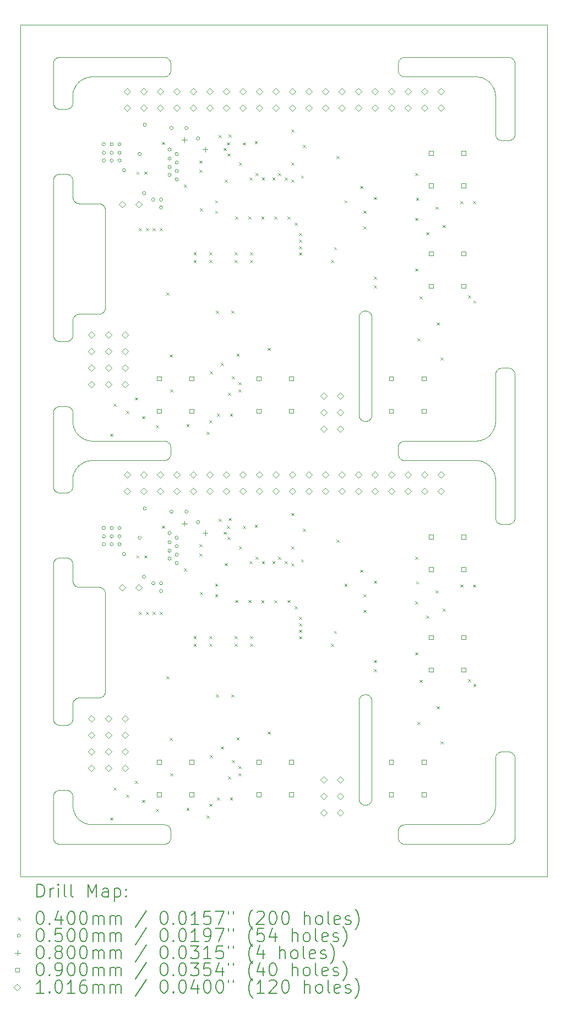
<source format=gbr>
%TF.GenerationSoftware,KiCad,Pcbnew,6.0.11+dfsg-1*%
%TF.CreationDate,2024-03-19T05:37:27+00:00*%
%TF.ProjectId,panel,70616e65-6c2e-46b6-9963-61645f706362,rev?*%
%TF.SameCoordinates,Original*%
%TF.FileFunction,Drillmap*%
%TF.FilePolarity,Positive*%
%FSLAX45Y45*%
G04 Gerber Fmt 4.5, Leading zero omitted, Abs format (unit mm)*
G04 Created by KiCad (PCBNEW 6.0.11+dfsg-1) date 2024-03-19 05:37:27*
%MOMM*%
%LPD*%
G01*
G04 APERTURE LIST*
%ADD10C,0.100000*%
%ADD11C,0.200000*%
%ADD12C,0.040000*%
%ADD13C,0.050000*%
%ADD14C,0.080000*%
%ADD15C,0.090000*%
%ADD16C,0.101600*%
G04 APERTURE END LIST*
D10*
X11683458Y-14207586D02*
X11692414Y-14216542D01*
X18119483Y-7320026D02*
X18122472Y-7316195D01*
X18098557Y-14029087D02*
X18099519Y-14016458D01*
X17905344Y-8380865D02*
X17905368Y-8380856D01*
X11314085Y-10245604D02*
X11316685Y-10241499D01*
X18109505Y-7336672D02*
X18111690Y-7332332D01*
X13068805Y-2777528D02*
X13064974Y-2780517D01*
X16006937Y-13936512D02*
X16005240Y-13931850D01*
X16129477Y-12304476D02*
X16134180Y-12306056D01*
X11646067Y-12365819D02*
X11646046Y-12365833D01*
X17813928Y-14299647D02*
X17813954Y-14299646D01*
X16699142Y-2500120D02*
X16704012Y-2500000D01*
X11602912Y-10573856D02*
X11603534Y-10576259D01*
X12094598Y-6382322D02*
X12094591Y-6382345D01*
X18305858Y-13180119D02*
X18310704Y-13180477D01*
X18018270Y-14205769D02*
X18018287Y-14205750D01*
X11302967Y-9122555D02*
X11301902Y-9117814D01*
X18899865Y-15099487D02*
X18899888Y-15099444D01*
X11301902Y-9117814D02*
X11301072Y-9113026D01*
X11307536Y-13831114D02*
X11309505Y-13826672D01*
X16699142Y-14300119D02*
X16704012Y-14300000D01*
X11753318Y-14261661D02*
X11753340Y-14261674D01*
X11583315Y-3253501D02*
X11580517Y-3257474D01*
X16002535Y-6477766D02*
X16002540Y-6477743D01*
X11605917Y-14059142D02*
X11605922Y-14059167D01*
X11600223Y-6543697D02*
X11600097Y-6546176D01*
X11671282Y-12354237D02*
X11671257Y-12354245D01*
X13025314Y-14301902D02*
X13030055Y-14302967D01*
X11600481Y-8116458D02*
X11601443Y-8129087D01*
X12032345Y-4755409D02*
X12037072Y-4757160D01*
X12090843Y-6391727D02*
X12090833Y-6391748D01*
X11609701Y-6507089D02*
X11609691Y-6507112D01*
X12096107Y-12277512D02*
X12094598Y-12282322D01*
X11621707Y-12387827D02*
X11620188Y-12389790D01*
X18080865Y-8894656D02*
X18080856Y-8894632D01*
X11300000Y-3198488D02*
X11300000Y-2599012D01*
X16028444Y-8069810D02*
X16028427Y-8069794D01*
X17873986Y-8709297D02*
X17873962Y-8709290D01*
X13103097Y-8479686D02*
X13103928Y-8484474D01*
X11608633Y-4690587D02*
X11609691Y-4692888D01*
X11394142Y-14599880D02*
X11389296Y-14599523D01*
X10800161Y-15099529D02*
X10800188Y-15099570D01*
X18320314Y-2501903D02*
X18325055Y-2502967D01*
X16021834Y-13962320D02*
X16018838Y-13958366D01*
X11998739Y-10650000D02*
X12001260Y-10650032D01*
X16194767Y-13931828D02*
X16194759Y-13931850D01*
X18184474Y-3778928D02*
X18179686Y-3778097D01*
X11609290Y-14073962D02*
X11609296Y-14073986D01*
X11361114Y-12762464D02*
X11356672Y-12760495D01*
X11659413Y-4741367D02*
X11659436Y-4741377D01*
X17844197Y-8396697D02*
X17846650Y-8396321D01*
X11632043Y-12376671D02*
X11632025Y-12376689D01*
X11632043Y-10623329D02*
X11633923Y-10625027D01*
X12080570Y-4790822D02*
X12080584Y-4790841D01*
X18053910Y-8259726D02*
X18055223Y-8257619D01*
X18085840Y-8909016D02*
X18085832Y-8908992D01*
X11661741Y-4742366D02*
X11664093Y-4743305D01*
X11624841Y-14119458D02*
X11630130Y-14130967D01*
X12094591Y-12282345D02*
X12092840Y-12287072D01*
X11399012Y-7870000D02*
X11500988Y-7870000D01*
X18315526Y-14598928D02*
X18310704Y-14599523D01*
X16003771Y-6472913D02*
X16005233Y-6468172D01*
X16119797Y-13997989D02*
X16114911Y-13998851D01*
X11316685Y-14556001D02*
X11314085Y-14551896D01*
X11638008Y-8848901D02*
X11631536Y-8860315D01*
X16085112Y-6401146D02*
X16090035Y-6400529D01*
X11885571Y-8700372D02*
X11883054Y-8700501D01*
X18310704Y-7280477D02*
X18315526Y-7281072D01*
X16095005Y-12300156D02*
X16095029Y-12300155D01*
X11305787Y-9131852D02*
X11304263Y-9127238D01*
X16134202Y-6406064D02*
X16138821Y-6407876D01*
X11797007Y-14281735D02*
X11808992Y-14285832D01*
X11755510Y-14262878D02*
X11755532Y-14262890D01*
X10800834Y-2000020D02*
X10800786Y-2000030D01*
X11630337Y-2962562D02*
X11630325Y-2962585D01*
X12074185Y-6417008D02*
X12074169Y-6417026D01*
X16612536Y-14538885D02*
X16610787Y-14534352D01*
X11577528Y-13806195D02*
X11580517Y-13810026D01*
X12063183Y-4772531D02*
X12067008Y-4775815D01*
X11601696Y-14031582D02*
X11601699Y-14031607D01*
X18099984Y-8100620D02*
X18100000Y-8099379D01*
X16134180Y-8093944D02*
X16129477Y-8095524D01*
X11605823Y-4683556D02*
X11606686Y-4685883D01*
X11661741Y-12357634D02*
X11661717Y-12357644D01*
X11870887Y-8398555D02*
X11870913Y-8398557D01*
X11648195Y-4735507D02*
X11650378Y-4736792D01*
X11661741Y-10642366D02*
X11664093Y-10643305D01*
X10800600Y-2000091D02*
X10800556Y-2000112D01*
X11500988Y-10197500D02*
X11505858Y-10197620D01*
X11900633Y-8400000D02*
X13005988Y-8400000D01*
X11639334Y-2946697D02*
X11639321Y-2946719D01*
X11601823Y-6531117D02*
X11601377Y-6533610D01*
X16637516Y-14325646D02*
X16641195Y-14322472D01*
X16653104Y-2785915D02*
X16648999Y-2783315D01*
X11343999Y-7886685D02*
X11348104Y-7884085D01*
X11727598Y-8345479D02*
X11727619Y-8345494D01*
X11601372Y-4666365D02*
X11601377Y-4666390D01*
X11631234Y-8233218D02*
X11631245Y-8233241D01*
X13103097Y-14520314D02*
X13102033Y-14525055D01*
X11599523Y-10286796D02*
X11599880Y-10291642D01*
X18062879Y-2955510D02*
X18061674Y-2953340D01*
X18028428Y-8294430D02*
X18036432Y-8284614D01*
X16124679Y-12303125D02*
X16129455Y-12304469D01*
X11304263Y-6799738D02*
X11302967Y-6795055D01*
X16075320Y-13996875D02*
X16070545Y-13995531D01*
X16174947Y-13966157D02*
X16171573Y-13969794D01*
X11664093Y-4743305D02*
X11664117Y-4743314D01*
X11613410Y-14088591D02*
X11613417Y-14088615D01*
X12099168Y-12262618D02*
X12099165Y-12262641D01*
X11632025Y-4723311D02*
X11632043Y-4723329D01*
X18380517Y-2540026D02*
X18383315Y-2543999D01*
X18101072Y-7364474D02*
X18101903Y-7359686D01*
X12083464Y-12305021D02*
X12080584Y-12309159D01*
X11715406Y-8336448D02*
X11717369Y-8337967D01*
X16147821Y-8087789D02*
X16147800Y-8087800D01*
X18899888Y-2000556D02*
X18899865Y-2000512D01*
X11604988Y-6518889D02*
X11604245Y-6521257D01*
X11328997Y-4326497D02*
X11332516Y-4323146D01*
X17800633Y-8700016D02*
X17800621Y-8700016D01*
X11389296Y-6869523D02*
X11384474Y-6868928D01*
X16016030Y-8054247D02*
X16016017Y-8054228D01*
X16694296Y-2799523D02*
X16689474Y-2798928D01*
X18068766Y-8233218D02*
X18069859Y-8230990D01*
X16679945Y-14302967D02*
X16684686Y-14301902D01*
X11691146Y-4749583D02*
X11693672Y-4749775D01*
X18371003Y-14571003D02*
X18367484Y-14574354D01*
X11529738Y-13774263D02*
X11534352Y-13775787D01*
X11782870Y-14276157D02*
X11794632Y-14280856D01*
X16194759Y-13931850D02*
X16194759Y-13931850D01*
X16109942Y-13999473D02*
X16104995Y-13999844D01*
X11529738Y-12765737D02*
X11525055Y-12767033D01*
X12059159Y-10669416D02*
X12059178Y-10669430D01*
X11615819Y-4703933D02*
X11615833Y-4703954D01*
X11715386Y-8336432D02*
X11715406Y-8336448D01*
X16000062Y-8002504D02*
X16000031Y-8001240D01*
X17996352Y-8326778D02*
X18005750Y-8318287D01*
X11635844Y-6473324D02*
X11635825Y-6473340D01*
X18189296Y-9679523D02*
X18184474Y-9678928D01*
X11500988Y-12770000D02*
X11399012Y-12770000D01*
X18329738Y-3775737D02*
X18325055Y-3777033D01*
X18099984Y-8999367D02*
X18099647Y-8986072D01*
X16606902Y-14520314D02*
X16606072Y-14515526D01*
X11899357Y-2800016D02*
X11885597Y-2800371D01*
X18161114Y-7287536D02*
X18165648Y-7285787D01*
X16630646Y-8432516D02*
X16633997Y-8428997D01*
X12017648Y-12348398D02*
X12017625Y-12348402D01*
X10800013Y-2000883D02*
X10800008Y-2000932D01*
X11529738Y-4301763D02*
X11534352Y-4303287D01*
X16630646Y-2532516D02*
X16633997Y-2528997D01*
X16616690Y-8647668D02*
X16614505Y-8643328D01*
X16075343Y-8096880D02*
X16075320Y-8096875D01*
X16619085Y-14348104D02*
X16621685Y-14343999D01*
X11348104Y-3283415D02*
X11343999Y-3280815D01*
X11793680Y-8719163D02*
X11791321Y-8720052D01*
X11633923Y-4725027D02*
X11633942Y-4725043D01*
X11626689Y-10617975D02*
X11628399Y-10619774D01*
X11598928Y-3213026D02*
X11598097Y-3217814D01*
X16168005Y-13973274D02*
X16167987Y-13973290D01*
X18028428Y-14194430D02*
X18036432Y-14184614D01*
X16186570Y-8049994D02*
X16183983Y-8054228D01*
X18174945Y-9677033D02*
X18170262Y-9675737D01*
X11678661Y-4747672D02*
X11681092Y-4748172D01*
X11311690Y-9145168D02*
X11309505Y-9140828D01*
X11601696Y-8131582D02*
X11601699Y-8131607D01*
X11551896Y-13784085D02*
X11556001Y-13786685D01*
X16174947Y-8066157D02*
X16171573Y-8069794D01*
X11735351Y-8748295D02*
X11724462Y-8755615D01*
X18899928Y-15099354D02*
X18899944Y-15099308D01*
X11580517Y-3257474D02*
X11577528Y-3261305D01*
X11673222Y-8296352D02*
X11681713Y-8305750D01*
X13079354Y-8432516D02*
X13082528Y-8436195D01*
X17844172Y-14296700D02*
X17844197Y-14296697D01*
X11598928Y-7954474D02*
X11599523Y-7959296D01*
X17905368Y-2819144D02*
X17905344Y-2819135D01*
X11615833Y-4703954D02*
X11617226Y-4706069D01*
X16699142Y-14599880D02*
X16694296Y-14599523D01*
X11601377Y-6533610D02*
X11601372Y-6533635D01*
X18315526Y-3778928D02*
X18310704Y-3779523D01*
X12063165Y-10672516D02*
X12063183Y-10672531D01*
X12007579Y-4750320D02*
X12007603Y-4750322D01*
X11600354Y-14013954D02*
X11600480Y-14016433D01*
X18080865Y-14105344D02*
X18081727Y-14103017D01*
X11742402Y-14255236D02*
X11753318Y-14261661D01*
X16080203Y-13997989D02*
X16080180Y-13997984D01*
X13082528Y-2536195D02*
X13085517Y-2540026D01*
X11826014Y-14290703D02*
X11826038Y-14290709D01*
X11620173Y-6489810D02*
X11618673Y-6491852D01*
X16648999Y-14316685D02*
X16653104Y-14314085D01*
X12099968Y-12251260D02*
X12099935Y-12252544D01*
X11309505Y-14543328D02*
X11307536Y-14538885D01*
X11779118Y-2825010D02*
X11776808Y-2826019D01*
X11900630Y-2800000D02*
X11899370Y-2800016D01*
X11717389Y-14237982D02*
X11727598Y-14245479D01*
X16095029Y-13999845D02*
X16095005Y-13999844D01*
X18096701Y-8955828D02*
X18096697Y-8955803D01*
X18179686Y-13181902D02*
X18184474Y-13181072D01*
X18398928Y-2584474D02*
X18399523Y-2589296D01*
X11779142Y-8725000D02*
X11779118Y-8725010D01*
X11600034Y-3050029D02*
X11600031Y-3050081D01*
X18300988Y-13180000D02*
X18305858Y-13180119D01*
X11600000Y-4396512D02*
X11600000Y-4649367D01*
X13082528Y-8663805D02*
X13079354Y-8667484D01*
X13025314Y-8401903D02*
X13030055Y-8402967D01*
X12046295Y-12338602D02*
X12046274Y-12338613D01*
X16032012Y-13973290D02*
X16031995Y-13973274D01*
X16641195Y-14577528D02*
X16637516Y-14574354D01*
X11623367Y-8876622D02*
X11623357Y-8876645D01*
X11639334Y-8846697D02*
X11639321Y-8846719D01*
X17972402Y-14245479D02*
X17982611Y-14237982D01*
X12094591Y-6382345D02*
X12092840Y-6387072D01*
X11600000Y-3051294D02*
X11600000Y-3198488D01*
X10800072Y-15099354D02*
X10800091Y-15099400D01*
X11604237Y-4678718D02*
X11604245Y-4678743D01*
X11332516Y-10223146D02*
X11336195Y-10219972D01*
X11806098Y-2814847D02*
X11793705Y-2819154D01*
X18061674Y-2953340D02*
X18061661Y-2953318D01*
X11606686Y-4685883D02*
X11606695Y-4685907D01*
X16704012Y-14300000D02*
X17799367Y-14300000D01*
X18075158Y-8219458D02*
X18075169Y-8219435D01*
X13079354Y-14567484D02*
X13076003Y-14571003D01*
X17829113Y-2801445D02*
X17829087Y-2801443D01*
X11709848Y-8766570D02*
X11699768Y-8774970D01*
X11500988Y-3297500D02*
X11399012Y-3297500D01*
X17905344Y-8719135D02*
X17903017Y-8718273D01*
X13030055Y-8697033D02*
X13025314Y-8698097D01*
X13099212Y-14534352D02*
X13097464Y-14538885D01*
X16641195Y-14322472D02*
X16645026Y-14319483D01*
X13034738Y-8695737D02*
X13030055Y-8697033D01*
X13010858Y-14300119D02*
X13015704Y-14300477D01*
X11538885Y-3289964D02*
X11534352Y-3291712D01*
X12055002Y-10666523D02*
X12055021Y-10666536D01*
X16021848Y-6437661D02*
X16025037Y-6433861D01*
X16003771Y-13927087D02*
X16003764Y-13927064D01*
X12022586Y-10652617D02*
X12022609Y-10652622D01*
X11604245Y-4678743D02*
X11604988Y-4681111D01*
X17902993Y-8381735D02*
X17903017Y-8381727D01*
X16061158Y-13992114D02*
X16056636Y-13990074D01*
X17800621Y-8700016D02*
X17799379Y-8700000D01*
X11571003Y-13798997D02*
X11574354Y-13802516D01*
X18899752Y-2000352D02*
X18899719Y-2000316D01*
X11663568Y-14184614D02*
X11671572Y-14194430D01*
X11379686Y-10199403D02*
X11384474Y-10198572D01*
X11399012Y-3297500D02*
X11394142Y-3297380D01*
X13104880Y-2594142D02*
X13105000Y-2599012D01*
X18338886Y-14592464D02*
X18334352Y-14594212D01*
X16047863Y-6414703D02*
X16047883Y-6414691D01*
X16001548Y-12382652D02*
X16001552Y-12382629D01*
X16156305Y-13982605D02*
X16152137Y-13985296D01*
X11678636Y-4747667D02*
X11678661Y-4747672D01*
X11309505Y-4354172D02*
X11311690Y-4349832D01*
X11598928Y-13854474D02*
X11599523Y-13859296D01*
X13015704Y-8699523D02*
X13010858Y-8699880D01*
X18100000Y-8099367D02*
X18100000Y-7379012D01*
X11601699Y-14031607D02*
X11603299Y-14044172D01*
X11365648Y-6864212D02*
X11361114Y-6862464D01*
X16675262Y-2504263D02*
X16679945Y-2502967D01*
X12037072Y-4757160D02*
X12037094Y-4757169D01*
X18359974Y-14580517D02*
X18356001Y-14583315D01*
X16085112Y-12301146D02*
X16090035Y-12300529D01*
X11597033Y-6795055D02*
X11595737Y-6799738D01*
X11764875Y-2831599D02*
X11762620Y-2832725D01*
X18061674Y-8246660D02*
X18062879Y-8244490D01*
X11605823Y-10583556D02*
X11606686Y-10585883D01*
X11869946Y-8701515D02*
X11869921Y-8701517D01*
X16661672Y-8409505D02*
X16666114Y-8407536D01*
X18140026Y-3760517D02*
X18136195Y-3757528D01*
X18111690Y-3727668D02*
X18109505Y-3723328D01*
X11574354Y-7902516D02*
X11577528Y-7906195D01*
X11646399Y-8835610D02*
X11646385Y-8835631D01*
X18086583Y-8911385D02*
X18085840Y-8909016D01*
X13072484Y-8425646D02*
X13076003Y-8428997D01*
X11600000Y-4649367D02*
X11600000Y-4649379D01*
X11384474Y-3296428D02*
X11379686Y-3295597D01*
X11348104Y-12755915D02*
X11343999Y-12753315D01*
X11300119Y-13864142D02*
X11300477Y-13859296D01*
X16000808Y-8012442D02*
X16000805Y-8012419D01*
X18194142Y-13180119D02*
X18199012Y-13180000D01*
X11356672Y-7879505D02*
X11361114Y-7877536D01*
X13010858Y-8699880D02*
X13005988Y-8700000D01*
X18899648Y-2000248D02*
X18899610Y-2000217D01*
X13025314Y-14598097D02*
X13020526Y-14598928D01*
X16164268Y-6423427D02*
X16167987Y-6426710D01*
X13072484Y-14325646D02*
X13076003Y-14328997D01*
X17873986Y-14290703D02*
X17876389Y-14290081D01*
X17957619Y-8355223D02*
X17959726Y-8353910D01*
X16627472Y-14336195D02*
X16630646Y-14332516D01*
X11314085Y-14551896D02*
X11311690Y-14547668D01*
X13102033Y-8625055D02*
X13100737Y-8629738D01*
X16099988Y-8099969D02*
X16095029Y-8099845D01*
X11585915Y-10245604D02*
X11588310Y-10249832D01*
X11650400Y-6463195D02*
X11650378Y-6463208D01*
X18359974Y-9660517D02*
X18356001Y-9663315D01*
X18055223Y-2942381D02*
X18053910Y-2940274D01*
X12098398Y-4832352D02*
X12098402Y-4832375D01*
X18128997Y-9651003D02*
X18125646Y-9647484D01*
X11500988Y-7870000D02*
X11500988Y-7870000D01*
X11618082Y-2988687D02*
X11617130Y-2991021D01*
X11646104Y-8259747D02*
X11653074Y-8270323D01*
X11311690Y-14547668D02*
X11309505Y-14543328D01*
X13030055Y-2502967D02*
X13034738Y-2504263D01*
X16164268Y-8076573D02*
X16164250Y-8076588D01*
X17903017Y-2818273D02*
X17902993Y-2818265D01*
X16653104Y-14314085D02*
X16657332Y-14311690D01*
X18094078Y-3040832D02*
X18093578Y-3038401D01*
X11688626Y-6450673D02*
X11686114Y-6450993D01*
X13079354Y-2767484D02*
X13076003Y-2771003D01*
X11628399Y-4719774D02*
X11628416Y-4719792D01*
X11603683Y-14046675D02*
X11605917Y-14059142D01*
X12001260Y-4750032D02*
X12002544Y-4750064D01*
X11729677Y-8346926D02*
X11740253Y-8353896D01*
X11510704Y-13770477D02*
X11515526Y-13771072D01*
X16633997Y-14571003D02*
X16630646Y-14567484D01*
X16124657Y-6403119D02*
X16124679Y-6403125D01*
X16000000Y-13898759D02*
X16000000Y-12401240D01*
X18093578Y-8938401D02*
X18093573Y-8938376D01*
X11699367Y-4749984D02*
X11699379Y-4749984D01*
X17930990Y-8369859D02*
X17933219Y-8368766D01*
X11600224Y-10556328D02*
X11600417Y-10558854D01*
X11631524Y-2960337D02*
X11630337Y-2962562D01*
X11637121Y-8244490D02*
X11638326Y-8246660D01*
X11762597Y-2832737D02*
X11751013Y-2838899D01*
X11365648Y-3291712D02*
X11361114Y-3289964D01*
X16000000Y-12401240D02*
X16000031Y-12398760D01*
X11600224Y-6543672D02*
X11600223Y-6543697D01*
X11559974Y-13789483D02*
X11563805Y-13792472D01*
X11600000Y-10549367D02*
X11600000Y-10549379D01*
X12096114Y-10722511D02*
X12097378Y-10727391D01*
X11600417Y-12441146D02*
X11600224Y-12443672D01*
X10801203Y-15100000D02*
X10801227Y-15100000D01*
X16614505Y-2743328D02*
X16612536Y-2738886D01*
X10800739Y-2000042D02*
X10800692Y-2000056D01*
X11606695Y-4685907D02*
X11607634Y-4688259D01*
X11703667Y-14226795D02*
X11705551Y-14228412D01*
X13095495Y-14356672D02*
X13097464Y-14361114D01*
X17876389Y-8390081D02*
X17876414Y-8390075D01*
X16624483Y-8659974D02*
X16621685Y-8656001D01*
X11606427Y-14061624D02*
X11609290Y-14073962D01*
X16694296Y-14300477D02*
X16699142Y-14300119D01*
X11632025Y-6476689D02*
X11630226Y-6478399D01*
X11654521Y-8272401D02*
X11662017Y-8282611D01*
X18028412Y-8294449D02*
X18028428Y-8294430D01*
X18156672Y-3770495D02*
X18152332Y-3768310D01*
X11883567Y-14299520D02*
X11886046Y-14299646D01*
X12037094Y-10657169D02*
X12041727Y-10659157D01*
X16609263Y-2729738D02*
X16607967Y-2725055D01*
X11851833Y-8703858D02*
X11838924Y-8706209D01*
X18315526Y-2501072D02*
X18320314Y-2501903D01*
X16104971Y-8099845D02*
X16100012Y-8099969D01*
X11826038Y-14290709D02*
X11838376Y-14293573D01*
X12001260Y-12349968D02*
X11998739Y-12350000D01*
X17972381Y-8754506D02*
X17970344Y-8753088D01*
X16016017Y-6445772D02*
X16016030Y-6445752D01*
X11623340Y-4714175D02*
X11624957Y-4716058D01*
X13097464Y-8461114D02*
X13099212Y-8465648D01*
X12077484Y-6413165D02*
X12077469Y-6413183D01*
X11780565Y-8375169D02*
X11782846Y-8376147D01*
X18099647Y-8986072D02*
X18099646Y-8986046D01*
X18383315Y-7323999D02*
X18385915Y-7328104D01*
X11534352Y-9191713D02*
X11529738Y-9193237D01*
X16021848Y-8062339D02*
X16021834Y-8062320D01*
X11643931Y-10632773D02*
X11646046Y-10634167D01*
X18325055Y-2502967D02*
X18329738Y-2504263D01*
X10800248Y-2000352D02*
X10800217Y-2000390D01*
X16196229Y-13927087D02*
X16194767Y-13931828D01*
X18399880Y-2594142D02*
X18400000Y-2599012D01*
X11529738Y-6865737D02*
X11525055Y-6867033D01*
X11607634Y-12411741D02*
X11606695Y-12414093D01*
X10800008Y-15099068D02*
X10800013Y-15099117D01*
X16199690Y-6492541D02*
X16199937Y-6497496D01*
X18310704Y-14599523D02*
X18305858Y-14599880D01*
X11603299Y-14044172D02*
X11603303Y-14044197D01*
X11322472Y-6833805D02*
X11319483Y-6829974D01*
X11556001Y-3280815D02*
X11551896Y-3283415D01*
X16006937Y-8036512D02*
X16005240Y-8031850D01*
X11610806Y-4695162D02*
X11611979Y-4697407D01*
X18161114Y-9672464D02*
X18156672Y-9670495D01*
X18045494Y-14172381D02*
X18046912Y-14170344D01*
X13005988Y-14300000D02*
X13010858Y-14300119D01*
X18122472Y-7316195D02*
X18125646Y-7312516D01*
X11635844Y-12373324D02*
X11635825Y-12373340D01*
X18161114Y-13187536D02*
X18165648Y-13185787D01*
X12092831Y-10712906D02*
X12092840Y-10712928D01*
X16610787Y-8465648D02*
X16612536Y-8461114D01*
X11301902Y-12690314D02*
X11301072Y-12685526D01*
X11300000Y-14500988D02*
X11300000Y-13869012D01*
X11821148Y-8710401D02*
X11808549Y-8714065D01*
X18100000Y-13279012D02*
X18100120Y-13274142D01*
X11851858Y-8703854D02*
X11851833Y-8703858D01*
X12088613Y-12296274D02*
X12088602Y-12296295D01*
X18098301Y-8131607D02*
X18098304Y-8131582D01*
X11681092Y-6451828D02*
X11678661Y-6452328D01*
X18005750Y-14218287D02*
X18005769Y-14218270D01*
X11302967Y-10272445D02*
X11304263Y-10267762D01*
X12067008Y-12324185D02*
X12063183Y-12327469D01*
X18380517Y-13220026D02*
X18383315Y-13223999D01*
X18102967Y-3705055D02*
X18101903Y-3700314D01*
X11302967Y-13844945D02*
X11304263Y-13840262D01*
X12059159Y-4769416D02*
X12059178Y-4769430D01*
X18007586Y-8783458D02*
X18007568Y-8783440D01*
X10800556Y-15099888D02*
X10800600Y-15099909D01*
X16070522Y-6404476D02*
X16070545Y-6404469D01*
X11601828Y-10568908D02*
X11602328Y-10571339D01*
X17959726Y-2846090D02*
X17957619Y-2844777D01*
X11671588Y-14194449D02*
X11673205Y-14196333D01*
X12077484Y-12313165D02*
X12077469Y-12313183D01*
X18109505Y-3723328D02*
X18107536Y-3718885D01*
X16156324Y-13982592D02*
X16156305Y-13982605D01*
X12017648Y-4751602D02*
X12022586Y-4752617D01*
X11664093Y-10643305D02*
X11664117Y-10643314D01*
X10800981Y-15099994D02*
X10801203Y-15100000D01*
X16129477Y-13995524D02*
X16129455Y-13995531D01*
X11748774Y-2840166D02*
X11737522Y-2846916D01*
X10800556Y-2000112D02*
X10800513Y-2000135D01*
X11559974Y-3278017D02*
X11556001Y-3280815D01*
X16000000Y-7998759D02*
X16000000Y-6501240D01*
X18005769Y-2881730D02*
X18005750Y-2881713D01*
X18100477Y-9590704D02*
X18100120Y-9585858D01*
X11580517Y-10237526D02*
X11583315Y-10241499D01*
X18899812Y-15099570D02*
X18899839Y-15099529D01*
X16164250Y-12323412D02*
X16164268Y-12323427D01*
X12059178Y-12330570D02*
X12059159Y-12330584D01*
X11307536Y-7931114D02*
X11309505Y-7926672D01*
X16090058Y-8099473D02*
X16090035Y-8099471D01*
X13099212Y-8634352D02*
X13097464Y-8638886D01*
X12099680Y-6357579D02*
X12099678Y-6357603D01*
X12074169Y-12317026D02*
X12070696Y-12320679D01*
X11615833Y-12396046D02*
X11615819Y-12396067D01*
X12092840Y-4812928D02*
X12094591Y-4817655D01*
X18388310Y-7332332D02*
X18390495Y-7336672D01*
X16653104Y-2514085D02*
X16657332Y-2511690D01*
X16147800Y-6412199D02*
X16147821Y-6412211D01*
X11325646Y-14567484D02*
X11322472Y-14563805D01*
X17946682Y-14261661D02*
X17957597Y-14255236D01*
X11370262Y-7874263D02*
X11374945Y-7872967D01*
X11619135Y-14105344D02*
X11619144Y-14105368D01*
X18899752Y-15099648D02*
X18899783Y-15099610D01*
X16198448Y-6482629D02*
X16198452Y-6482652D01*
X17917130Y-14276157D02*
X17917154Y-14276147D01*
X13104523Y-14510704D02*
X13103928Y-14515526D01*
X13039352Y-2505787D02*
X13043885Y-2507536D01*
X16138842Y-8092114D02*
X16138821Y-8092123D01*
X11628416Y-10619792D02*
X11630207Y-10621583D01*
X17861599Y-8706422D02*
X17859167Y-8705922D01*
X11696176Y-6450097D02*
X11693697Y-6450223D01*
X11633942Y-4725043D02*
X11635825Y-4726660D01*
X17944468Y-2837109D02*
X17933241Y-2831245D01*
X10800112Y-15099444D02*
X10800135Y-15099487D01*
X11885597Y-8700371D02*
X11885571Y-8700372D01*
X11309505Y-6813328D02*
X11307536Y-6808885D01*
X13097464Y-14538885D02*
X13095495Y-14543328D01*
X10800352Y-2000248D02*
X10800316Y-2000281D01*
X11618273Y-14103017D02*
X11619135Y-14105344D01*
X17890984Y-8714160D02*
X17888615Y-8713417D01*
X11654838Y-4739194D02*
X11654860Y-4739205D01*
X16104995Y-6400156D02*
X16109942Y-6400527D01*
X11600670Y-4661348D02*
X11600673Y-4661374D01*
X12083477Y-10694998D02*
X12086143Y-10699276D01*
X18007586Y-14216542D02*
X18016542Y-14207586D01*
X11534352Y-12764212D02*
X11529738Y-12765737D01*
X16047883Y-12314691D02*
X16052179Y-12312211D01*
X11676169Y-4747094D02*
X11678636Y-4747667D01*
X16075320Y-6403125D02*
X16075343Y-6403119D01*
X18898773Y-15100000D02*
X18898797Y-15100000D01*
X12032345Y-12344591D02*
X12032322Y-12344598D01*
X11571003Y-12741003D02*
X11567484Y-12744354D01*
X11688652Y-4749330D02*
X11691121Y-4749581D01*
X16001548Y-8017348D02*
X16000808Y-8012442D01*
X13010858Y-8400120D02*
X13015704Y-8400477D01*
X16684686Y-14598097D02*
X16679945Y-14597033D01*
X16689474Y-8698928D02*
X16684686Y-8698097D01*
X16605477Y-8489296D02*
X16606072Y-8484474D01*
X11365648Y-10203287D02*
X11370262Y-10201763D01*
X16199690Y-8007459D02*
X16199688Y-8007482D01*
X11322472Y-7906195D02*
X11325646Y-7902516D01*
X18395737Y-2570262D02*
X18397033Y-2574945D01*
X11598928Y-4381974D02*
X11599523Y-4386796D01*
X10800646Y-15099927D02*
X10800692Y-15099944D01*
X11600016Y-4650621D02*
X11600016Y-4650621D01*
X13099212Y-2565648D02*
X13100737Y-2570262D01*
X16047863Y-13985296D02*
X16043695Y-13982605D01*
X11648174Y-6464506D02*
X11646067Y-6465819D01*
X11580517Y-9157474D02*
X11577528Y-9161305D01*
X17933219Y-14268766D02*
X17933241Y-14268755D01*
X18334352Y-2505787D02*
X18338886Y-2507536D01*
X11604245Y-12421257D02*
X11604237Y-12421282D01*
X16109965Y-8099471D02*
X16109942Y-8099473D01*
X11525055Y-10200467D02*
X11529738Y-10201763D01*
X11646067Y-6465819D02*
X11646046Y-6465833D01*
X11823586Y-8390075D02*
X11823611Y-8390081D01*
X16197460Y-8022256D02*
X16196236Y-8027064D01*
X12088602Y-10703705D02*
X12088613Y-10703726D01*
X11668889Y-10645012D02*
X11671257Y-10645755D01*
X16156305Y-6417395D02*
X16156324Y-6417408D01*
X11776784Y-2826030D02*
X11764899Y-2831588D01*
X11737522Y-2846916D02*
X11737501Y-2846929D01*
X16134180Y-12306056D02*
X16134202Y-12306064D01*
X11631245Y-8233241D02*
X11637109Y-8244468D01*
X12098402Y-12267625D02*
X12098398Y-12267648D01*
X16006946Y-12363466D02*
X16008873Y-12358895D01*
X11617226Y-12393931D02*
X11615833Y-12396046D01*
X10800020Y-15099165D02*
X10800030Y-15099214D01*
X12050703Y-10663844D02*
X12050723Y-10663856D01*
X11705551Y-8328412D02*
X11705570Y-8328428D01*
X17846675Y-8396317D02*
X17859143Y-8394082D01*
X16061158Y-6407885D02*
X16061179Y-6407876D01*
X12098402Y-10732375D02*
X12099165Y-10737358D01*
X11361114Y-14592464D02*
X11356672Y-14590495D01*
X13068805Y-8422472D02*
X13072484Y-8425646D01*
X11602912Y-6526144D02*
X11602906Y-6526169D01*
X11630207Y-12378416D02*
X11628416Y-12380207D01*
X11370262Y-2504263D02*
X11374945Y-2502967D01*
X11688626Y-12350673D02*
X11686114Y-12350993D01*
X11699379Y-12350016D02*
X11699367Y-12350016D01*
X11659413Y-6458633D02*
X11657112Y-6459691D01*
X18397033Y-14525055D02*
X18395737Y-14529738D01*
X11654860Y-10639205D02*
X11657089Y-10640299D01*
X16095005Y-6400156D02*
X16095029Y-6400155D01*
X11705570Y-8328428D02*
X11715386Y-8336432D01*
X11696176Y-4749903D02*
X11696201Y-4749904D01*
X11556001Y-6853315D02*
X11551896Y-6855915D01*
X11676169Y-10647094D02*
X11678636Y-10647667D01*
X18363805Y-2522472D02*
X18367484Y-2525646D01*
X11633923Y-10625027D02*
X11633942Y-10625043D01*
X12100000Y-12248739D02*
X12099968Y-12251260D01*
X16183983Y-13954228D02*
X16183970Y-13954247D01*
X16191127Y-12358895D02*
X16193054Y-12363466D01*
X18094082Y-3040857D02*
X18094078Y-3040832D01*
X16085112Y-8098854D02*
X16085089Y-8098851D01*
X11361114Y-2507536D02*
X11365648Y-2505787D01*
X11599880Y-13864142D02*
X11600000Y-13869012D01*
X11556001Y-13786685D02*
X11559974Y-13789483D01*
X18388310Y-14547668D02*
X18385915Y-14551896D01*
X12032345Y-10655409D02*
X12037072Y-10657160D01*
X16035732Y-8076573D02*
X16032012Y-8073290D01*
X18096317Y-8146675D02*
X18096321Y-8146650D01*
X11838401Y-14293578D02*
X11840832Y-14294078D01*
X11505858Y-3297380D02*
X11500988Y-3297500D01*
X11336195Y-10219972D02*
X11340026Y-10216983D01*
X11361114Y-13777536D02*
X11365648Y-13775787D01*
X11673205Y-14196333D02*
X11673222Y-14196352D01*
X12041748Y-12340833D02*
X12041727Y-12340843D01*
X18156672Y-7289505D02*
X18161114Y-7287536D01*
X11571003Y-3268503D02*
X11567484Y-3271854D01*
X11748796Y-8740153D02*
X11748774Y-8740166D01*
X11600000Y-8951268D02*
X11600000Y-8951294D01*
X11724441Y-8755630D02*
X11722385Y-8757089D01*
X11384474Y-2501072D02*
X11389296Y-2500477D01*
X18899068Y-15099992D02*
X18899117Y-15099987D01*
X11624449Y-8874316D02*
X11624438Y-8874339D01*
X12090833Y-6391748D02*
X12088613Y-6396274D01*
X16156324Y-12317408D02*
X16160352Y-12320304D01*
X18046926Y-2929677D02*
X18046912Y-2929656D01*
X16188954Y-12354383D02*
X16188965Y-12354403D01*
X18076157Y-8217130D02*
X18080856Y-8205368D01*
X17799379Y-8400000D02*
X17800621Y-8399984D01*
X11740274Y-8353910D02*
X11742381Y-8355223D01*
X13093310Y-2747668D02*
X13090915Y-2751896D01*
X11311690Y-4349832D02*
X11314085Y-4345604D01*
X11305787Y-12704352D02*
X11304263Y-12699738D01*
X13104523Y-14389296D02*
X13104880Y-14394142D01*
X11677176Y-8796778D02*
X11675463Y-8798627D01*
X11646385Y-8835631D02*
X11639334Y-8846697D01*
X11808992Y-14285832D02*
X11809016Y-14285840D01*
X11631536Y-2960315D02*
X11631524Y-2960337D01*
X16699142Y-2799880D02*
X16694296Y-2799523D01*
X11600224Y-12443672D02*
X11600223Y-12443697D01*
X16061179Y-12307876D02*
X16065798Y-12306064D01*
X11389296Y-14599523D02*
X11384474Y-14598928D01*
X11340026Y-12750517D02*
X11336195Y-12747528D01*
X16138821Y-6407876D02*
X16138842Y-6407885D01*
X13064974Y-14580517D02*
X13061001Y-14583315D01*
X13085517Y-8659974D02*
X13082528Y-8663805D01*
X12099678Y-10742397D02*
X12099680Y-10742421D01*
X12090843Y-12291727D02*
X12090833Y-12291748D01*
X10800981Y-2000006D02*
X10800932Y-2000008D01*
X11630140Y-8230990D02*
X11631234Y-8233218D01*
X11311690Y-2552332D02*
X11314085Y-2548104D01*
X12080584Y-4790841D02*
X12083464Y-4794978D01*
X11637109Y-8244468D02*
X11637121Y-8244490D01*
X11607644Y-4688283D02*
X11608623Y-4690564D01*
X18100120Y-9585858D02*
X18100000Y-9580988D01*
X11753340Y-8361674D02*
X11755510Y-8362878D01*
X18899980Y-2000834D02*
X18899970Y-2000786D01*
X12086143Y-4799276D02*
X12086155Y-4799297D01*
X16624483Y-14559974D02*
X16621685Y-14556001D01*
X11601699Y-8131607D02*
X11603299Y-8144172D01*
X11635825Y-10626660D02*
X11635844Y-10626676D01*
X11600261Y-8948759D02*
X11600047Y-8949927D01*
X12092840Y-6387072D02*
X12092831Y-6387094D01*
X18099647Y-3086072D02*
X18099646Y-3086046D01*
X16143364Y-12309926D02*
X16143385Y-12309936D01*
X18090081Y-8923611D02*
X18090075Y-8923586D01*
X17903017Y-8718273D02*
X17902993Y-8718265D01*
X11676144Y-12352912D02*
X11673741Y-12353534D01*
X16080180Y-12302015D02*
X16080203Y-12302011D01*
X18100000Y-9580988D02*
X18100000Y-9000633D01*
X11662017Y-8282611D02*
X11662033Y-8282631D01*
X11314085Y-13818104D02*
X11316685Y-13813999D01*
X18338886Y-2507536D02*
X18343328Y-2509505D01*
X11694231Y-8318270D02*
X11694250Y-8318287D01*
X11316685Y-7913999D02*
X11319483Y-7910026D01*
X16160371Y-6420318D02*
X16164250Y-6423412D01*
X11374945Y-3294533D02*
X11370262Y-3293237D01*
X10800020Y-2000834D02*
X10800013Y-2000883D01*
X11599880Y-12675858D02*
X11599523Y-12680704D01*
X17917130Y-8723843D02*
X17905368Y-8719144D01*
X18320314Y-3778097D02*
X18315526Y-3778928D01*
X16000062Y-12397496D02*
X16000310Y-12392541D01*
X18028412Y-14194449D02*
X18028428Y-14194430D01*
X13099212Y-8465648D02*
X13100737Y-8470262D01*
X11683635Y-6451372D02*
X11683610Y-6451377D01*
X16607967Y-14374945D02*
X16609263Y-14370262D01*
X11838376Y-14293573D02*
X11838401Y-14293578D01*
X18383315Y-2543999D02*
X18385915Y-2548104D01*
X11563805Y-7892472D02*
X11567484Y-7895646D01*
X11639790Y-12370188D02*
X11637827Y-12371707D01*
X17933219Y-8368766D02*
X17933241Y-8368755D01*
X11379686Y-2501903D02*
X11384474Y-2501072D01*
X16000805Y-8012419D02*
X16000311Y-8007482D01*
X11608633Y-6509413D02*
X11608623Y-6509436D01*
X13099212Y-2734352D02*
X13097464Y-2738886D01*
X11592464Y-9136386D02*
X11590495Y-9140828D01*
X16199688Y-8007482D02*
X16199194Y-8012419D01*
X18096317Y-8953325D02*
X18094082Y-8940857D01*
X16198452Y-6482652D02*
X16199192Y-6487558D01*
X11374945Y-13772967D02*
X11379686Y-13771902D01*
X11606695Y-10585907D02*
X11607634Y-10588259D01*
X16002540Y-12377743D02*
X16003764Y-12372936D01*
X13052668Y-8688310D02*
X13048328Y-8690495D01*
X11900630Y-8700000D02*
X11899370Y-8700016D01*
X11600000Y-13999379D02*
X11600016Y-14000620D01*
X16614505Y-8643328D02*
X16612536Y-8638886D01*
X11794656Y-14280865D02*
X11796983Y-14281727D01*
X16199688Y-13907482D02*
X16199194Y-13912419D01*
X11793680Y-2819163D02*
X11791321Y-2820052D01*
X16633997Y-2528997D02*
X16637516Y-2525646D01*
X18199012Y-13180000D02*
X18300988Y-13180000D01*
X16147821Y-12312211D02*
X16152117Y-12314691D01*
X12098402Y-6367625D02*
X12098398Y-6367648D01*
X16085089Y-13998851D02*
X16080203Y-13997989D01*
X11776808Y-8726019D02*
X11776784Y-8726030D01*
X11599523Y-13859296D02*
X11599880Y-13864142D01*
X17944468Y-8737109D02*
X17933241Y-8731245D01*
X11316685Y-10241499D02*
X11319483Y-10237526D01*
X18114085Y-13228104D02*
X18116685Y-13223999D01*
X11304263Y-12699738D02*
X11302967Y-12695055D01*
X12050703Y-12336155D02*
X12046295Y-12338602D01*
X18356001Y-2516685D02*
X18359974Y-2519483D01*
X12070679Y-10679304D02*
X12070696Y-10679320D01*
X11534352Y-13775787D02*
X11538885Y-13777536D01*
X11613208Y-10599622D02*
X11614493Y-10601805D01*
X11543328Y-12760495D02*
X11538885Y-12762464D01*
X11336195Y-7892472D02*
X11340026Y-7889483D01*
X18036432Y-8284614D02*
X18036448Y-8284594D01*
X12099165Y-4837358D02*
X12099168Y-4837382D01*
X16178166Y-13962320D02*
X16178151Y-13962339D01*
X12090833Y-10708252D02*
X12090843Y-10708273D01*
X11686089Y-12350997D02*
X11683635Y-12351372D01*
X11641873Y-12368659D02*
X11641852Y-12368673D01*
X11699379Y-6450016D02*
X11699367Y-6450016D01*
X16134202Y-12306064D02*
X16138821Y-12307876D01*
X11601377Y-12433610D02*
X11601372Y-12433635D01*
X16605000Y-14500988D02*
X16605000Y-14399012D01*
X11656962Y-2920774D02*
X11655448Y-2922789D01*
X11609925Y-8176414D02*
X11613410Y-8188591D01*
X11590495Y-4354172D02*
X11592464Y-4358614D01*
X11525055Y-3294533D02*
X11520314Y-3295597D01*
X18107536Y-3718885D02*
X18105787Y-3714352D01*
X11384474Y-12768928D02*
X11379686Y-12768097D01*
X16657332Y-2788310D02*
X16653104Y-2785915D01*
X18075158Y-2980542D02*
X18069870Y-2969033D01*
X11699749Y-2874987D02*
X11697854Y-2876650D01*
X18351896Y-9665915D02*
X18347668Y-9668310D01*
X11352332Y-14588310D02*
X11348104Y-14585915D01*
X18062891Y-2955532D02*
X18062879Y-2955510D01*
X11676169Y-12352906D02*
X11676144Y-12352912D01*
X18128997Y-3751003D02*
X18125646Y-3747484D01*
X13095495Y-8643328D02*
X13093310Y-8647668D01*
X18152332Y-9668310D02*
X18148104Y-9665915D01*
X11639810Y-10629827D02*
X11641852Y-10631327D01*
X12098398Y-12267648D02*
X12097383Y-12272586D01*
X11384474Y-14598928D02*
X11379686Y-14598097D01*
X16035750Y-12323412D02*
X16039629Y-12320318D01*
X11750991Y-2838912D02*
X11748796Y-2840153D01*
X16679945Y-2502967D02*
X16684686Y-2501903D01*
X11653088Y-8270344D02*
X11654506Y-8272381D01*
X18122472Y-13216195D02*
X18125646Y-13212516D01*
X11300477Y-4386796D02*
X11301072Y-4381974D01*
X11703667Y-8326795D02*
X11705551Y-8328412D01*
X18090710Y-3026038D02*
X18090703Y-3026014D01*
X13095495Y-2743328D02*
X13093310Y-2747668D01*
X18119483Y-9639974D02*
X18116685Y-9636001D01*
X11650400Y-12363195D02*
X11650378Y-12363208D01*
X13034738Y-2795737D02*
X13030055Y-2797033D01*
X18399523Y-7369296D02*
X18399880Y-7374142D01*
X16043676Y-8082592D02*
X16039648Y-8079695D01*
X11336195Y-9175028D02*
X11332516Y-9171854D01*
X11520314Y-10199403D02*
X11525055Y-10200467D01*
X11621723Y-4712192D02*
X11623324Y-4714155D01*
X11600000Y-3051268D02*
X11600000Y-3051294D01*
X11620188Y-12389790D02*
X11620173Y-12389810D01*
X11379686Y-6868097D02*
X11374945Y-6867033D01*
X10800000Y-15098797D02*
X10800006Y-15099019D01*
X10801227Y-15100000D02*
X18898773Y-15100000D01*
X11782870Y-8376157D02*
X11794632Y-8380856D01*
X12007579Y-10650320D02*
X12007603Y-10650322D01*
X18099984Y-8999379D02*
X18099984Y-8999367D01*
X17800621Y-14299984D02*
X17800633Y-14299984D01*
X12097378Y-4827391D02*
X12097383Y-4827414D01*
X11361114Y-7877536D02*
X11365648Y-7875787D01*
X16114888Y-6401146D02*
X16114911Y-6401149D01*
X17816458Y-8399519D02*
X17829087Y-8398557D01*
X17861599Y-8393578D02*
X17861624Y-8393573D01*
X16021848Y-13962339D02*
X16021834Y-13962320D01*
X11538885Y-9189964D02*
X11534352Y-9191713D01*
X18184474Y-13181072D02*
X18189296Y-13180477D01*
X13105000Y-2599012D02*
X13105000Y-2700988D01*
X13097464Y-14361114D02*
X13099212Y-14365648D01*
X18094078Y-14059167D02*
X18094082Y-14059142D01*
X11600016Y-4650633D02*
X11600096Y-4653798D01*
X16160352Y-13979695D02*
X16156324Y-13982592D01*
X11611633Y-3005747D02*
X11607631Y-3018243D01*
X16152137Y-12314703D02*
X16156305Y-12317395D01*
X11580517Y-13810026D02*
X11583315Y-13813999D01*
X16641195Y-8677528D02*
X16637516Y-8674354D01*
X12063183Y-12327469D02*
X12063165Y-12327484D01*
X18143999Y-7296685D02*
X18148104Y-7294085D01*
X18107536Y-7341114D02*
X18109505Y-7336672D01*
X16160371Y-8079681D02*
X16160352Y-8079695D01*
X11556001Y-10214185D02*
X11559974Y-10216983D01*
X11623357Y-8876645D02*
X11618092Y-8888663D01*
X16001552Y-6482629D02*
X16002535Y-6477766D01*
X18096697Y-8144197D02*
X18096701Y-8144172D01*
X11811385Y-8386583D02*
X11811409Y-8386590D01*
X16099988Y-6400031D02*
X16100012Y-6400031D01*
X11603549Y-3033422D02*
X11602967Y-3035875D01*
X11700633Y-4750000D02*
X11998739Y-4750000D01*
X11515526Y-12768928D02*
X11510704Y-12769523D01*
X12086143Y-6400723D02*
X12083477Y-6405002D01*
X11870913Y-14298557D02*
X11883542Y-14299519D01*
X18101903Y-3700314D02*
X18101072Y-3695526D01*
X13048328Y-8690495D02*
X13043885Y-8692464D01*
X11740274Y-14253910D02*
X11742381Y-14255223D01*
X11722365Y-8757105D02*
X11711866Y-8764975D01*
X18107536Y-9618886D02*
X18105787Y-9614352D01*
X16047883Y-13985309D02*
X16047863Y-13985296D01*
X13043885Y-14307536D02*
X13048328Y-14309505D01*
X16000808Y-6487558D02*
X16001548Y-6482652D01*
X11780542Y-8375158D02*
X11780565Y-8375169D01*
X18016542Y-8307586D02*
X18016560Y-8307568D01*
X11600047Y-8949927D02*
X11600039Y-8949978D01*
X12059178Y-10669430D02*
X12063165Y-10672516D01*
X13043885Y-2507536D02*
X13048328Y-2509505D01*
X18374354Y-13212516D02*
X18377528Y-13216195D01*
X18189296Y-7280477D02*
X18194142Y-7280119D01*
X17984614Y-2863568D02*
X17984594Y-2863552D01*
X16633997Y-2771003D02*
X16630646Y-2767484D01*
X18076157Y-8882870D02*
X18076148Y-8882846D01*
X11791321Y-8720052D02*
X11791297Y-8720061D01*
X11870913Y-8398557D02*
X11883542Y-8399519D01*
X11688626Y-10649327D02*
X11688652Y-10649330D01*
X18005750Y-2881713D02*
X17996352Y-2873222D01*
X17984614Y-8763568D02*
X17984594Y-8763552D01*
X11305787Y-14534352D02*
X11304263Y-14529738D01*
X16000031Y-6498760D02*
X16000062Y-6497496D01*
X18090081Y-14076389D02*
X18090703Y-14073986D01*
X11826038Y-8390710D02*
X11838376Y-8393573D01*
X11340026Y-6850517D02*
X11336195Y-6847528D01*
X11336195Y-6847528D02*
X11332516Y-6844354D01*
X11686114Y-10649007D02*
X11688626Y-10649327D01*
X16630646Y-14332516D02*
X16633997Y-14328997D01*
X11601445Y-8129112D02*
X11601696Y-8131582D01*
X11900633Y-14300000D02*
X13005988Y-14300000D01*
X16160352Y-8079695D02*
X16156324Y-8082592D01*
X16199690Y-13907459D02*
X16199688Y-13907482D01*
X16605119Y-8494142D02*
X16605477Y-8489296D01*
X11611979Y-12402593D02*
X11610806Y-12404838D01*
X11559974Y-4316983D02*
X11563805Y-4319972D01*
X13061001Y-2516685D02*
X13064974Y-2519483D01*
X17905344Y-14280865D02*
X17905368Y-14280856D01*
X16000808Y-12387558D02*
X16001548Y-12382652D01*
X11650378Y-12363208D02*
X11648195Y-12364493D01*
X11633923Y-12374973D02*
X11632043Y-12376671D01*
X11611991Y-10597430D02*
X11613195Y-10599600D01*
X16109942Y-6400527D02*
X16109965Y-6400529D01*
X11677194Y-2896760D02*
X11677176Y-2896778D01*
X12077469Y-10686817D02*
X12077484Y-10686835D01*
X18189296Y-13180477D02*
X18194142Y-13180119D01*
X17982631Y-14237967D02*
X17984594Y-14236448D01*
X11699768Y-2874970D02*
X11699749Y-2874987D01*
X11762620Y-8732726D02*
X11762597Y-8732737D01*
X11567484Y-10223146D02*
X11571003Y-10226497D01*
X13068805Y-2522472D02*
X13072484Y-2525646D01*
X11322472Y-4333695D02*
X11325646Y-4330016D01*
X16605000Y-8600988D02*
X16605000Y-8499012D01*
X16199969Y-13901240D02*
X16199937Y-13902504D01*
X13103928Y-2584474D02*
X13104523Y-2589296D01*
X16070545Y-6404469D02*
X16075320Y-6403125D01*
X11608633Y-10590587D02*
X11609691Y-10592888D01*
X11301902Y-2579686D02*
X11302967Y-2574945D01*
X11854375Y-8703463D02*
X11854349Y-8703466D01*
X11624957Y-10616058D02*
X11624973Y-10616077D01*
X11681117Y-4748176D02*
X11683610Y-4748623D01*
X17816433Y-14299520D02*
X17816458Y-14299519D01*
X11600000Y-6770988D02*
X11599880Y-6775858D01*
X16138821Y-8092123D02*
X16134202Y-8093936D01*
X11332516Y-14574354D02*
X11328997Y-14571003D01*
X16186581Y-13949974D02*
X16186570Y-13949994D01*
X16021834Y-12337679D02*
X16021848Y-12337661D01*
X18385915Y-14551896D02*
X18383315Y-14556001D01*
X16013430Y-12350005D02*
X16016017Y-12345772D01*
X11700621Y-4750000D02*
X11700633Y-4750000D01*
X11328997Y-10226497D02*
X11332516Y-10223146D01*
X11607634Y-4688259D02*
X11607644Y-4688283D01*
X11823611Y-8390081D02*
X11826014Y-8390703D01*
X11300119Y-10291642D02*
X11300477Y-10286796D01*
X11653088Y-14170344D02*
X11654506Y-14172381D01*
X11300000Y-6770988D02*
X11300000Y-4396512D01*
X18062879Y-8244490D02*
X18062891Y-8244468D01*
X18090710Y-8173962D02*
X18093573Y-8161624D01*
X18094082Y-8940857D02*
X18094078Y-8940833D01*
X18338886Y-9672464D02*
X18334352Y-9674213D01*
X18105787Y-3714352D02*
X18104263Y-3709738D01*
X11520314Y-6868097D02*
X11515526Y-6868928D01*
X11838401Y-8393578D02*
X11840832Y-8394078D01*
X11343999Y-12753315D02*
X11340026Y-12750517D01*
X16167987Y-8073290D02*
X16164268Y-8076573D01*
X11686089Y-4749003D02*
X11686114Y-4749007D01*
X10800091Y-15099400D02*
X10800112Y-15099444D01*
X16605119Y-14394142D02*
X16605477Y-14389296D01*
X16627472Y-2536195D02*
X16630646Y-2532516D01*
X10800981Y-2000006D02*
X10800981Y-2000006D01*
X12001260Y-10650032D02*
X12002544Y-10650064D01*
X11319483Y-3257474D02*
X11316685Y-3253501D01*
X11691121Y-6450419D02*
X11688652Y-6450670D01*
X11340026Y-7889483D02*
X11343999Y-7886685D01*
X18096317Y-14046675D02*
X18096321Y-14046650D01*
X16080203Y-6402011D02*
X16085089Y-6401149D01*
X11648174Y-4735494D02*
X11648195Y-4735507D01*
X18090710Y-14073962D02*
X18093573Y-14061624D01*
X13056896Y-8685915D02*
X13052668Y-8688310D01*
X11661717Y-12357644D02*
X11659436Y-12358623D01*
X16065798Y-8093936D02*
X16061179Y-8092123D01*
X12099935Y-12252544D02*
X12099680Y-12257579D01*
X13085517Y-2540026D02*
X13088315Y-2543999D01*
X11556001Y-7886685D02*
X11559974Y-7889483D01*
X11617241Y-12393910D02*
X11617226Y-12393931D01*
X11603679Y-14046650D02*
X11603683Y-14046675D01*
X11374945Y-10200467D02*
X11379686Y-10199403D01*
X17996333Y-8326795D02*
X17996352Y-8326778D01*
X11641873Y-10631341D02*
X11643910Y-10632759D01*
X18098304Y-14031582D02*
X18098555Y-14029112D01*
X18026795Y-2903667D02*
X18026778Y-2903648D01*
X17800633Y-8399984D02*
X17813928Y-8399647D01*
X12098402Y-4832375D02*
X12099165Y-4837358D01*
X16001548Y-13917348D02*
X16000808Y-13912442D01*
X11620188Y-6489790D02*
X11620173Y-6489810D01*
X11606422Y-8161599D02*
X11606427Y-8161624D01*
X11356672Y-9187995D02*
X11352332Y-9185810D01*
X11300000Y-10296512D02*
X11300119Y-10291642D01*
X16025037Y-8066139D02*
X16021848Y-8062339D01*
X16196229Y-6472913D02*
X16196236Y-6472936D01*
X12022609Y-4752622D02*
X12027489Y-4753886D01*
X11686089Y-10649003D02*
X11686114Y-10649007D01*
X12017625Y-4751598D02*
X12017648Y-4751602D01*
X16056614Y-12309936D02*
X16056636Y-12309926D01*
X18395737Y-7350262D02*
X18397033Y-7354945D01*
X13103097Y-8620314D02*
X13102033Y-8625055D01*
X11322472Y-12733805D02*
X11319483Y-12729974D01*
X11510704Y-12769523D02*
X11505858Y-12769880D01*
X16109965Y-13999471D02*
X16109942Y-13999473D01*
X11322472Y-13806195D02*
X11325646Y-13802516D01*
X13056896Y-2785915D02*
X13052668Y-2788310D01*
X16657332Y-14311690D02*
X16661672Y-14309505D01*
X18101072Y-9595526D02*
X18100477Y-9590704D01*
X13052668Y-8411690D02*
X13056896Y-8414085D01*
X11577528Y-9161305D02*
X11574354Y-9164984D01*
X11673741Y-12353534D02*
X11673717Y-12353541D01*
X18125646Y-3747484D02*
X18122472Y-3743805D01*
X16000000Y-6501240D02*
X16000031Y-6498760D01*
X11585915Y-7918104D02*
X11588310Y-7922332D01*
X16199937Y-8002504D02*
X16199690Y-8007459D01*
X17859167Y-14294078D02*
X17861599Y-14293578D01*
X13105000Y-14500988D02*
X13104880Y-14505858D01*
X11631536Y-8860315D02*
X11631524Y-8860338D01*
X11583315Y-9153501D02*
X11580517Y-9157474D01*
X11637109Y-14144468D02*
X11637121Y-14144490D01*
X11590495Y-7926672D02*
X11592464Y-7931114D01*
X16006937Y-12363488D02*
X16006946Y-12363466D01*
X11806098Y-8714847D02*
X11793705Y-8719154D01*
X18005750Y-8318287D02*
X18005769Y-8318270D01*
X16070522Y-8095524D02*
X16065820Y-8093944D01*
X11630207Y-10621583D02*
X11630226Y-10621601D01*
X11300119Y-4391642D02*
X11300477Y-4386796D01*
X18363805Y-13202472D02*
X18367484Y-13205646D01*
X16605119Y-8605858D02*
X16605000Y-8600988D01*
X18075158Y-14119458D02*
X18075169Y-14119435D01*
X12070696Y-6420679D02*
X12070679Y-6420696D01*
X11609691Y-4692888D02*
X11609701Y-4692911D01*
X16134202Y-8093936D02*
X16134180Y-8093944D01*
X16181175Y-6441653D02*
X16183970Y-6445752D01*
X11608633Y-12409413D02*
X11608623Y-12409436D01*
X11609701Y-4692911D02*
X11610795Y-4695140D01*
X11559974Y-6850517D02*
X11556001Y-6853315D01*
X16641195Y-2777528D02*
X16637516Y-2774354D01*
X16605000Y-8499012D02*
X16605119Y-8494142D01*
X18143999Y-3763315D02*
X18140026Y-3760517D01*
X11399012Y-10197500D02*
X11500988Y-10197500D01*
X18085832Y-8191008D02*
X18085840Y-8190984D01*
X11606909Y-8920712D02*
X11603555Y-8933397D01*
X18045494Y-8272381D02*
X18046912Y-8270344D01*
X16178151Y-8062339D02*
X16174962Y-8066139D01*
X18900000Y-2001227D02*
X18900000Y-2001203D01*
X16031995Y-13973274D02*
X16028444Y-13969810D01*
X11399012Y-9197500D02*
X11394142Y-9197380D01*
X16183970Y-6445752D02*
X16183983Y-6445772D01*
X18392464Y-7341114D02*
X18394213Y-7345648D01*
X11624973Y-4716077D02*
X11626671Y-4717957D01*
X16028427Y-13969794D02*
X16025053Y-13966157D01*
X11615819Y-10603933D02*
X11615833Y-10603954D01*
X17994430Y-14228428D02*
X17994449Y-14228412D01*
X11606916Y-8920687D02*
X11606909Y-8920712D01*
X11630130Y-8230967D02*
X11630140Y-8230990D01*
X11600034Y-8950030D02*
X11600031Y-8950081D01*
X11853325Y-14296317D02*
X11853350Y-14296321D01*
X11630226Y-6478399D02*
X11630207Y-6478416D01*
X10800932Y-15099992D02*
X10800981Y-15099994D01*
X12090843Y-10708273D02*
X12092831Y-10712906D01*
X11305787Y-2565648D02*
X11307536Y-2561114D01*
X18045479Y-8272401D02*
X18045494Y-8272381D01*
X16670648Y-2505787D02*
X16675262Y-2504263D01*
X11520314Y-3295597D02*
X11515526Y-3296428D01*
X12074169Y-6417026D02*
X12070696Y-6420679D01*
X18093573Y-3038376D02*
X18090710Y-3026038D01*
X17888615Y-2813417D02*
X17888591Y-2813410D01*
X11520314Y-7871902D02*
X11525055Y-7872967D01*
X11300119Y-2594142D02*
X11300477Y-2589296D01*
X12097383Y-4827414D02*
X12098398Y-4832352D01*
X12088613Y-6396274D02*
X12088602Y-6396295D01*
X13068805Y-8677528D02*
X13064974Y-8680517D01*
X16000805Y-6487581D02*
X16000808Y-6487558D01*
X11693672Y-6450224D02*
X11691146Y-6450417D01*
X12088602Y-12296295D02*
X12086155Y-12300703D01*
X12046295Y-6438602D02*
X12046274Y-6438613D01*
X18053896Y-14159747D02*
X18053910Y-14159726D01*
X11305787Y-13835648D02*
X11307536Y-13831114D01*
X18143999Y-13196685D02*
X18148104Y-13194085D01*
X16645026Y-2780517D02*
X16641195Y-2777528D01*
X16670648Y-14594212D02*
X16666114Y-14592464D01*
X11654838Y-10639194D02*
X11654860Y-10639205D01*
X11567484Y-3271854D02*
X11563805Y-3275028D01*
X16039648Y-12320304D02*
X16043676Y-12317408D01*
X16085089Y-6401149D02*
X16085112Y-6401146D01*
X18400000Y-13279012D02*
X18400000Y-14500988D01*
X11370262Y-9193237D02*
X11365648Y-9191713D01*
X18028428Y-2905570D02*
X18028412Y-2905551D01*
X11808549Y-8714065D02*
X11808524Y-8714072D01*
X11646046Y-12365833D02*
X11643931Y-12367226D01*
X11855803Y-8396697D02*
X11855828Y-8396701D01*
X11356672Y-3287995D02*
X11352332Y-3285810D01*
X13064974Y-14319483D02*
X13068805Y-14322472D01*
X17994449Y-2871588D02*
X17994430Y-2871572D01*
X11356672Y-14590495D02*
X11352332Y-14588310D01*
X11611991Y-4697430D02*
X11613195Y-4699600D01*
X12017625Y-6448402D02*
X12012641Y-6449165D01*
X18315526Y-9678928D02*
X18310704Y-9679523D01*
X16039648Y-13979695D02*
X16039629Y-13979681D01*
X11598097Y-12690314D02*
X11597033Y-12695055D01*
X18899684Y-15099719D02*
X18899719Y-15099684D01*
X11590495Y-13826672D02*
X11592464Y-13831114D01*
X11510704Y-3297023D02*
X11505858Y-3297380D01*
X16056636Y-12309926D02*
X16061158Y-12307885D01*
X16143364Y-8090074D02*
X16138842Y-8092114D01*
X11637827Y-12371707D02*
X11637807Y-12371723D01*
X11600670Y-6538652D02*
X11600419Y-6541121D01*
X11665144Y-8810451D02*
X11665128Y-8810470D01*
X16648999Y-8416685D02*
X16653104Y-8414085D01*
X12074185Y-10682992D02*
X12077469Y-10686817D01*
X11600031Y-8950081D02*
X11600000Y-8951268D01*
X16616690Y-14547668D02*
X16614505Y-14543328D01*
X17890984Y-14285840D02*
X17891008Y-14285832D01*
X11886072Y-14299647D02*
X11899367Y-14299984D01*
X11854375Y-2803462D02*
X11854349Y-2803466D01*
X13034738Y-14595737D02*
X13030055Y-14597033D01*
X12092840Y-10712928D02*
X12094591Y-10717655D01*
X16016017Y-13954228D02*
X16013430Y-13949994D01*
X16657332Y-14588310D02*
X16653104Y-14585915D01*
X16630646Y-2767484D02*
X16627472Y-2763805D01*
X16061179Y-13992123D02*
X16061158Y-13992114D01*
X17799367Y-8700000D02*
X16704012Y-8700000D01*
X18080865Y-2994656D02*
X18080856Y-2994632D01*
X13100737Y-14370262D02*
X13102033Y-14374945D01*
X18899308Y-15099944D02*
X18899354Y-15099927D01*
X11608623Y-6509436D02*
X11607644Y-6511717D01*
X11595737Y-3227238D02*
X11594212Y-3231852D01*
X16645026Y-8419483D02*
X16648999Y-8416685D01*
X11838924Y-2806209D02*
X11838899Y-2806214D01*
X16018838Y-12341634D02*
X16021834Y-12337679D01*
X11681117Y-10648176D02*
X11683610Y-10648623D01*
X11322472Y-14563805D02*
X11319483Y-14559974D01*
X13103928Y-2715526D02*
X13103097Y-2720314D01*
X16694296Y-8400477D02*
X16699142Y-8400120D01*
X11600261Y-3048759D02*
X11600047Y-3049927D01*
X11379686Y-12768097D02*
X11374945Y-12767033D01*
X16000311Y-6492518D02*
X16000805Y-6487581D01*
X11613195Y-6500400D02*
X11611991Y-6502570D01*
X11885571Y-2800372D02*
X11883054Y-2800501D01*
X11352332Y-10209190D02*
X11356672Y-10207005D01*
X13095495Y-2556672D02*
X13097464Y-2561114D01*
X18899068Y-2000008D02*
X18899019Y-2000006D01*
X18199012Y-3780000D02*
X18194142Y-3779880D01*
X16661672Y-14309505D02*
X16666114Y-14307536D01*
X18899214Y-15099970D02*
X18899261Y-15099958D01*
X18305858Y-9679880D02*
X18300988Y-9680000D01*
X16052200Y-8087800D02*
X16052179Y-8087789D01*
X18016560Y-8307568D02*
X18018270Y-8305769D01*
X18899214Y-2000030D02*
X18899166Y-2000020D01*
X13020526Y-14301072D02*
X13025314Y-14301902D01*
X11659413Y-12358633D02*
X11657112Y-12359691D01*
X18899166Y-2000020D02*
X18899117Y-2000013D01*
X11809016Y-8385840D02*
X11811385Y-8386583D01*
X11998739Y-12350000D02*
X11700633Y-12350000D01*
X18394213Y-13245648D02*
X18395737Y-13250262D01*
X12077469Y-4786817D02*
X12077484Y-4786835D01*
X11332516Y-4323146D02*
X11336195Y-4319972D01*
X11604237Y-12421282D02*
X11603541Y-12423717D01*
X18390495Y-3723328D02*
X18388310Y-3727668D01*
X18899354Y-2000072D02*
X18899308Y-2000056D01*
X11646067Y-10634181D02*
X11648174Y-10635494D01*
X11302967Y-7944945D02*
X11304263Y-7940262D01*
X18090075Y-3023586D02*
X18086590Y-3011409D01*
X16109965Y-12300529D02*
X16114888Y-12301146D01*
X11601443Y-14029087D02*
X11601445Y-14029112D01*
X17799367Y-8400000D02*
X17799379Y-8400000D01*
X16653104Y-8414085D02*
X16657332Y-8411690D01*
X10800091Y-2000600D02*
X10800072Y-2000645D01*
X12007579Y-6449680D02*
X12002544Y-6449935D01*
X10800135Y-2000512D02*
X10800112Y-2000556D01*
X16704012Y-14600000D02*
X16699142Y-14599880D01*
X18122472Y-3743805D02*
X18119483Y-3739974D01*
X18351896Y-7294085D02*
X18356001Y-7296685D01*
X11300119Y-9103358D02*
X11300000Y-9098488D01*
X11322472Y-9161305D02*
X11319483Y-9157474D01*
X18338886Y-3772464D02*
X18334352Y-3774212D01*
X11370262Y-3293237D02*
X11365648Y-3291712D01*
X11399012Y-12770000D02*
X11394142Y-12769880D01*
X11643931Y-4732773D02*
X11646046Y-4734167D01*
X11336195Y-13792472D02*
X11340026Y-13789483D01*
X11613195Y-10599600D02*
X11613208Y-10599622D01*
X18096701Y-14044172D02*
X18098301Y-14031607D01*
X16104971Y-13999845D02*
X16100012Y-13999969D01*
X11599880Y-10291642D02*
X11600000Y-10296512D01*
X11796983Y-14281727D02*
X11797007Y-14281735D01*
X18390495Y-14543328D02*
X18388310Y-14547668D01*
X18116685Y-9636001D02*
X18114085Y-9631896D01*
X11620188Y-10610210D02*
X11621707Y-10612173D01*
X11600096Y-4653798D02*
X11600097Y-4653824D01*
X11574354Y-12737484D02*
X11571003Y-12741003D01*
X16614505Y-14543328D02*
X16612536Y-14538885D01*
X11374945Y-14597033D02*
X11370262Y-14595737D01*
X16143385Y-13990064D02*
X16143364Y-13990074D01*
X11505858Y-6869880D02*
X11500988Y-6870000D01*
X11567484Y-4323146D02*
X11571003Y-4326497D01*
X17859167Y-8705922D02*
X17859143Y-8705918D01*
X18036448Y-2915406D02*
X18036432Y-2915386D01*
X11626671Y-12382043D02*
X11624973Y-12383923D01*
X11571003Y-4326497D02*
X11574354Y-4330016D01*
X16138842Y-6407885D02*
X16143364Y-6409926D01*
X18046912Y-2929656D02*
X18045494Y-2927619D01*
X11821173Y-2810394D02*
X11821148Y-2810400D01*
X11899367Y-8399984D02*
X11899379Y-8399984D01*
X11365648Y-2505787D02*
X11370262Y-2504263D01*
X11610806Y-6504838D02*
X11610795Y-6504860D01*
X16199969Y-12398760D02*
X16200000Y-12401240D01*
X18007586Y-2883458D02*
X18007568Y-2883440D01*
X18069870Y-8869033D02*
X18069859Y-8869010D01*
X16605477Y-14389296D02*
X16606072Y-14384474D01*
X11838376Y-8393573D02*
X11838401Y-8393578D01*
X13068805Y-14322472D02*
X13072484Y-14325646D01*
X11301072Y-13854474D02*
X11301902Y-13849686D01*
X11609691Y-6507112D02*
X11608633Y-6509413D01*
X11384474Y-7871072D02*
X11389296Y-7870477D01*
X11585915Y-6821896D02*
X11583315Y-6826001D01*
X12090843Y-4808273D02*
X12092831Y-4812906D01*
X11693672Y-4749775D02*
X11693697Y-4749777D01*
X16193054Y-12363466D02*
X16193063Y-12363488D01*
X11609290Y-8173962D02*
X11609296Y-8173986D01*
X11600670Y-10561348D02*
X11600673Y-10561374D01*
X12090833Y-12291748D02*
X12088613Y-12296274D01*
X11791297Y-2820061D02*
X11779142Y-2825000D01*
X11534352Y-4303287D02*
X11538885Y-4305036D01*
X18076157Y-2982870D02*
X18076148Y-2982846D01*
X12067008Y-4775815D02*
X12067026Y-4775830D01*
X18359974Y-3760517D02*
X18356001Y-3763315D01*
X17996352Y-8773222D02*
X17996333Y-8773205D01*
X16018838Y-8058366D02*
X16018825Y-8058347D01*
X18090081Y-8176389D02*
X18090703Y-8173986D01*
X18148104Y-9665915D02*
X18143999Y-9663315D01*
X18101072Y-13264474D02*
X18101903Y-13259686D01*
X12092831Y-6387094D02*
X12090843Y-6391727D01*
X11664093Y-12356695D02*
X11661741Y-12357634D01*
X17917130Y-2823843D02*
X17905368Y-2819144D01*
X11607644Y-12411717D02*
X11607634Y-12411741D01*
X18399523Y-3690704D02*
X18398928Y-3695526D01*
X17873962Y-8709290D02*
X17861624Y-8706427D01*
X18899400Y-15099909D02*
X18899444Y-15099888D01*
X12067026Y-12324169D02*
X12067008Y-12324185D01*
X11821173Y-8710394D02*
X11821148Y-8710401D01*
X18329738Y-7284263D02*
X18334352Y-7285787D01*
X16011035Y-12354403D02*
X16011046Y-12354383D01*
X16114888Y-13998854D02*
X16109965Y-13999471D01*
X16025037Y-6433861D02*
X16025053Y-6433843D01*
X16065820Y-12306056D02*
X16070522Y-12304476D01*
X16164250Y-8076588D02*
X16160371Y-8079681D01*
X18090703Y-8926014D02*
X18090081Y-8923611D01*
X11585915Y-12721896D02*
X11583315Y-12726001D01*
X16090035Y-6400529D02*
X16090058Y-6400527D01*
X11384474Y-10198572D02*
X11389296Y-10197977D01*
X11374945Y-9194533D02*
X11370262Y-9193237D01*
X17846675Y-14296317D02*
X17859143Y-14294082D01*
X11598097Y-3217814D02*
X11597033Y-3222555D01*
X11808992Y-8385832D02*
X11809016Y-8385840D01*
X16621685Y-2543999D02*
X16624483Y-2540026D01*
X11657089Y-6459701D02*
X11654860Y-6460795D01*
X11870887Y-14298555D02*
X11870913Y-14298557D01*
X18136195Y-9657528D02*
X18132516Y-9654354D01*
X11613208Y-12400378D02*
X11613195Y-12400400D01*
X10800188Y-15099570D02*
X10800217Y-15099610D01*
X11314085Y-3249396D02*
X11311690Y-3245168D01*
X16689474Y-14301072D02*
X16694296Y-14300477D01*
X18099984Y-8100633D02*
X18099984Y-8100620D01*
X18128997Y-7308997D02*
X18132516Y-7305646D01*
X16607967Y-8474945D02*
X16609263Y-8470262D01*
X11332516Y-2525646D02*
X11336195Y-2522472D01*
X11722385Y-8757089D02*
X11722365Y-8757105D01*
X12037094Y-6442831D02*
X12037072Y-6442840D01*
X11594212Y-9131852D02*
X11592464Y-9136386D01*
X16648999Y-2516685D02*
X16653104Y-2514085D01*
X11606686Y-6514117D02*
X11605823Y-6516444D01*
X16031995Y-6426725D02*
X16032012Y-6426710D01*
X18305858Y-14599880D02*
X18300988Y-14600000D01*
X11604996Y-6518865D02*
X11604988Y-6518889D01*
X18367484Y-9654354D02*
X18363805Y-9657528D01*
X17813928Y-8700353D02*
X17800633Y-8700016D01*
X17846650Y-2803679D02*
X17844197Y-2803303D01*
X16186570Y-13949994D02*
X16183983Y-13954228D01*
X11699379Y-4749984D02*
X11700621Y-4750000D01*
X11641852Y-12368673D02*
X11639810Y-12370173D01*
X18036432Y-14184614D02*
X18036448Y-14184594D01*
X11602912Y-12426144D02*
X11602906Y-12426169D01*
X11348104Y-13784085D02*
X11352332Y-13781690D01*
X11681092Y-4748172D02*
X11681117Y-4748176D01*
X11348104Y-7884085D02*
X11352332Y-7881690D01*
X12094598Y-10717678D02*
X12096107Y-10722488D01*
X16061158Y-8092114D02*
X16056636Y-8090074D01*
X18899530Y-2000160D02*
X18899487Y-2000135D01*
X16119797Y-6402011D02*
X16119820Y-6402015D01*
X17933241Y-14268755D02*
X17944468Y-14262890D01*
X11525055Y-13772967D02*
X11529738Y-13774263D01*
X11600000Y-9098488D02*
X11599880Y-9103358D01*
X11605922Y-8159167D02*
X11606422Y-8161599D01*
X17876414Y-8709925D02*
X17876389Y-8709919D01*
X11600016Y-4650621D02*
X11600016Y-4650633D01*
X11883542Y-8399519D02*
X11883567Y-8399520D01*
X10800316Y-2000281D02*
X10800281Y-2000316D01*
X11316685Y-6826001D02*
X11314085Y-6821896D01*
X11605823Y-12416444D02*
X11605815Y-12416468D01*
X12099168Y-6362618D02*
X12099165Y-6362641D01*
X18100477Y-13269296D02*
X18101072Y-13264474D01*
X18053910Y-2940274D02*
X18053896Y-2940253D01*
X16021848Y-12337661D02*
X16025037Y-12333861D01*
X11885597Y-2800371D02*
X11885571Y-2800372D01*
X11700621Y-10650000D02*
X11700633Y-10650000D01*
X11365648Y-12764212D02*
X11361114Y-12762464D01*
X18899530Y-15099839D02*
X18899570Y-15099812D01*
X11671588Y-8294449D02*
X11673205Y-8296333D01*
X16670648Y-8405787D02*
X16675262Y-8404263D01*
X16167987Y-13973290D02*
X16164268Y-13976573D01*
X18100000Y-9000621D02*
X18099984Y-8999379D01*
X18397033Y-13254945D02*
X18398097Y-13259686D01*
X16605119Y-2594142D02*
X16605477Y-2589296D01*
X16075320Y-12303125D02*
X16075343Y-12303119D01*
X12070696Y-12320679D02*
X12070679Y-12320696D01*
X11605815Y-10583532D02*
X11605823Y-10583556D01*
X12097383Y-6372586D02*
X12097378Y-6372609D01*
X18325055Y-14597033D02*
X18320314Y-14598097D01*
X10800600Y-15099909D02*
X10800646Y-15099927D01*
X11332516Y-9171854D02*
X11328997Y-9168503D01*
X16193054Y-13936534D02*
X16191127Y-13941105D01*
X17888615Y-14286583D02*
X17890984Y-14285840D01*
X18899308Y-2000056D02*
X18899261Y-2000042D01*
X16684686Y-8698097D02*
X16679945Y-8697033D01*
X11300119Y-12675858D02*
X11300000Y-12670988D01*
X11600673Y-4661374D02*
X11600993Y-4663886D01*
X11603555Y-8933397D02*
X11603549Y-8933422D01*
X11793705Y-2819154D02*
X11793680Y-2819163D01*
X18093573Y-14061624D02*
X18093578Y-14061599D01*
X17996352Y-14226778D02*
X18005750Y-14218287D01*
X11840857Y-14294082D02*
X11853325Y-14296317D01*
X11838899Y-2806214D02*
X11836431Y-2806729D01*
X11655448Y-8822789D02*
X11655433Y-8822810D01*
X11678661Y-10647672D02*
X11681092Y-10648172D01*
X11307536Y-3236385D02*
X11305787Y-3231852D01*
X11611979Y-6502593D02*
X11610806Y-6504838D01*
X11604245Y-6521257D02*
X11604237Y-6521282D01*
X11675463Y-2898627D02*
X11675446Y-2898646D01*
X16095029Y-8099845D02*
X16095005Y-8099844D01*
X13052668Y-14311690D02*
X13056896Y-14314085D01*
X16002540Y-6477743D02*
X16003764Y-6472936D01*
X11556001Y-9180815D02*
X11551896Y-9183415D01*
X16605477Y-14510704D02*
X16605119Y-14505858D01*
X16174947Y-6433843D02*
X16174962Y-6433861D01*
X11657112Y-10640309D02*
X11659413Y-10641367D01*
X18099519Y-8116458D02*
X18099520Y-8116433D01*
X12055021Y-6433464D02*
X12055002Y-6433477D01*
X16181175Y-8058347D02*
X16181162Y-8058366D01*
X12097383Y-10727414D02*
X12098398Y-10732352D01*
X11600000Y-12450621D02*
X11600000Y-12450633D01*
X16197465Y-13922234D02*
X16197460Y-13922256D01*
X11304263Y-10267762D02*
X11305787Y-10263148D01*
X16011035Y-8045596D02*
X16008882Y-8041126D01*
X11693697Y-4749777D02*
X11696176Y-4749903D01*
X11602328Y-4671339D02*
X11602333Y-4671364D01*
X16653104Y-14585915D02*
X16648999Y-14583315D01*
X11300477Y-13859296D02*
X11301072Y-13854474D01*
X16000805Y-12387581D02*
X16000808Y-12387558D01*
X11666777Y-2908496D02*
X11666761Y-2908516D01*
X18377528Y-7316195D02*
X18380517Y-7320026D01*
X11614493Y-12398195D02*
X11613208Y-12400378D01*
X11600223Y-10556303D02*
X11600224Y-10556328D01*
X11886046Y-8399646D02*
X11886072Y-8399647D01*
X11332516Y-12744354D02*
X11328997Y-12741003D01*
X11666468Y-6455815D02*
X11666444Y-6455823D01*
X11394142Y-6869880D02*
X11389296Y-6869523D01*
X17829087Y-8398557D02*
X17829113Y-8398555D01*
X11309505Y-12713328D02*
X11307536Y-12708885D01*
X11883567Y-8399520D02*
X11886046Y-8399646D01*
X18132516Y-7305646D02*
X18136195Y-7302472D01*
X11853350Y-14296321D02*
X11855803Y-14296697D01*
X18359974Y-7299483D02*
X18363805Y-7302472D01*
X11328997Y-7898997D02*
X11332516Y-7895646D01*
X11602333Y-12428636D02*
X11602328Y-12428661D01*
X12027489Y-6446114D02*
X12022609Y-6447378D01*
X12041727Y-6440843D02*
X12037094Y-6442831D01*
X16152137Y-6414703D02*
X16156305Y-6417395D01*
X16156305Y-12317395D02*
X16156324Y-12317408D01*
X18388310Y-13232332D02*
X18390495Y-13236672D01*
X18018287Y-14205750D02*
X18026778Y-14196352D01*
X12055021Y-12333464D02*
X12055002Y-12333477D01*
X18099646Y-8113954D02*
X18099647Y-8113928D01*
X11840857Y-8394082D02*
X11853325Y-8396317D01*
X11600673Y-12438626D02*
X11600670Y-12438652D01*
X18398097Y-9600314D02*
X18397033Y-9605055D01*
X11653074Y-8270323D02*
X11653088Y-8270344D01*
X18107536Y-13241114D02*
X18109505Y-13236672D01*
X18399880Y-14505858D02*
X18399523Y-14510704D01*
X11301072Y-10281974D02*
X11301902Y-10277186D01*
X18080865Y-8205344D02*
X18081727Y-8203017D01*
X11307536Y-2561114D02*
X11309505Y-2556672D01*
X11688201Y-2885574D02*
X11688182Y-2885592D01*
X11534352Y-6864212D02*
X11529738Y-6865737D01*
X11609691Y-10592888D02*
X11609701Y-10592911D01*
X12077484Y-4786835D02*
X12080570Y-4790822D01*
X12077469Y-12313183D02*
X12074185Y-12317008D01*
X18090075Y-14076414D02*
X18090081Y-14076389D01*
X17982611Y-8762017D02*
X17972402Y-8754521D01*
X11699367Y-6450016D02*
X11696201Y-6450096D01*
X17876414Y-14290075D02*
X17888591Y-14286590D01*
X17861599Y-14293578D02*
X17861624Y-14293573D01*
X11336195Y-4319972D02*
X11340026Y-4316983D01*
X11693697Y-6450223D02*
X11693672Y-6450224D01*
X11600016Y-8100633D02*
X11600353Y-8113928D01*
X18046926Y-14170323D02*
X18053896Y-14159747D01*
X18028412Y-8805551D02*
X18026795Y-8803667D01*
X11643910Y-10632759D02*
X11643931Y-10632773D01*
X11600016Y-8100620D02*
X11600016Y-8100633D01*
X13039352Y-2794213D02*
X13034738Y-2795737D01*
X12099678Y-12257603D02*
X12099168Y-12262618D01*
X18076148Y-8217154D02*
X18076157Y-8217130D01*
X11583315Y-12726001D02*
X11580517Y-12729974D01*
X11604988Y-4681111D02*
X11604996Y-4681135D01*
X13082528Y-14563805D02*
X13079354Y-14567484D01*
X11604996Y-10581135D02*
X11605815Y-10583532D01*
X11641873Y-4731341D02*
X11643910Y-4732759D01*
X12055021Y-10666536D02*
X12059159Y-10669416D01*
X13052668Y-2788310D02*
X13048328Y-2790495D01*
X16193063Y-13936512D02*
X16193054Y-13936534D01*
X11394142Y-4297620D02*
X11399012Y-4297500D01*
X11600993Y-10563886D02*
X11600997Y-10563911D01*
X16198448Y-13917371D02*
X16197465Y-13922234D01*
X11630226Y-10621601D02*
X11632025Y-10623311D01*
X18076148Y-2982846D02*
X18075169Y-2980565D01*
X12055002Y-12333477D02*
X12050723Y-12336143D01*
X11600000Y-3198488D02*
X11599880Y-3203358D01*
X11637807Y-6471723D02*
X11635844Y-6473324D01*
X10801203Y-2000000D02*
X10800981Y-2000006D01*
X11600096Y-6546201D02*
X11600016Y-6549367D01*
X11598928Y-9113026D02*
X11598097Y-9117814D01*
X16704012Y-8700000D02*
X16699142Y-8699880D01*
X16661672Y-2790495D02*
X16657332Y-2788310D01*
X11900643Y-2800000D02*
X11900630Y-2800000D01*
X11606686Y-10585883D02*
X11606695Y-10585907D01*
X16152137Y-8085296D02*
X16152117Y-8085309D01*
X13061001Y-8683315D02*
X13056896Y-8685915D01*
X18037967Y-14182631D02*
X18037983Y-14182611D01*
X18105787Y-13245648D02*
X18107536Y-13241114D01*
X16689474Y-2798928D02*
X16684686Y-2798097D01*
X10800786Y-15099970D02*
X10800834Y-15099980D01*
X18098304Y-8968418D02*
X18098301Y-8968393D01*
X18899261Y-15099958D02*
X18899308Y-15099944D01*
X11630337Y-8862562D02*
X11630325Y-8862585D01*
X11869921Y-8701517D02*
X11867413Y-8701776D01*
X10801227Y-2000000D02*
X10801203Y-2000000D01*
X12041727Y-10659157D02*
X12041748Y-10659167D01*
X11529738Y-9193237D02*
X11525055Y-9194533D01*
X16168005Y-6426725D02*
X16171556Y-6430190D01*
X17890984Y-2814160D02*
X17888615Y-2813417D01*
X18005769Y-8781730D02*
X18005750Y-8781713D01*
X18028412Y-2905551D02*
X18026795Y-2903667D01*
X18394213Y-3714352D02*
X18392464Y-3718885D01*
X11808524Y-2814072D02*
X11806123Y-2814838D01*
X18098555Y-3070887D02*
X18098304Y-3068418D01*
X18165648Y-13185787D02*
X18170262Y-13184263D01*
X18085840Y-3009016D02*
X18085832Y-3008992D01*
X11600354Y-8113954D02*
X11600480Y-8116433D01*
X11735373Y-2848281D02*
X11735351Y-2848295D01*
X18098557Y-8970913D02*
X18098555Y-8970887D01*
X11574354Y-6837484D02*
X11571003Y-6841003D01*
X11624973Y-10616077D02*
X11626671Y-10617957D01*
X11681117Y-6451823D02*
X11681092Y-6451828D01*
X18085840Y-14090984D02*
X18086583Y-14088615D01*
X18165648Y-9674213D02*
X18161114Y-9672464D01*
X11304263Y-13840262D02*
X11305787Y-13835648D01*
X17813954Y-8700354D02*
X17813928Y-8700353D01*
X13079354Y-2532516D02*
X13082528Y-2536195D01*
X11599523Y-9108204D02*
X11598928Y-9113026D01*
X16104995Y-12300156D02*
X16109942Y-12300527D01*
X11633942Y-10625043D02*
X11635825Y-10626660D01*
X18099519Y-14016458D02*
X18099520Y-14016433D01*
X11600096Y-12446201D02*
X11600016Y-12449367D01*
X13100737Y-8470262D02*
X13102033Y-8474945D01*
X11633923Y-6474973D02*
X11632043Y-6476671D01*
X11300119Y-7964142D02*
X11300477Y-7959296D01*
X16171573Y-6430206D02*
X16174947Y-6433843D01*
X18069859Y-14130990D02*
X18069870Y-14130967D01*
X11352332Y-12758310D02*
X11348104Y-12755915D01*
X13090915Y-14348104D02*
X13093310Y-14352332D01*
X18100120Y-3685858D02*
X18100000Y-3680988D01*
X11328997Y-6841003D02*
X11325646Y-6837484D01*
X16181162Y-8058366D02*
X16178166Y-8062320D01*
X17890984Y-8385840D02*
X17891008Y-8385832D01*
X11617226Y-6493931D02*
X11615833Y-6496046D01*
X18325055Y-7282967D02*
X18329738Y-7284263D01*
X11717389Y-8337982D02*
X11727598Y-8345479D01*
X16100012Y-6400031D02*
X16104971Y-6400155D01*
X17844172Y-8703299D02*
X17831607Y-8701699D01*
X17873962Y-2809290D02*
X17861624Y-2806427D01*
X18900000Y-15098797D02*
X18900000Y-15098773D01*
X18398928Y-7364474D02*
X18399523Y-7369296D01*
X11325646Y-9164984D02*
X11322472Y-9161305D01*
X18055236Y-8257597D02*
X18061661Y-8246682D01*
X11662033Y-8282631D02*
X11663552Y-8284594D01*
X11588310Y-7922332D02*
X11590495Y-7926672D01*
X11600000Y-13869012D02*
X11600000Y-13999367D01*
X17970344Y-2853088D02*
X17970323Y-2853074D01*
X16612536Y-2561114D02*
X16614505Y-2556672D01*
X11595737Y-4367762D02*
X11597033Y-4372445D01*
X18329738Y-2504263D02*
X18334352Y-2505787D01*
X11600224Y-4656328D02*
X11600417Y-4658854D01*
X11309505Y-7926672D02*
X11311690Y-7922332D01*
X18399523Y-9590704D02*
X18398928Y-9595526D01*
X17959747Y-8353896D02*
X17970323Y-8346926D01*
X17959747Y-8746104D02*
X17959726Y-8746090D01*
X18380517Y-14559974D02*
X18377528Y-14563805D01*
X11657112Y-4740309D02*
X11659413Y-4741367D01*
X11900621Y-8400000D02*
X11900633Y-8400000D01*
X11571003Y-9168503D02*
X11567484Y-9171854D01*
X18315526Y-7281072D02*
X18320314Y-7281902D01*
X11602962Y-8935900D02*
X11600266Y-8948734D01*
X11668889Y-12354988D02*
X11668865Y-12354996D01*
X18068755Y-2966759D02*
X18062891Y-2955532D01*
X18100000Y-9000633D02*
X18100000Y-9000621D01*
X11867387Y-8701779D02*
X11854375Y-8703463D01*
X11637827Y-10628293D02*
X11639790Y-10629812D01*
X11694231Y-14218270D02*
X11694250Y-14218287D01*
X11301072Y-3213026D02*
X11300477Y-3208204D01*
X16198452Y-13917348D02*
X16198448Y-13917371D01*
X12097378Y-10727391D02*
X12097383Y-10727414D01*
X11563805Y-6847528D02*
X11559974Y-6850517D01*
X18069859Y-8230990D02*
X18069870Y-8230967D01*
X18069859Y-8869010D02*
X18068766Y-8866781D01*
X16174962Y-12333861D02*
X16178151Y-12337661D01*
X11836431Y-8706729D02*
X11836406Y-8706734D01*
X11646385Y-2935631D02*
X11639334Y-2946697D01*
X16052200Y-6412199D02*
X16056614Y-6409936D01*
X18179686Y-9678097D02*
X18174945Y-9677033D01*
X18086590Y-3011409D02*
X18086583Y-3011385D01*
X11808524Y-8714072D02*
X11806123Y-8714839D01*
X17846650Y-8396321D02*
X17846675Y-8396317D01*
X18194142Y-7280119D02*
X18199012Y-7280000D01*
X11793705Y-8719154D02*
X11793680Y-8719163D01*
X11664117Y-10643314D02*
X11666444Y-10644176D01*
X11648174Y-10635494D02*
X11648195Y-10635507D01*
X11688182Y-2885592D02*
X11686376Y-2887350D01*
X18347668Y-7291690D02*
X18351896Y-7294085D01*
X18100477Y-7369296D02*
X18101072Y-7364474D01*
X18068766Y-2966781D02*
X18068755Y-2966759D01*
X11588310Y-12717668D02*
X11585915Y-12721896D01*
X18100000Y-13999367D02*
X18100000Y-13279012D01*
X13090915Y-8448104D02*
X13093310Y-8452332D01*
X18096701Y-8144172D02*
X18098301Y-8131607D01*
X11580517Y-12729974D02*
X11577528Y-12733805D01*
X11301072Y-4381974D02*
X11301902Y-4377186D01*
X17930990Y-14269859D02*
X17933219Y-14268766D01*
X11301072Y-9113026D02*
X11300477Y-9108204D01*
X18068755Y-8233241D02*
X18068766Y-8233218D01*
X11370262Y-12765737D02*
X11365648Y-12764212D01*
X18899944Y-15099308D02*
X18899958Y-15099261D01*
X18899610Y-15099783D02*
X18899648Y-15099752D01*
X18086583Y-14088615D02*
X18086590Y-14088591D01*
X18300988Y-14600000D02*
X16704012Y-14600000D01*
X18377528Y-2536195D02*
X18380517Y-2540026D01*
X18351896Y-13194085D02*
X18356001Y-13196685D01*
X16085089Y-8098851D02*
X16080203Y-8097989D01*
X11389296Y-13770477D02*
X11394142Y-13770119D01*
X11590495Y-6813328D02*
X11588310Y-6817668D01*
X18400000Y-14500988D02*
X18399880Y-14505858D01*
X11374945Y-7872967D02*
X11379686Y-7871902D01*
X16198448Y-12382629D02*
X16198452Y-12382652D01*
X11617130Y-2991021D02*
X11617120Y-2991045D01*
X16679945Y-8697033D02*
X16675262Y-8695737D01*
X18399880Y-3685858D02*
X18399523Y-3690704D01*
X18100120Y-7374142D02*
X18100477Y-7369296D01*
X18125646Y-13212516D02*
X18128997Y-13208997D01*
X16138821Y-12307876D02*
X16138842Y-12307885D01*
X11668865Y-10645004D02*
X11668889Y-10645012D01*
X16657332Y-2511690D02*
X16661672Y-2509505D01*
X11742381Y-8355223D02*
X11742402Y-8355236D01*
X18390495Y-2556672D02*
X18392464Y-2561114D01*
X16621685Y-2756001D02*
X16619085Y-2751896D01*
X18899958Y-15099261D02*
X18899970Y-15099214D01*
X18098304Y-3068418D02*
X18098301Y-3068393D01*
X12092840Y-12287072D02*
X12092831Y-12287094D01*
X11510704Y-10197977D02*
X11515526Y-10198572D01*
X11599880Y-6775858D02*
X11599523Y-6780704D01*
X16025053Y-6433843D02*
X16028427Y-6430206D01*
X16005233Y-6468172D02*
X16005240Y-6468150D01*
X11348104Y-10211585D02*
X11352332Y-10209190D01*
X18101903Y-13259686D02*
X18102967Y-13254945D01*
X13061001Y-14316685D02*
X13064974Y-14319483D01*
X16028444Y-12330190D02*
X16031995Y-12326725D01*
X16047863Y-8085296D02*
X16043695Y-8082605D01*
X17972402Y-2854521D02*
X17972381Y-2854506D01*
X17944490Y-14262878D02*
X17946660Y-14261674D01*
X16156324Y-6417408D02*
X16160352Y-6420304D01*
X18136195Y-13202472D02*
X18140026Y-13199483D01*
X11717369Y-14237967D02*
X11717389Y-14237982D01*
X11751013Y-2838899D02*
X11750991Y-2838912D01*
X16605000Y-14399012D02*
X16605000Y-14399012D01*
X16605477Y-2589296D02*
X16606072Y-2584474D01*
X11505858Y-7870119D02*
X11510704Y-7870477D01*
X16606902Y-8620314D02*
X16606072Y-8615526D01*
X17996333Y-14226795D02*
X17996352Y-14226778D01*
X11307536Y-12708885D02*
X11305787Y-12704352D01*
X11336195Y-2522472D02*
X11340026Y-2519483D01*
X18385915Y-3731896D02*
X18383315Y-3736001D01*
X11610795Y-10595140D02*
X11610806Y-10595162D01*
X13056896Y-14585915D02*
X13052668Y-14588310D01*
X11868393Y-8398301D02*
X11868418Y-8398304D01*
X16679945Y-2797033D02*
X16675262Y-2795737D01*
X11594212Y-12704352D02*
X11592464Y-12708885D01*
X13097464Y-2738886D02*
X13095495Y-2743328D01*
X11597033Y-12695055D02*
X11595737Y-12699738D01*
X12088602Y-6396295D02*
X12086155Y-6400703D01*
X17933241Y-8731245D02*
X17933219Y-8731234D01*
X11644764Y-14157597D02*
X11644777Y-14157619D01*
X16018838Y-13958366D02*
X16018825Y-13958347D01*
X11610806Y-12404838D02*
X11610795Y-12404860D01*
X11574354Y-10230016D02*
X11577528Y-10233695D01*
X11666444Y-4744176D02*
X11666468Y-4744185D01*
X11525055Y-9194533D02*
X11520314Y-9195597D01*
X16694296Y-8699523D02*
X16689474Y-8698928D01*
X11686089Y-6450997D02*
X11683635Y-6451372D01*
X17919435Y-8724831D02*
X17917154Y-8723852D01*
X11678636Y-12352333D02*
X11676169Y-12352906D01*
X17861624Y-14293573D02*
X17873962Y-14290709D01*
X11618659Y-12391873D02*
X11617241Y-12393910D01*
X11663552Y-14184594D02*
X11663568Y-14184614D01*
X18099646Y-3086046D02*
X18099520Y-3083567D01*
X11808549Y-2814065D02*
X11808524Y-2814072D01*
X11600419Y-12441121D02*
X11600417Y-12441146D01*
X11755510Y-8362878D02*
X11755532Y-8362890D01*
X11724462Y-2855615D02*
X11724441Y-2855630D01*
X16025037Y-13966139D02*
X16021848Y-13962339D01*
X16114888Y-12301146D02*
X16114911Y-12301149D01*
X17873962Y-8390710D02*
X17873986Y-8390703D01*
X16199690Y-12392541D02*
X16199937Y-12397496D01*
X16199194Y-12387581D02*
X16199688Y-12392518D01*
X18053896Y-2940253D02*
X18046926Y-2929677D01*
X18085840Y-8190984D02*
X18086583Y-8188615D01*
X16070545Y-13995531D02*
X16070522Y-13995524D01*
X18184474Y-7281072D02*
X18189296Y-7280477D01*
X18090703Y-3026014D02*
X18090081Y-3023611D01*
X11696176Y-10649903D02*
X11696201Y-10649904D01*
X13039352Y-8694213D02*
X13034738Y-8695737D01*
X18053910Y-14159726D02*
X18055223Y-14157619D01*
X18377528Y-13216195D02*
X18380517Y-13220026D01*
X18395737Y-9609738D02*
X18394213Y-9614352D01*
X13039352Y-8405787D02*
X13043885Y-8407536D01*
X13095495Y-8456672D02*
X13097464Y-8461114D01*
X11551896Y-10211585D02*
X11556001Y-10214185D01*
X11769010Y-8369859D02*
X11769033Y-8369870D01*
X11618673Y-10608148D02*
X11620173Y-10610189D01*
X17816458Y-8700481D02*
X17816433Y-8700480D01*
X16645026Y-8680517D02*
X16641195Y-8677528D01*
X11604988Y-12418889D02*
X11604245Y-12421257D01*
X18098301Y-3068393D02*
X18096701Y-3055828D01*
X11621707Y-4712173D02*
X11621723Y-4712192D01*
X11600000Y-8099367D02*
X11600000Y-8099379D01*
X11697835Y-8776667D02*
X11688201Y-8785574D01*
X18399880Y-13274142D02*
X18400000Y-13279012D01*
X16003771Y-12372913D02*
X16005233Y-12368172D01*
X18098301Y-8968393D02*
X18096701Y-8955828D01*
X17917130Y-8376157D02*
X17917154Y-8376147D01*
X11319483Y-6829974D02*
X11316685Y-6826001D01*
X12070679Y-4779304D02*
X12070696Y-4779320D01*
X18081727Y-8896983D02*
X18080865Y-8894656D01*
X16171556Y-6430190D02*
X16171573Y-6430206D01*
X11328997Y-3268503D02*
X11325646Y-3264984D01*
X10800430Y-15099812D02*
X10800470Y-15099839D01*
X12067026Y-4775830D02*
X12070679Y-4779304D01*
X11606695Y-12414093D02*
X11606686Y-12414117D01*
X17919458Y-8724842D02*
X17919435Y-8724831D01*
X10800470Y-2000160D02*
X10800430Y-2000188D01*
X11686114Y-12350993D02*
X11686089Y-12350997D01*
X10800281Y-15099684D02*
X10800316Y-15099719D01*
X11618265Y-14102993D02*
X11618273Y-14103017D01*
X10800430Y-2000188D02*
X10800390Y-2000217D01*
X11300000Y-7969012D02*
X11300119Y-7964142D01*
X18899865Y-2000512D02*
X18899839Y-2000470D01*
X13090915Y-8651896D02*
X13088315Y-8656001D01*
X13095495Y-14543328D02*
X13093310Y-14547668D01*
X13104880Y-14505858D02*
X13104523Y-14510704D01*
X16011046Y-6454383D02*
X16013418Y-6450026D01*
X11838899Y-8706214D02*
X11836431Y-8706729D01*
X16011035Y-13945596D02*
X16008882Y-13941126D01*
X16129477Y-6404476D02*
X16134180Y-6406056D01*
X11510704Y-9197023D02*
X11505858Y-9197380D01*
X16028444Y-13969810D02*
X16028427Y-13969794D01*
X16188965Y-12354403D02*
X16191117Y-12358873D01*
X16003764Y-8027064D02*
X16002540Y-8022256D01*
X11601823Y-10568883D02*
X11601828Y-10568908D01*
X13015704Y-2500477D02*
X13020526Y-2501072D01*
X11855828Y-8396701D02*
X11868393Y-8398301D01*
X11868418Y-14298304D02*
X11870887Y-14298555D01*
X16119820Y-8097984D02*
X16119797Y-8097989D01*
X11709868Y-8766554D02*
X11709848Y-8766570D01*
X18334352Y-9674213D02*
X18329738Y-9675737D01*
X11643910Y-6467241D02*
X11641873Y-6468659D01*
X11613417Y-14088615D02*
X11614160Y-14090984D01*
X16065820Y-8093944D02*
X16065798Y-8093936D01*
X18334352Y-13185787D02*
X18338886Y-13187536D01*
X17905368Y-8380856D02*
X17917130Y-8376157D01*
X16648999Y-8683315D02*
X16645026Y-8680517D01*
X18899684Y-2000281D02*
X18899648Y-2000248D01*
X11729677Y-14246926D02*
X11740253Y-14253896D01*
X11300000Y-4396512D02*
X11300119Y-4391642D01*
X13072484Y-2525646D02*
X13076003Y-2528997D01*
X11311690Y-13822332D02*
X11314085Y-13818104D01*
X17816433Y-8700480D02*
X17813954Y-8700354D01*
X11623324Y-4714155D02*
X11623340Y-4714175D01*
X18076148Y-14117154D02*
X18076157Y-14117130D01*
X12097383Y-12272586D02*
X12097378Y-12272609D01*
X16000031Y-12398760D02*
X16000062Y-12397496D01*
X13056896Y-14314085D02*
X13061001Y-14316685D01*
X18114085Y-7328104D02*
X18116685Y-7323999D01*
X11609296Y-14073986D02*
X11609919Y-14076389D01*
X12092831Y-12287094D02*
X12090843Y-12291727D01*
X16616690Y-14352332D02*
X16619085Y-14348104D01*
X13088315Y-2756001D02*
X13085517Y-2759974D01*
X10800135Y-15099487D02*
X10800161Y-15099529D01*
X12083477Y-4794998D02*
X12086143Y-4799276D01*
X16186581Y-8049974D02*
X16186570Y-8049994D01*
X18061674Y-8853340D02*
X18061661Y-8853318D01*
X16018825Y-8058347D02*
X16016030Y-8054247D01*
X11590495Y-3240828D02*
X11588310Y-3245168D01*
X16193063Y-12363488D02*
X16194759Y-12368150D01*
X13039352Y-14594212D02*
X13034738Y-14595737D01*
X11624973Y-6483923D02*
X11624957Y-6483942D01*
X11585915Y-13818104D02*
X11588310Y-13822332D01*
X11314085Y-7918104D02*
X11316685Y-7913999D01*
X18385915Y-2548104D02*
X18388310Y-2552332D01*
X13079354Y-14332516D02*
X13082528Y-14336195D01*
X10800352Y-15099752D02*
X10800390Y-15099783D01*
X16039629Y-12320318D02*
X16039648Y-12320304D01*
X16619085Y-2751896D02*
X16616690Y-2747668D01*
X16181162Y-12341634D02*
X16181175Y-12341653D01*
X11899367Y-14299984D02*
X11899379Y-14299984D01*
X16167987Y-12326710D02*
X16168005Y-12326725D01*
X11305787Y-4363148D02*
X11307536Y-4358614D01*
X18359974Y-13199483D02*
X18363805Y-13202472D01*
X18062891Y-14144468D02*
X18068755Y-14133241D01*
X11305787Y-10263148D02*
X11307536Y-10258614D01*
X17957597Y-8355236D02*
X17957619Y-8355223D01*
X11632043Y-6476671D02*
X11632025Y-6476689D01*
X11603534Y-12423741D02*
X11602912Y-12426144D01*
X18068766Y-8866781D02*
X18068755Y-8866759D01*
X18080856Y-2994632D02*
X18076157Y-2982870D01*
X18007586Y-8316542D02*
X18016542Y-8307586D01*
X18392464Y-3718885D02*
X18390495Y-3723328D01*
X18101903Y-9600314D02*
X18101072Y-9595526D01*
X11742381Y-14255223D02*
X11742402Y-14255236D01*
X12100000Y-4851261D02*
X12100000Y-6348739D01*
X12002544Y-10650064D02*
X12007579Y-10650320D01*
X16090035Y-8099471D02*
X16085112Y-8098854D01*
X11583315Y-13813999D02*
X11585915Y-13818104D01*
X12097378Y-6372609D02*
X12096114Y-6377489D01*
X11322472Y-2536195D02*
X11325646Y-2532516D01*
X13076003Y-8428997D02*
X13079354Y-8432516D01*
X10800112Y-2000556D02*
X10800091Y-2000600D01*
X12012618Y-12349168D02*
X12007603Y-12349678D01*
X16624483Y-8440026D02*
X16627472Y-8436195D01*
X17946660Y-8361674D02*
X17946682Y-8361661D01*
X12017648Y-6448398D02*
X12017625Y-6448402D01*
X11615833Y-6496046D02*
X11615819Y-6496067D01*
X11599880Y-3203358D02*
X11599523Y-3208204D01*
X17859167Y-2805922D02*
X17859143Y-2805917D01*
X18075158Y-8880542D02*
X18069870Y-8869033D01*
X18037983Y-8817389D02*
X18037967Y-8817369D01*
X10800883Y-2000013D02*
X10800834Y-2000020D01*
X11630207Y-4721583D02*
X11630226Y-4721601D01*
X18090703Y-8173986D02*
X18090710Y-8173962D01*
X18394213Y-9614352D02*
X18392464Y-9618886D01*
X18026795Y-14196333D02*
X18028412Y-14194449D01*
X13103928Y-14384474D02*
X13104523Y-14389296D01*
X11700621Y-6450000D02*
X11699379Y-6450016D01*
X11823636Y-2809746D02*
X11823611Y-2809752D01*
X13093310Y-8647668D02*
X13090915Y-8651896D01*
X16637516Y-8425646D02*
X16641195Y-8422472D01*
X18055236Y-2942402D02*
X18055223Y-2942381D01*
X16630646Y-14567484D02*
X16627472Y-14563805D01*
X18899994Y-2000981D02*
X18899992Y-2000932D01*
X11389296Y-9197023D02*
X11384474Y-9196428D01*
X16065798Y-6406064D02*
X16065820Y-6406056D01*
X10800470Y-15099839D02*
X10800513Y-15099865D01*
X11867387Y-2801779D02*
X11854375Y-2803462D01*
X18136195Y-3757528D02*
X18132516Y-3754354D01*
X18096701Y-3055828D02*
X18096697Y-3055803D01*
X16124657Y-13996880D02*
X16119820Y-13997984D01*
X12099935Y-6352544D02*
X12099680Y-6357579D01*
X12099968Y-6351260D02*
X12099935Y-6352544D01*
X18090075Y-8923586D02*
X18086590Y-8911409D01*
X12097378Y-12272609D02*
X12096114Y-12277489D01*
X11699749Y-8774987D02*
X11697854Y-8776650D01*
X11751013Y-8738900D02*
X11750991Y-8738912D01*
X13020526Y-14598928D02*
X13015704Y-14599523D01*
X11604988Y-10581111D02*
X11604996Y-10581135D01*
X17813928Y-2800353D02*
X17800633Y-2800016D01*
X11638326Y-8246660D02*
X11638339Y-8246682D01*
X11883054Y-8700501D02*
X11883028Y-8700503D01*
X12067026Y-6424169D02*
X12067008Y-6424185D01*
X13090915Y-2751896D02*
X13088315Y-2756001D01*
X11823611Y-2809752D02*
X11821173Y-2810394D01*
X11559974Y-7889483D02*
X11563805Y-7892472D01*
X18026778Y-8803648D02*
X18018287Y-8794250D01*
X12080584Y-12309159D02*
X12080570Y-12309178D01*
X16627472Y-14563805D02*
X16624483Y-14559974D01*
X11624831Y-8219435D02*
X11624841Y-8219458D01*
X13064974Y-2519483D02*
X13068805Y-2522472D01*
X12037072Y-6442840D02*
X12032345Y-6444591D01*
X12099935Y-4847456D02*
X12099968Y-4848740D01*
X11608623Y-4690564D02*
X11608633Y-4690587D01*
X11615833Y-10603954D02*
X11617226Y-10606069D01*
X12027512Y-6446107D02*
X12027489Y-6446114D01*
X16164250Y-6423412D02*
X16164268Y-6423427D01*
X18899487Y-2000135D02*
X18899444Y-2000112D01*
X18099519Y-3083542D02*
X18098557Y-3070913D01*
X11621707Y-10612173D02*
X11621723Y-10612192D01*
X12099168Y-10737382D02*
X12099678Y-10742397D01*
X16621685Y-8443999D02*
X16624483Y-8440026D01*
X13085517Y-2759974D02*
X13082528Y-2763805D01*
X11621707Y-6487827D02*
X11620188Y-6489790D01*
X13102033Y-2725055D02*
X13100737Y-2729738D01*
X11653074Y-14170323D02*
X11653088Y-14170344D01*
X11655448Y-2922789D02*
X11655433Y-2922810D01*
X11325646Y-7902516D02*
X11328997Y-7898997D01*
X16104995Y-8099844D02*
X16104971Y-8099845D01*
X16675262Y-8695737D02*
X16670648Y-8694213D01*
X13104880Y-2705858D02*
X13104523Y-2710704D01*
X18899117Y-2000013D02*
X18899068Y-2000008D01*
X11301072Y-7954474D02*
X11301902Y-7949686D01*
X11764899Y-8731588D02*
X11764875Y-8731599D01*
X13056896Y-2514085D02*
X13061001Y-2516685D01*
X11638326Y-14146660D02*
X11638339Y-14146682D01*
X18398928Y-9595526D02*
X18398097Y-9600314D01*
X16653104Y-8685915D02*
X16648999Y-8683315D01*
X11650400Y-4736805D02*
X11652570Y-4738009D01*
X18380517Y-9639974D02*
X18377528Y-9643805D01*
X11365648Y-13775787D02*
X11370262Y-13774263D01*
X11609296Y-8173986D02*
X11609919Y-8176389D01*
X11671257Y-4745755D02*
X11671282Y-4745762D01*
X17944490Y-2837121D02*
X17944468Y-2837109D01*
X17816433Y-8399520D02*
X17816458Y-8399519D01*
X18398097Y-7359686D02*
X18398928Y-7364474D01*
X16200000Y-13898759D02*
X16199969Y-13901240D01*
X18081735Y-2997007D02*
X18081727Y-2996983D01*
X16143385Y-8090064D02*
X16143364Y-8090074D01*
X11617241Y-10606090D02*
X11618659Y-10608127D01*
X18325055Y-9677033D02*
X18320314Y-9678097D01*
X16607967Y-8625055D02*
X16606902Y-8620314D01*
X11563805Y-13792472D02*
X11567484Y-13795646D01*
X11673717Y-12353541D02*
X11671282Y-12354237D01*
X11384474Y-6868928D02*
X11379686Y-6868097D01*
X11600993Y-12436114D02*
X11600673Y-12438626D01*
X11305787Y-7935648D02*
X11307536Y-7931114D01*
X18037983Y-8282611D02*
X18045479Y-8272401D01*
X11307536Y-14538885D02*
X11305787Y-14534352D01*
X17861624Y-8706427D02*
X17861599Y-8706422D01*
X16193054Y-6463466D02*
X16193063Y-6463488D01*
X17957597Y-8744764D02*
X17946682Y-8738339D01*
X16605477Y-2710704D02*
X16605119Y-2705858D01*
X11567484Y-12744354D02*
X11563805Y-12747528D01*
X18100000Y-3100621D02*
X18099984Y-3099379D01*
X17816458Y-14299519D02*
X17829087Y-14298557D01*
X11657089Y-10640299D02*
X11657112Y-10640309D01*
X11399012Y-14600000D02*
X11394142Y-14599880D01*
X13100737Y-2570262D02*
X13102033Y-2574945D01*
X18899719Y-2000316D02*
X18899684Y-2000281D01*
X11598928Y-10281974D02*
X11599523Y-10286796D01*
X18099520Y-14016433D02*
X18099646Y-14013954D01*
X16043676Y-6417408D02*
X16043695Y-6417395D01*
X11600000Y-12450633D02*
X11600000Y-12670988D01*
X11300477Y-3208204D02*
X11300119Y-3203358D01*
X11600997Y-12436089D02*
X11600993Y-12436114D01*
X18320314Y-9678097D02*
X18315526Y-9678928D01*
X11899357Y-8700017D02*
X11885597Y-8700371D01*
X13020526Y-8401072D02*
X13025314Y-8401903D01*
X17984614Y-8336432D02*
X17994430Y-8328428D01*
X18383315Y-14556001D02*
X18380517Y-14559974D01*
X18005750Y-8781713D02*
X17996352Y-8773222D01*
X10800000Y-2001227D02*
X10800000Y-15098773D01*
X18300988Y-3780000D02*
X18199012Y-3780000D01*
X10800692Y-15099944D02*
X10800739Y-15099958D01*
X18399523Y-13269296D02*
X18399880Y-13274142D01*
X17903017Y-14281727D02*
X17905344Y-14280865D01*
X18086590Y-8188591D02*
X18090075Y-8176414D01*
X16171573Y-8069794D02*
X16171556Y-8069810D01*
X11563805Y-9175028D02*
X11559974Y-9178017D01*
X12032322Y-12344598D02*
X12027512Y-12346107D01*
X18093578Y-3038401D02*
X18093573Y-3038376D01*
X11599880Y-9103358D02*
X11599523Y-9108204D01*
X11352332Y-4309190D02*
X11356672Y-4307005D01*
X18098304Y-8131582D02*
X18098555Y-8129112D01*
X11316685Y-12726001D02*
X11314085Y-12721896D01*
X12088613Y-10703726D02*
X12090833Y-10708252D01*
X12012641Y-4750835D02*
X12017625Y-4751598D01*
X12001260Y-6449968D02*
X11998739Y-6450000D01*
X16114911Y-12301149D02*
X16119797Y-12302011D01*
X16183983Y-6445772D02*
X16186570Y-6450005D01*
X11500988Y-13770000D02*
X11505858Y-13770119D01*
X16199688Y-12392518D02*
X16199690Y-12392541D01*
X11592464Y-7931114D02*
X11594212Y-7935648D01*
X13025314Y-8698097D02*
X13020526Y-8698928D01*
X11639790Y-10629812D02*
X11639810Y-10629827D01*
X16621685Y-8656001D02*
X16619085Y-8651896D01*
X11613208Y-4699622D02*
X11614493Y-4701805D01*
X16164268Y-12323427D02*
X16167987Y-12326710D01*
X11600670Y-12438652D02*
X11600419Y-12441121D01*
X18152332Y-7291690D02*
X18156672Y-7289505D01*
X16196236Y-6472936D02*
X16197460Y-6477743D01*
X13064974Y-2780517D02*
X13061001Y-2783315D01*
X11727619Y-8345494D02*
X11729656Y-8346912D01*
X11348104Y-14585915D02*
X11343999Y-14583315D01*
X12099678Y-6357603D02*
X12099168Y-6362618D01*
X18046926Y-8829677D02*
X18046912Y-8829656D01*
X18148104Y-7294085D02*
X18152332Y-7291690D01*
X16119797Y-8097989D02*
X16114911Y-8098851D01*
X11600419Y-4658879D02*
X11600670Y-4661348D01*
X11675463Y-8798627D02*
X11675446Y-8798646D01*
X11609919Y-14076389D02*
X11609925Y-14076414D01*
X13030055Y-14597033D02*
X13025314Y-14598097D01*
X16666114Y-14592464D02*
X16661672Y-14590495D01*
X17946682Y-8361661D02*
X17957597Y-8355236D01*
X18075169Y-14119435D02*
X18076148Y-14117154D01*
X18170262Y-9675737D02*
X18165648Y-9674213D01*
X18099646Y-14013954D02*
X18099647Y-14013928D01*
X16016017Y-8054228D02*
X16013430Y-8049994D01*
X18116685Y-7323999D02*
X18119483Y-7320026D01*
X16610787Y-2565648D02*
X16612536Y-2561114D01*
X12063183Y-6427469D02*
X12063165Y-6427484D01*
X11600000Y-13999367D02*
X11600000Y-13999379D01*
X11529738Y-7874263D02*
X11534352Y-7875787D01*
X18085832Y-14091008D02*
X18085840Y-14090984D01*
X11525055Y-12767033D02*
X11520314Y-12768097D01*
X18090703Y-14073986D02*
X18090710Y-14073962D01*
X11683440Y-8307568D02*
X11683458Y-8307586D01*
X16035750Y-8076588D02*
X16035732Y-8076573D01*
X13030055Y-14302967D02*
X13034738Y-14304263D01*
X18148104Y-3765915D02*
X18143999Y-3763315D01*
X16138842Y-13992114D02*
X16138821Y-13992123D01*
X11538885Y-4305036D02*
X11543328Y-4307005D01*
X12012641Y-12349165D02*
X12012618Y-12349168D01*
X11671572Y-14194430D02*
X11671588Y-14194449D01*
X18371003Y-7308997D02*
X18374354Y-7312516D01*
X16191117Y-12358873D02*
X16191127Y-12358895D01*
X11620173Y-12389810D02*
X11618673Y-12391852D01*
X10800513Y-15099865D02*
X10800556Y-15099888D01*
X18400000Y-3680988D02*
X18399880Y-3685858D01*
X11641852Y-6468673D02*
X11639810Y-6470173D01*
X11328997Y-14571003D02*
X11325646Y-14567484D01*
X17861599Y-2806422D02*
X17859167Y-2805922D01*
X11601823Y-12431117D02*
X11601377Y-12433610D01*
X11654838Y-12360806D02*
X11652593Y-12361979D01*
X11614506Y-10601826D02*
X11615819Y-10603933D01*
X18007568Y-14216560D02*
X18007586Y-14216542D01*
X11700633Y-10650000D02*
X11998739Y-10650000D01*
X17930990Y-2830140D02*
X17930967Y-2830130D01*
X18351896Y-2514085D02*
X18356001Y-2516685D01*
X11665144Y-2910450D02*
X11665128Y-2910470D01*
X11853350Y-8396321D02*
X11855803Y-8396697D01*
X12099680Y-12257579D02*
X12099678Y-12257603D01*
X11652570Y-12361991D02*
X11650400Y-12363195D01*
X12086155Y-4799297D02*
X12088602Y-4803705D01*
X11647808Y-8833519D02*
X11646399Y-8835610D01*
X11505858Y-10197620D02*
X11510704Y-10197977D01*
X11654506Y-14172381D02*
X11654521Y-14172401D01*
X16152117Y-6414691D02*
X16152137Y-6414703D01*
X16178151Y-12337661D02*
X16178166Y-12337679D01*
X11612481Y-8903319D02*
X11612472Y-8903343D01*
X11515526Y-10198572D02*
X11520314Y-10199403D01*
X16005233Y-8031828D02*
X16003771Y-8027087D01*
X18899354Y-15099927D02*
X18899400Y-15099909D01*
X18055223Y-8842381D02*
X18053910Y-8840274D01*
X10800316Y-15099719D02*
X10800352Y-15099752D01*
X18100000Y-7379012D02*
X18100120Y-7374142D01*
X11600016Y-10550621D02*
X11600016Y-10550633D01*
X11600016Y-12449367D02*
X11600016Y-12449379D01*
X16035732Y-12323427D02*
X16035750Y-12323412D01*
X11614168Y-8191008D02*
X11618265Y-8202993D01*
X11600673Y-6538626D02*
X11600670Y-6538652D01*
X11365648Y-7875787D02*
X11370262Y-7874263D01*
X11809016Y-14285840D02*
X11811385Y-14286583D01*
X16043695Y-12317395D02*
X16047863Y-12314703D01*
X13100737Y-2729738D02*
X13099212Y-2734352D01*
X13043885Y-2792464D02*
X13039352Y-2794213D01*
X11352332Y-3285810D02*
X11348104Y-3283415D01*
X11394142Y-2500120D02*
X11399012Y-2500000D01*
X18093578Y-14061599D02*
X18094078Y-14059167D01*
X18397033Y-3705055D02*
X18395737Y-3709738D01*
X16032012Y-6426710D02*
X16035732Y-6423427D01*
X12055002Y-6433477D02*
X12050723Y-6436143D01*
X16047883Y-8085309D02*
X16047863Y-8085296D01*
X17919458Y-14275158D02*
X17930967Y-14269870D01*
X11899370Y-2800016D02*
X11899357Y-2800016D01*
X18026778Y-14196352D02*
X18026795Y-14196333D01*
X18334352Y-7285787D02*
X18338886Y-7287536D01*
X16025053Y-8066157D02*
X16025037Y-8066139D01*
X16606072Y-14384474D02*
X16606902Y-14379686D01*
X11617120Y-8891045D02*
X11612481Y-8903319D01*
X16100012Y-8099969D02*
X16099988Y-8099969D01*
X13048328Y-2790495D02*
X13043885Y-2792464D01*
X11600047Y-3049927D02*
X11600039Y-3049978D01*
X11612481Y-3003318D02*
X11612472Y-3003343D01*
X18377528Y-9643805D02*
X18374354Y-9647484D01*
X12059178Y-6430570D02*
X12059159Y-6430584D01*
X16684686Y-2798097D02*
X16679945Y-2797033D01*
X11316685Y-4341499D02*
X11319483Y-4337526D01*
X11399012Y-4297500D02*
X11500988Y-4297500D01*
X12050723Y-10663856D02*
X12055002Y-10666523D01*
X13103928Y-8615526D02*
X13103097Y-8620314D01*
X18310704Y-3779523D02*
X18305858Y-3779880D01*
X12027489Y-12346114D02*
X12022609Y-12347378D01*
X11607644Y-6511717D02*
X11607634Y-6511741D01*
X16138842Y-12307885D02*
X16143364Y-12309926D01*
X12077484Y-10686835D02*
X12080570Y-10690822D01*
X18098555Y-8129112D02*
X18098557Y-8129087D01*
X11676144Y-6452912D02*
X11673741Y-6453534D01*
X18899992Y-15099068D02*
X18899994Y-15099019D01*
X12080570Y-6409178D02*
X12077484Y-6413165D01*
X11683458Y-8307586D02*
X11692414Y-8316542D01*
X11520314Y-9195597D02*
X11515526Y-9196428D01*
X17919458Y-8375158D02*
X17930967Y-8369870D01*
X18343328Y-7289505D02*
X18347668Y-7291690D01*
X18395737Y-14529738D02*
X18394213Y-14534352D01*
X11301902Y-7949686D02*
X11302967Y-7944945D01*
X11563805Y-12747528D02*
X11559974Y-12750517D01*
X11319483Y-12729974D02*
X11316685Y-12726001D01*
X13043885Y-8692464D02*
X13039352Y-8694213D01*
X16000805Y-13912419D02*
X16000311Y-13907482D01*
X16178166Y-6437679D02*
X16181162Y-6441634D01*
X18018270Y-8794231D02*
X18016560Y-8792432D01*
X16052179Y-6412211D02*
X16052200Y-6412199D01*
X11500988Y-7870000D02*
X11505858Y-7870119D01*
X17846675Y-2803683D02*
X17846650Y-2803679D01*
X16164268Y-13976573D02*
X16164250Y-13976588D01*
X12046274Y-12338613D02*
X12041748Y-12340833D01*
X12037094Y-4757169D02*
X12041727Y-4759157D01*
X11703648Y-14226778D02*
X11703667Y-14226795D01*
X18104263Y-13250262D02*
X18105787Y-13245648D01*
X11766781Y-8368766D02*
X11769010Y-8369859D01*
X13104880Y-8494142D02*
X13105000Y-8499012D01*
X11601372Y-12433635D02*
X11600997Y-12436089D01*
X16614505Y-8456672D02*
X16616690Y-8452332D01*
X18061661Y-14146682D02*
X18061674Y-14146660D01*
X13104523Y-8489296D02*
X13104880Y-8494142D01*
X16610787Y-8634352D02*
X16609263Y-8629738D01*
X16612536Y-14361114D02*
X16614505Y-14356672D01*
X17800633Y-14299984D02*
X17813928Y-14299647D01*
X11646046Y-10634167D02*
X11646067Y-10634181D01*
X18184474Y-9678928D02*
X18179686Y-9678097D01*
X13103928Y-14515526D02*
X13103097Y-14520314D01*
X11681730Y-8305769D02*
X11683440Y-8307568D01*
X13048328Y-14590495D02*
X13043885Y-14592464D01*
X16619085Y-14551896D02*
X16616690Y-14547668D01*
X13093310Y-2552332D02*
X13095495Y-2556672D01*
X16200000Y-7998759D02*
X16199969Y-8001240D01*
X18100120Y-13274142D02*
X18100477Y-13269296D01*
X10800188Y-2000430D02*
X10800161Y-2000470D01*
X18080856Y-8205368D02*
X18080865Y-8205344D01*
X18076157Y-14117130D02*
X18080856Y-14105368D01*
X16194759Y-8031850D02*
X16194759Y-8031850D01*
X18081727Y-14103017D02*
X18081735Y-14102993D01*
X11641873Y-6468659D02*
X11641852Y-6468673D01*
X11515526Y-3296428D02*
X11510704Y-3297023D01*
X16075343Y-13996880D02*
X16075320Y-13996875D01*
X11563805Y-4319972D02*
X11567484Y-4323146D01*
X17831607Y-2801699D02*
X17831582Y-2801696D01*
X18383315Y-13223999D02*
X18385915Y-13228104D01*
X11668889Y-4745012D02*
X11671257Y-4745755D01*
X18398097Y-2579686D02*
X18398928Y-2584474D01*
X12022609Y-6447378D02*
X12022586Y-6447383D01*
X18062891Y-8244468D02*
X18068755Y-8233241D01*
X17829113Y-8701445D02*
X17829087Y-8701443D01*
X11309505Y-2556672D02*
X11311690Y-2552332D01*
X12080584Y-10690841D02*
X12083464Y-10694978D01*
X16080180Y-8097984D02*
X16075343Y-8096880D01*
X11853325Y-8396317D02*
X11853350Y-8396321D01*
X11600266Y-3048733D02*
X11600261Y-3048759D01*
X18374354Y-9647484D02*
X18371003Y-9651003D01*
X18199012Y-9680000D02*
X18194142Y-9679880D01*
X11613195Y-4699600D02*
X11613208Y-4699622D01*
X11883054Y-2800501D02*
X11883028Y-2800503D01*
X16605000Y-2599012D02*
X16605119Y-2594142D01*
X18899970Y-2000786D02*
X18899958Y-2000739D01*
X12002544Y-4750064D02*
X12007579Y-4750320D01*
X18392464Y-14538885D02*
X18390495Y-14543328D01*
X16199688Y-6492518D02*
X16199690Y-6492541D01*
X16018838Y-6441634D02*
X16021834Y-6437679D01*
X18315526Y-13181072D02*
X18320314Y-13181902D01*
X11600000Y-6550621D02*
X11600000Y-6550633D01*
X11797007Y-8381735D02*
X11808992Y-8385832D01*
X11611979Y-4697407D02*
X11611991Y-4697430D01*
X11678636Y-10647667D02*
X11678661Y-10647672D01*
X17799367Y-2800000D02*
X16704012Y-2800000D01*
X13082528Y-8436195D02*
X13085517Y-8440026D01*
X11600000Y-4649379D02*
X11600016Y-4650621D01*
X11883028Y-2800503D02*
X11869946Y-2801515D01*
X11867413Y-2801776D02*
X11867387Y-2801779D01*
X16013418Y-13949974D02*
X16011046Y-13945617D01*
X13020526Y-2798928D02*
X13015704Y-2799523D01*
X11900643Y-8700000D02*
X11900630Y-8700000D01*
X16061179Y-8092123D02*
X16061158Y-8092114D01*
X18007568Y-2883440D02*
X18005769Y-2881730D01*
X11717369Y-8337967D02*
X11717389Y-8337982D01*
X11325646Y-13802516D02*
X11328997Y-13798997D01*
X11623843Y-8217130D02*
X11623852Y-8217154D01*
X18899783Y-15099610D02*
X18899812Y-15099570D01*
X17996333Y-2873205D02*
X17994449Y-2871588D01*
X16199969Y-6498760D02*
X16200000Y-6501240D01*
X18100000Y-3680988D02*
X18100000Y-3100633D01*
X16052179Y-13987789D02*
X16047883Y-13985309D01*
X18094082Y-14059142D02*
X18096317Y-14046675D01*
X11600353Y-14013928D02*
X11600354Y-14013954D01*
X18390495Y-9623328D02*
X18388310Y-9627668D01*
X12067008Y-6424185D02*
X12063183Y-6427469D01*
X16188954Y-13945617D02*
X16186581Y-13949974D01*
X18114085Y-3731896D02*
X18111690Y-3727668D01*
X12017625Y-12348402D02*
X12012641Y-12349165D01*
X11691121Y-4749581D02*
X11691146Y-4749583D01*
X11691121Y-10649581D02*
X11691146Y-10649583D01*
X11305787Y-3231852D02*
X11304263Y-3227238D01*
X11681092Y-10648172D02*
X11681117Y-10648176D01*
X16670648Y-2794213D02*
X16666114Y-2792464D01*
X11603303Y-8144197D02*
X11603679Y-8146650D01*
X11626689Y-12382025D02*
X11626671Y-12382043D01*
X18390495Y-13236672D02*
X18392464Y-13241114D01*
X18104263Y-3709738D02*
X18102967Y-3705055D01*
X11343999Y-3280815D02*
X11340026Y-3278017D01*
X11600000Y-7969012D02*
X11600000Y-8099367D01*
X12086143Y-10699276D02*
X12086155Y-10699297D01*
X16198452Y-8017348D02*
X16198448Y-8017371D01*
X11796983Y-8381727D02*
X11797007Y-8381735D01*
X11794656Y-8380865D02*
X11796983Y-8381727D01*
X11543328Y-10207005D02*
X11547668Y-10209190D01*
X12027489Y-10653886D02*
X12027512Y-10653892D01*
X12059159Y-12330584D02*
X12055021Y-12333464D01*
X11659436Y-4741377D02*
X11661717Y-4742356D01*
X16666114Y-2507536D02*
X16670648Y-2505787D01*
X11316685Y-9153501D02*
X11314085Y-9149396D01*
X18076148Y-8882846D02*
X18075169Y-8880565D01*
X18081735Y-8202993D02*
X18085832Y-8191008D01*
X12096107Y-6377512D02*
X12094598Y-6382322D01*
X16075343Y-6403119D02*
X16080180Y-6402015D01*
X11590495Y-9140828D02*
X11588310Y-9145168D01*
X11538885Y-7877536D02*
X11543328Y-7879505D01*
X11319483Y-13810026D02*
X11322472Y-13806195D01*
X12022586Y-12347383D02*
X12017648Y-12348398D01*
X18329738Y-13184263D02*
X18334352Y-13185787D01*
X11665128Y-2910470D02*
X11656978Y-2920753D01*
X16016030Y-13954247D02*
X16016017Y-13954228D01*
X16006946Y-6463466D02*
X16008873Y-6458895D01*
X18320314Y-13181902D02*
X18325055Y-13182967D01*
X11603549Y-8933422D02*
X11602967Y-8935875D01*
X11659436Y-6458623D02*
X11659413Y-6458633D01*
X17930967Y-2830130D02*
X17919458Y-2824841D01*
X17905368Y-14280856D02*
X17917130Y-14276157D01*
X18068755Y-14133241D02*
X18068766Y-14133218D01*
X17844197Y-2803303D02*
X17844172Y-2803299D01*
X17919435Y-2824831D02*
X17917154Y-2823852D01*
X17846650Y-8703679D02*
X17844197Y-8703303D01*
X13088315Y-14343999D02*
X13090915Y-14348104D01*
X11379686Y-4299403D02*
X11384474Y-4298572D01*
X12086155Y-6400703D02*
X12086143Y-6400723D01*
X11500988Y-6870000D02*
X11399012Y-6870000D01*
X16143385Y-12309936D02*
X16147800Y-12312199D01*
X13085517Y-14340026D02*
X13088315Y-14343999D01*
X13010858Y-14599880D02*
X13005988Y-14600000D01*
X18300988Y-7280000D02*
X18305858Y-7280119D01*
X11644777Y-14157619D02*
X11646090Y-14159726D01*
X11343999Y-6853315D02*
X11340026Y-6850517D01*
X12099968Y-4848740D02*
X12100000Y-4851261D01*
X16609263Y-14370262D02*
X16610787Y-14365648D01*
X18036432Y-2915386D02*
X18028428Y-2905570D01*
X11613195Y-12400400D02*
X11611991Y-12402570D01*
X11332516Y-3271854D02*
X11328997Y-3268503D01*
X16198452Y-12382652D02*
X16199192Y-12387558D01*
X16661672Y-8690495D02*
X16657332Y-8688310D01*
X16008882Y-6458873D02*
X16011035Y-6454403D01*
X17984594Y-8336448D02*
X17984614Y-8336432D01*
X11623340Y-10614175D02*
X11624957Y-10616058D01*
X11365648Y-14594212D02*
X11361114Y-14592464D01*
X11399012Y-2500000D02*
X13005988Y-2500000D01*
X11600039Y-8949978D02*
X11600034Y-8950030D01*
X12099165Y-6362641D02*
X12098402Y-6367625D01*
X11840832Y-14294078D02*
X11840857Y-14294082D01*
X11666468Y-4744185D02*
X11668865Y-4745004D01*
X18398097Y-14520314D02*
X18397033Y-14525055D01*
X16199969Y-8001240D02*
X16199937Y-8002504D01*
X18069870Y-2969033D02*
X18069859Y-2969010D01*
X11600997Y-10563911D02*
X11601372Y-10566365D01*
X16129455Y-13995531D02*
X16124679Y-13996875D01*
X11607623Y-8918268D02*
X11606916Y-8920687D01*
X18068755Y-8866759D02*
X18062891Y-8855532D01*
X13015704Y-8400477D02*
X13020526Y-8401072D01*
X11617241Y-4706090D02*
X11618659Y-4708127D01*
X11604245Y-10578743D02*
X11604988Y-10581111D01*
X18099984Y-3099367D02*
X18099647Y-3086072D01*
X16196236Y-12372936D02*
X16197460Y-12377743D01*
X16000310Y-8007459D02*
X16000062Y-8002504D01*
X16197460Y-13922256D02*
X16196236Y-13927064D01*
X11635825Y-4726660D02*
X11635844Y-4726676D01*
X18899987Y-2000883D02*
X18899980Y-2000834D01*
X11614168Y-14091008D02*
X11618265Y-14102993D01*
X16016017Y-12345772D02*
X16016030Y-12345752D01*
X11601828Y-4668908D02*
X11602328Y-4671339D01*
X18899980Y-15099165D02*
X18899987Y-15099117D01*
X11662033Y-14182631D02*
X11663552Y-14184594D01*
X12012641Y-6449165D02*
X12012618Y-6449168D01*
X18036448Y-8284594D02*
X18037967Y-8282631D01*
X11505858Y-4297620D02*
X11510704Y-4297977D01*
X11611641Y-3005723D02*
X11611633Y-3005747D01*
X12096114Y-4822511D02*
X12097378Y-4827391D01*
X16689474Y-2501072D02*
X16694296Y-2500477D01*
X11764899Y-2831588D02*
X11764875Y-2831599D01*
X16194767Y-8031828D02*
X16194759Y-8031850D01*
X18125646Y-7312516D02*
X18128997Y-7308997D01*
X13093310Y-8452332D02*
X13095495Y-8456672D01*
X11691146Y-6450417D02*
X11691121Y-6450419D01*
X11314085Y-2548104D02*
X11316685Y-2543999D01*
X17888591Y-8386590D02*
X17888615Y-8386583D01*
X10800000Y-2001203D02*
X10800000Y-2001227D01*
X16065798Y-12306064D02*
X16065820Y-12306056D01*
X17859167Y-8394078D02*
X17861599Y-8393578D01*
X11343999Y-13786685D02*
X11348104Y-13784085D01*
X12046274Y-4761387D02*
X12046295Y-4761398D01*
X16100012Y-13999969D02*
X16099988Y-13999969D01*
X17982611Y-2862017D02*
X17972402Y-2854521D01*
X11652570Y-6461991D02*
X11650400Y-6463195D01*
X13068805Y-14577528D02*
X13064974Y-14580517D01*
X16164250Y-13976588D02*
X16160371Y-13979681D01*
X16689474Y-14598928D02*
X16684686Y-14598097D01*
X18329738Y-14595737D02*
X18325055Y-14597033D01*
X11646104Y-14159747D02*
X11653074Y-14170323D01*
X17844197Y-8703303D02*
X17844172Y-8703299D01*
X11594212Y-7935648D02*
X11595737Y-7940262D01*
X11525055Y-4300467D02*
X11529738Y-4301763D01*
X18899648Y-15099752D02*
X18899684Y-15099719D01*
X18061661Y-2953318D02*
X18055236Y-2942402D01*
X11673717Y-4746459D02*
X11673741Y-4746466D01*
X17946660Y-8738326D02*
X17944490Y-8737121D01*
X13102033Y-2574945D02*
X13103097Y-2579686D01*
X11319483Y-9157474D02*
X11316685Y-9153501D01*
X18061661Y-8246682D02*
X18061674Y-8246660D01*
X11696201Y-10649904D02*
X11699367Y-10649984D01*
X16605119Y-14505858D02*
X16605000Y-14500988D01*
X17930967Y-8369870D02*
X17930990Y-8369859D01*
X18398928Y-13264474D02*
X18399523Y-13269296D01*
X10800030Y-15099214D02*
X10800042Y-15099261D01*
X11604237Y-6521282D02*
X11603541Y-6523717D01*
X16670648Y-14305787D02*
X16675262Y-14304263D01*
X11567484Y-7895646D02*
X11571003Y-7898997D01*
X16013418Y-12350026D02*
X16013430Y-12350005D01*
X11600031Y-3050081D02*
X11600000Y-3051268D01*
X11671282Y-6454237D02*
X11671257Y-6454245D01*
X11666777Y-8808496D02*
X11666761Y-8808516D01*
X18343328Y-13189505D02*
X18347668Y-13191690D01*
X12088602Y-4803705D02*
X12088613Y-4803726D01*
X18018287Y-8794250D02*
X18018270Y-8794231D01*
X11309505Y-10254172D02*
X11311690Y-10249832D01*
X11624449Y-2974316D02*
X11624438Y-2974339D01*
X11699367Y-12350016D02*
X11696201Y-12350096D01*
X11779118Y-8725010D02*
X11776808Y-8726019D01*
X16000031Y-8001240D02*
X16000000Y-7998759D01*
X11737501Y-2846929D02*
X11735373Y-2848281D01*
X11567484Y-13795646D02*
X11571003Y-13798997D01*
X16031995Y-12326725D02*
X16032012Y-12326710D01*
X16008873Y-6458895D02*
X16008882Y-6458873D01*
X11304263Y-14529738D02*
X11302967Y-14525055D01*
X11600000Y-10296512D02*
X11600000Y-10549367D01*
X12099165Y-12262641D02*
X12098402Y-12267625D01*
X11600997Y-4663911D02*
X11601372Y-4666365D01*
X11626689Y-4717975D02*
X11628399Y-4719774D01*
X11766759Y-14268755D02*
X11766781Y-14268766D01*
X18351896Y-3765915D02*
X18347668Y-3768310D01*
X10800513Y-2000135D02*
X10800470Y-2000160D01*
X18096321Y-8953350D02*
X18096317Y-8953325D01*
X16095029Y-12300155D02*
X16099988Y-12300031D01*
X17891008Y-8714168D02*
X17890984Y-8714160D01*
X11603534Y-4676259D02*
X11603541Y-4676283D01*
X13005988Y-2800000D02*
X11900643Y-2800000D01*
X11399012Y-6870000D02*
X11394142Y-6869880D01*
X17831582Y-8701696D02*
X17829113Y-8701445D01*
X11681092Y-12351828D02*
X11678661Y-12352328D01*
X11611641Y-8905723D02*
X11611633Y-8905747D01*
X18371003Y-3751003D02*
X18367484Y-3754354D01*
X11600047Y-3049927D02*
X11600047Y-3049927D01*
X18899970Y-15099214D02*
X18899980Y-15099165D01*
X17994449Y-14228412D02*
X17996333Y-14226795D01*
X11325646Y-10230016D02*
X11328997Y-10226497D01*
X18098555Y-8970887D02*
X18098304Y-8968418D01*
X18156672Y-13189505D02*
X18161114Y-13187536D01*
X11659413Y-10641367D02*
X11659436Y-10641377D01*
X11601445Y-14029112D02*
X11601696Y-14031582D01*
X16612536Y-2738886D02*
X16610787Y-2734352D01*
X16181162Y-6441634D02*
X16181175Y-6441653D01*
X11606686Y-12414117D02*
X11605823Y-12416444D01*
X11899379Y-14299984D02*
X11900621Y-14300000D01*
X18018270Y-8305769D02*
X18018287Y-8305750D01*
X16627472Y-8663805D02*
X16624483Y-8659974D01*
X11638339Y-14146682D02*
X11644764Y-14157597D01*
X11694250Y-14218287D02*
X11703648Y-14226778D01*
X17957597Y-2844764D02*
X17946682Y-2838339D01*
X18347668Y-13191690D02*
X18351896Y-13194085D01*
X12002544Y-12349935D02*
X12001260Y-12349968D01*
X18099520Y-8116433D02*
X18099646Y-8113954D01*
X11314085Y-4345604D02*
X11316685Y-4341499D01*
X11780542Y-14275158D02*
X11780565Y-14275169D01*
X11699768Y-8774970D02*
X11699749Y-8774987D01*
X12070679Y-6420696D02*
X12067026Y-6424169D01*
X11648195Y-10635507D02*
X11650378Y-10636792D01*
X16016030Y-12345752D02*
X16018825Y-12341653D01*
X11697835Y-2876667D02*
X11688201Y-2885574D01*
X11594212Y-6804352D02*
X11592464Y-6808885D01*
X16090058Y-12300527D02*
X16095005Y-12300156D01*
X18392464Y-9618886D02*
X18390495Y-9623328D01*
X16032012Y-12326710D02*
X16035732Y-12323427D01*
X11623340Y-6485825D02*
X11623324Y-6485844D01*
X11693697Y-12350223D02*
X11693672Y-12350224D01*
X16606902Y-8479686D02*
X16607967Y-8474945D01*
X16104971Y-6400155D02*
X16104995Y-6400156D01*
X11534352Y-7875787D02*
X11538885Y-7877536D01*
X16191117Y-6458873D02*
X16191127Y-6458895D01*
X17917154Y-2823852D02*
X17917130Y-2823843D01*
X16090035Y-13999471D02*
X16085112Y-13998854D01*
X18363805Y-9657528D02*
X18359974Y-9660517D01*
X12074169Y-10682974D02*
X12074185Y-10682992D01*
X11623852Y-14117154D02*
X11624831Y-14119435D01*
X11621723Y-12387807D02*
X11621707Y-12387827D01*
X11319483Y-10237526D02*
X11322472Y-10233695D01*
X11352332Y-13781690D02*
X11356672Y-13779505D01*
X11623340Y-12385825D02*
X11623324Y-12385844D01*
X18096697Y-8955803D02*
X18096321Y-8953350D01*
X18899958Y-2000739D02*
X18899944Y-2000692D01*
X13090915Y-2548104D02*
X13093310Y-2552332D01*
X16129477Y-8095524D02*
X16129455Y-8095531D01*
X10800217Y-2000390D02*
X10800188Y-2000430D01*
X13072484Y-8674354D02*
X13068805Y-8677528D01*
X11776784Y-8726030D02*
X11764899Y-8731588D01*
X11851833Y-2803858D02*
X11838924Y-2806209D01*
X11659436Y-12358623D02*
X11659413Y-12358633D01*
X11652570Y-4738009D02*
X11652593Y-4738021D01*
X16114888Y-8098854D02*
X16109965Y-8099471D01*
X11626689Y-6482025D02*
X11626671Y-6482043D01*
X13064974Y-8419483D02*
X13068805Y-8422472D01*
X11505858Y-12769880D02*
X11500988Y-12770000D01*
X16612536Y-8461114D02*
X16614505Y-8456672D01*
X18899987Y-15099117D02*
X18899992Y-15099068D01*
X17846650Y-14296321D02*
X17846675Y-14296317D01*
X16606902Y-2720314D02*
X16606072Y-2715526D01*
X11300119Y-6775858D02*
X11300000Y-6770988D01*
X16124657Y-8096880D02*
X16119820Y-8097984D01*
X16018825Y-6441653D02*
X16018838Y-6441634D01*
X11692414Y-14216542D02*
X11692432Y-14216560D01*
X11599523Y-6780704D02*
X11598928Y-6785526D01*
X18104263Y-7350262D02*
X18105787Y-7345648D01*
X18140026Y-9660517D02*
X18136195Y-9657528D01*
X11595737Y-7940262D02*
X11597033Y-7944945D01*
X11547668Y-3285810D02*
X11543328Y-3287995D01*
X11656978Y-8820753D02*
X11656962Y-8820774D01*
X16011046Y-12354383D02*
X16013418Y-12350026D01*
X17944468Y-8362890D02*
X17944490Y-8362878D01*
X17970323Y-14246926D02*
X17970344Y-14246912D01*
X13103928Y-8484474D02*
X13104523Y-8489296D01*
X18026778Y-8296352D02*
X18026795Y-8296333D01*
X11556001Y-12753315D02*
X11551896Y-12755915D01*
X13097464Y-2561114D02*
X13099212Y-2565648D01*
X11624973Y-12383923D02*
X11624957Y-12383942D01*
X11319483Y-7910026D02*
X11322472Y-7906195D01*
X11776808Y-2826019D02*
X11776784Y-2826030D01*
X11559974Y-9178017D02*
X11556001Y-9180815D01*
X11580517Y-6829974D02*
X11577528Y-6833805D01*
X13005988Y-14600000D02*
X11399012Y-14600000D01*
X16637516Y-8674354D02*
X16633997Y-8671003D01*
X11618092Y-8888663D02*
X11618082Y-8888687D01*
X16666114Y-8407536D02*
X16670648Y-8405787D01*
X13030055Y-8402967D02*
X13034738Y-8404263D01*
X16181175Y-13958347D02*
X16181162Y-13958366D01*
X11615819Y-6496067D02*
X11614506Y-6498174D01*
X11307536Y-9136386D02*
X11305787Y-9131852D01*
X13043885Y-8407536D02*
X13048328Y-8409505D01*
X11300477Y-14510704D02*
X11300119Y-14505858D01*
X11644764Y-8257597D02*
X11644777Y-8257619D01*
X18100000Y-8099379D02*
X18100000Y-8099367D01*
X18037967Y-2917369D02*
X18036448Y-2915406D01*
X11646399Y-2935610D02*
X11646385Y-2935631D01*
X13030055Y-2797033D02*
X13025314Y-2798097D01*
X10800248Y-15099648D02*
X10800281Y-15099684D01*
X11610795Y-6504860D02*
X11609701Y-6507089D01*
X12086143Y-12300723D02*
X12083477Y-12305002D01*
X11361114Y-3289964D02*
X11356672Y-3287995D01*
X11823636Y-8709746D02*
X11823611Y-8709752D01*
X12063165Y-6427484D02*
X12059178Y-6430570D01*
X11693672Y-10649775D02*
X11693697Y-10649777D01*
X13103097Y-14379686D02*
X13103928Y-14384474D01*
X16028427Y-8069794D02*
X16025053Y-8066157D01*
X11711846Y-8764990D02*
X11709868Y-8766554D01*
X16606072Y-8615526D02*
X16605477Y-8610704D01*
X16152117Y-8085309D02*
X16147821Y-8087789D01*
X17844197Y-14296697D02*
X17846650Y-14296321D01*
X11547668Y-7881690D02*
X11551896Y-7884085D01*
X17972381Y-2854506D02*
X17970344Y-2853088D01*
X11826014Y-8390703D02*
X11826038Y-8390710D01*
X11618673Y-4708148D02*
X11620173Y-4710189D01*
X18096317Y-3053325D02*
X18094082Y-3040857D01*
X18898797Y-15100000D02*
X18899019Y-15099994D01*
X12041748Y-10659167D02*
X12046274Y-10661387D01*
X18325055Y-13182967D02*
X18329738Y-13184263D01*
X11597033Y-4372445D02*
X11598097Y-4377186D01*
X11637827Y-4728293D02*
X11639790Y-4729812D01*
X18305858Y-3779880D02*
X18300988Y-3780000D01*
X11724462Y-8755615D02*
X11724441Y-8755630D01*
X11654521Y-14172401D02*
X11662017Y-14182611D01*
X10800000Y-15098773D02*
X10800000Y-15098797D01*
X11688626Y-4749327D02*
X11688652Y-4749330D01*
X11654506Y-8272381D02*
X11654521Y-8272401D01*
X11867413Y-8701776D02*
X11867387Y-8701779D01*
X16043695Y-6417395D02*
X16047863Y-6414703D01*
X11638339Y-8246682D02*
X11644764Y-8257597D01*
X11356672Y-6860495D02*
X11352332Y-6858310D01*
X11600417Y-4658854D02*
X11600419Y-4658879D01*
X12032322Y-10655402D02*
X12032345Y-10655409D01*
X11618092Y-2988663D02*
X11618082Y-2988687D01*
X18338886Y-7287536D02*
X18343328Y-7289505D01*
X11394142Y-3297380D02*
X11389296Y-3297023D01*
X12027512Y-4753892D02*
X12032322Y-4755402D01*
X13076003Y-2528997D02*
X13079354Y-2532516D01*
X11343999Y-2516685D02*
X11348104Y-2514085D01*
X11520314Y-4299403D02*
X11525055Y-4300467D01*
X11605815Y-4683532D02*
X11605823Y-4683556D01*
X16056614Y-8090064D02*
X16052200Y-8087800D01*
X16699142Y-8699880D02*
X16694296Y-8699523D01*
X16627472Y-2763805D02*
X16624483Y-2759974D01*
X16645026Y-2519483D02*
X16648999Y-2516685D01*
X11379686Y-14598097D02*
X11374945Y-14597033D01*
X16005240Y-12368150D02*
X16006937Y-12363488D01*
X18899487Y-15099865D02*
X18899530Y-15099839D01*
X18899117Y-15099987D02*
X18899166Y-15099980D01*
X18320314Y-7281902D02*
X18325055Y-7282967D01*
X11755532Y-8362890D02*
X11766759Y-8368755D01*
X11678661Y-6452328D02*
X11678636Y-6452333D01*
X16013430Y-13949994D02*
X16013418Y-13949974D01*
X11600097Y-12446176D02*
X11600096Y-12446201D01*
X17919435Y-8375169D02*
X17919458Y-8375158D01*
X16109942Y-12300527D02*
X16109965Y-12300529D01*
X11328997Y-12741003D02*
X11325646Y-12737484D01*
X11671282Y-10645762D02*
X11673717Y-10646459D01*
X16006946Y-13936534D02*
X16006937Y-13936512D01*
X11598097Y-6790314D02*
X11597033Y-6795055D01*
X11617226Y-10606069D02*
X11617241Y-10606090D01*
X11609701Y-10592911D02*
X11610795Y-10595140D01*
X11624957Y-6483942D02*
X11623340Y-6485825D01*
X16183970Y-13954247D02*
X16181175Y-13958347D01*
X18377528Y-14563805D02*
X18374354Y-14567484D01*
X13088315Y-8443999D02*
X13090915Y-8448104D01*
X11588310Y-13822332D02*
X11590495Y-13826672D01*
X11606427Y-8161624D02*
X11609290Y-8173962D01*
X16621685Y-14343999D02*
X16624483Y-14340026D01*
X11567484Y-9171854D02*
X11563805Y-9175028D01*
X11650378Y-6463208D02*
X11648195Y-6464493D01*
X11671257Y-10645755D02*
X11671282Y-10645762D01*
X11854349Y-2803466D02*
X11851858Y-2803854D01*
X13093310Y-14547668D02*
X13090915Y-14551896D01*
X11598928Y-6785526D02*
X11598097Y-6790314D01*
X11592464Y-4358614D02*
X11594212Y-4363148D01*
X10800006Y-15099019D02*
X10800008Y-15099068D01*
X17876389Y-2809919D02*
X17873986Y-2809296D01*
X17831607Y-8398301D02*
X17844172Y-8396701D01*
X11794632Y-8380856D02*
X11794656Y-8380865D01*
X11628416Y-4719792D02*
X11630207Y-4721583D01*
X11656978Y-2920753D02*
X11656962Y-2920774D01*
X16619085Y-8448104D02*
X16621685Y-8443999D01*
X17944490Y-8362878D02*
X17946660Y-8361674D01*
X17982631Y-8762033D02*
X17982611Y-8762017D01*
X11748774Y-8740166D02*
X11737522Y-8746916D01*
X16606902Y-14379686D02*
X16607967Y-14374945D01*
X18367484Y-13205646D02*
X18371003Y-13208997D01*
X11340026Y-10216983D02*
X11343999Y-10214185D01*
X11547668Y-13781690D02*
X11551896Y-13784085D01*
X11639321Y-2946719D02*
X11638021Y-2948879D01*
X10800042Y-2000739D02*
X10800030Y-2000786D01*
X11681713Y-8305750D02*
X11681730Y-8305769D01*
X11307536Y-6808885D02*
X11305787Y-6804352D01*
X12022609Y-12347378D02*
X12022586Y-12347383D01*
X11668889Y-6454988D02*
X11668865Y-6454996D01*
X16129455Y-12304469D02*
X16129477Y-12304476D01*
X11750991Y-8738912D02*
X11748796Y-8740153D01*
X11766759Y-8368755D02*
X11766781Y-8368766D01*
X11352332Y-6858310D02*
X11348104Y-6855915D01*
X17959726Y-8353910D02*
X17959747Y-8353896D01*
X11618265Y-8202993D02*
X11618273Y-8203017D01*
X11675446Y-8798646D02*
X11666777Y-8808496D01*
X16002535Y-8022234D02*
X16001552Y-8017371D01*
X16624483Y-14340026D02*
X16627472Y-14336195D01*
X17831582Y-2801696D02*
X17829113Y-2801445D01*
X16011046Y-13945617D02*
X16011035Y-13945596D01*
X16114911Y-6401149D02*
X16119797Y-6402011D01*
X18026778Y-2903648D02*
X18018287Y-2894250D01*
X11630325Y-8862585D02*
X11624449Y-8874316D01*
X11709848Y-2866570D02*
X11699768Y-2874970D01*
X11639790Y-6470188D02*
X11637827Y-6471707D01*
X11643931Y-12367226D02*
X11643910Y-12367241D01*
X17831607Y-14298301D02*
X17844172Y-14296700D01*
X18900000Y-15098773D02*
X18900000Y-2001227D01*
X11602328Y-10571339D02*
X11602333Y-10571364D01*
X16043695Y-8082605D02*
X16043676Y-8082592D01*
X16080203Y-12302011D02*
X16085089Y-12301149D01*
X11551896Y-9183415D02*
X11547668Y-9185810D01*
X11612472Y-8903343D02*
X11611641Y-8905723D01*
X10800013Y-15099117D02*
X10800020Y-15099165D01*
X16075320Y-8096875D02*
X16070545Y-8095531D01*
X11300000Y-2599012D02*
X11300119Y-2594142D01*
X16666114Y-14307536D02*
X16670648Y-14305787D01*
X13102033Y-14525055D02*
X13100737Y-14529738D01*
X13104523Y-2710704D02*
X13103928Y-2715526D01*
X11336195Y-12747528D02*
X11332516Y-12744354D01*
X18075169Y-8880565D02*
X18075158Y-8880542D01*
X18899812Y-2000430D02*
X18899783Y-2000390D01*
X11600993Y-4663886D02*
X11600997Y-4663911D01*
X17888591Y-8713410D02*
X17876414Y-8709925D01*
X17919458Y-2824841D02*
X17919435Y-2824831D01*
X11304263Y-4367762D02*
X11305787Y-4363148D01*
X12074185Y-12317008D02*
X12074169Y-12317026D01*
X11300477Y-2589296D02*
X11301072Y-2584474D01*
X11551896Y-4311585D02*
X11556001Y-4314185D01*
X17859143Y-8394082D02*
X17859167Y-8394078D01*
X11652570Y-10638009D02*
X11652593Y-10638021D01*
X11599880Y-7964142D02*
X11600000Y-7969012D01*
X18367484Y-7305646D02*
X18371003Y-7308997D01*
X11769010Y-14269859D02*
X11769033Y-14269870D01*
X18898797Y-2000000D02*
X18898773Y-2000000D01*
X11854349Y-8703466D02*
X11851858Y-8703854D01*
X18102967Y-13254945D02*
X18104263Y-13250262D01*
X11652593Y-10638021D02*
X11654838Y-10639194D01*
X11311690Y-12717668D02*
X11309505Y-12713328D01*
X18899928Y-2000645D02*
X18899909Y-2000600D01*
X18392464Y-13241114D02*
X18394213Y-13245648D01*
X10800646Y-2000072D02*
X10800600Y-2000091D01*
X11365648Y-9191713D02*
X11361114Y-9189964D01*
X11505858Y-9197380D02*
X11500988Y-9197500D01*
X16039648Y-8079695D02*
X16039629Y-8079681D01*
X17876414Y-2809925D02*
X17876389Y-2809919D01*
X11588310Y-3245168D02*
X11585915Y-3249396D01*
X16039629Y-13979681D02*
X16035750Y-13976588D01*
X11543328Y-4307005D02*
X11547668Y-4309190D01*
X12080570Y-12309178D02*
X12077484Y-12313165D01*
X17933219Y-2831234D02*
X17930990Y-2830140D01*
X11365648Y-4303287D02*
X11370262Y-4301763D01*
X11637807Y-4728277D02*
X11637827Y-4728293D01*
X17994430Y-2871572D02*
X17984614Y-2863568D01*
X11696201Y-12350096D02*
X11696176Y-12350097D01*
X16200000Y-12401240D02*
X16200000Y-13898759D01*
X11647822Y-8833498D02*
X11647808Y-8833519D01*
X16609263Y-8629738D02*
X16607967Y-8625055D01*
X11692432Y-14216560D02*
X11694231Y-14218270D01*
X16052200Y-13987800D02*
X16052179Y-13987789D01*
X11618659Y-10608127D02*
X11618673Y-10608148D01*
X16181175Y-12341653D02*
X16183970Y-12345752D01*
X11394142Y-7870119D02*
X11399012Y-7870000D01*
X18085832Y-8908992D02*
X18081735Y-8897007D01*
X11683635Y-12351372D02*
X11683610Y-12351377D01*
X11811409Y-14286590D02*
X11823586Y-14290075D01*
X11567484Y-6844354D02*
X11563805Y-6847528D01*
X10800030Y-2000786D02*
X10800020Y-2000834D01*
X18036448Y-14184594D02*
X18037967Y-14182631D01*
X16194759Y-8031850D02*
X16193063Y-8036512D01*
X16124657Y-12303119D02*
X16124679Y-12303125D01*
X16174962Y-13966139D02*
X16174947Y-13966157D01*
X18347668Y-9668310D02*
X18343328Y-9670495D01*
X16196236Y-8027064D02*
X16196229Y-8027087D01*
X17891008Y-2814168D02*
X17890984Y-2814160D01*
X11600419Y-10558879D02*
X11600670Y-10561348D01*
X16070522Y-12304476D02*
X16070545Y-12304469D01*
X13076003Y-14571003D02*
X13072484Y-14574354D01*
X16699142Y-8400120D02*
X16704012Y-8400000D01*
X11600016Y-10550633D02*
X11600096Y-10553798D01*
X17982611Y-8337982D02*
X17982631Y-8337967D01*
X11619135Y-8205344D02*
X11619144Y-8205368D01*
X16000310Y-6492541D02*
X16000311Y-6492518D01*
X11340026Y-4316983D02*
X11343999Y-4314185D01*
X18374354Y-7312516D02*
X18377528Y-7316195D01*
X16119820Y-12302015D02*
X16124657Y-12303119D01*
X16000311Y-12392518D02*
X16000805Y-12387581D01*
X11668865Y-4745004D02*
X11668889Y-4745012D01*
X18899839Y-15099529D02*
X18899865Y-15099487D01*
X16021834Y-8062320D02*
X16018838Y-8058366D01*
X11605917Y-8159142D02*
X11605922Y-8159167D01*
X17799379Y-8700000D02*
X17799367Y-8700000D01*
X11577528Y-4333695D02*
X11580517Y-4337526D01*
X16124679Y-8096875D02*
X16124657Y-8096880D01*
X11370262Y-6865737D02*
X11365648Y-6864212D01*
X11600016Y-14000633D02*
X11600353Y-14013928D01*
X17799379Y-14300000D02*
X17800621Y-14299984D01*
X10800006Y-2000981D02*
X10800000Y-2001203D01*
X11635844Y-4726676D02*
X11637807Y-4728277D01*
X16168005Y-12326725D02*
X16171556Y-12330190D01*
X13052668Y-14588310D02*
X13048328Y-14590495D01*
X11611633Y-8905747D02*
X11607631Y-8918243D01*
X11737501Y-8746929D02*
X11735373Y-8748281D01*
X12037072Y-10657160D02*
X12037094Y-10657169D01*
X11614506Y-12398174D02*
X11614493Y-12398195D01*
X16605477Y-8610704D02*
X16605119Y-8605858D01*
X11619144Y-14105368D02*
X11623843Y-14117130D01*
X18174945Y-7282967D02*
X18179686Y-7281902D01*
X11688201Y-8785574D02*
X11688182Y-8785592D01*
X11384474Y-4298572D02*
X11389296Y-4297977D01*
X12099680Y-4842421D02*
X12099935Y-4847456D01*
X18132516Y-9654354D02*
X18128997Y-9651003D01*
X11603541Y-10576283D02*
X11604237Y-10578718D01*
X11868393Y-14298301D02*
X11868418Y-14298304D01*
X18174945Y-13182967D02*
X18179686Y-13181902D01*
X11603541Y-6523717D02*
X11603534Y-6523741D01*
X16661672Y-14590495D02*
X16657332Y-14588310D01*
X12096114Y-12277489D02*
X12096107Y-12277512D01*
X12100000Y-6348739D02*
X12099968Y-6351260D01*
X16003771Y-8027087D02*
X16003764Y-8027064D01*
X11309505Y-3240828D02*
X11307536Y-3236385D01*
X16607967Y-2574945D02*
X16609263Y-2570262D01*
X12080584Y-6409159D02*
X12080570Y-6409178D01*
X13025314Y-2501903D02*
X13030055Y-2502967D01*
X16001548Y-6482652D02*
X16001552Y-6482629D01*
X11505858Y-13770119D02*
X11510704Y-13770477D01*
X11602906Y-10573831D02*
X11602912Y-10573856D01*
X11620188Y-4710210D02*
X11621707Y-4712173D01*
X11613410Y-8188591D02*
X11613417Y-8188615D01*
X11515526Y-9196428D02*
X11510704Y-9197023D01*
X16085112Y-13998854D02*
X16085089Y-13998851D01*
X18899444Y-2000112D02*
X18899400Y-2000091D01*
X11604237Y-10578718D02*
X11604245Y-10578743D01*
X17957619Y-2844777D02*
X17957597Y-2844764D01*
X11769033Y-8369870D02*
X11780542Y-8375158D01*
X16196229Y-8027087D02*
X16194767Y-8031828D01*
X10800281Y-2000316D02*
X10800248Y-2000352D01*
X13088315Y-14556001D02*
X13085517Y-14559974D01*
X18099647Y-14013928D02*
X18099984Y-14000633D01*
X16056636Y-6409926D02*
X16061158Y-6407885D01*
X16619085Y-2548104D02*
X16621685Y-2543999D01*
X16670648Y-8694213D02*
X16666114Y-8692464D01*
X12088613Y-4803726D02*
X12090833Y-4808252D01*
X11394142Y-12769880D02*
X11389296Y-12769523D01*
X16197460Y-12377743D02*
X16197465Y-12377766D01*
X11600000Y-8951294D02*
X11600000Y-9098488D01*
X18062891Y-8855532D02*
X18062879Y-8855510D01*
X11621723Y-6487807D02*
X11621707Y-6487827D01*
X16085089Y-12301149D02*
X16085112Y-12301146D01*
X12012641Y-10650835D02*
X12017625Y-10651598D01*
X17905344Y-2819135D02*
X17903017Y-2818273D01*
X11603683Y-8146675D02*
X11605917Y-8159142D01*
X12041727Y-12340843D02*
X12037094Y-12342831D01*
X12022586Y-6447383D02*
X12017648Y-6448398D01*
X11715406Y-14236448D02*
X11717369Y-14237967D01*
X18100000Y-13999379D02*
X18100000Y-13999367D01*
X16633997Y-8671003D02*
X16630646Y-8667484D01*
X11607644Y-10588283D02*
X11608623Y-10590564D01*
X18385915Y-13228104D02*
X18388310Y-13232332D01*
X11370262Y-4301763D02*
X11374945Y-4300467D01*
X16143364Y-13990074D02*
X16138842Y-13992114D01*
X11598097Y-7949686D02*
X11598928Y-7954474D01*
X18347668Y-3768310D02*
X18343328Y-3770495D01*
X13103097Y-2720314D02*
X13102033Y-2725055D01*
X18096697Y-14044197D02*
X18096701Y-14044172D01*
X12007579Y-12349680D02*
X12002544Y-12349935D01*
X18093573Y-8938376D02*
X18090710Y-8926038D01*
X16186570Y-6450005D02*
X16186581Y-6450026D01*
X16152117Y-13985309D02*
X16147821Y-13987789D01*
X16003764Y-13927064D02*
X16002540Y-13922256D01*
X18380517Y-7320026D02*
X18383315Y-7323999D01*
X12067008Y-10675815D02*
X12067026Y-10675830D01*
X18300988Y-9680000D02*
X18199012Y-9680000D01*
X18156672Y-9670495D02*
X18152332Y-9668310D01*
X11614160Y-14090984D02*
X11614168Y-14091008D01*
X17902993Y-8718265D02*
X17891008Y-8714168D01*
X17994449Y-8328412D02*
X17996333Y-8326795D01*
X16174962Y-6433861D02*
X16178151Y-6437661D01*
X18005769Y-8318270D02*
X18007568Y-8316560D01*
X18329738Y-9675737D02*
X18325055Y-9677033D01*
X11356672Y-10207005D02*
X11361114Y-10205036D01*
X18105787Y-9614352D02*
X18104263Y-9609738D01*
X18899909Y-2000600D02*
X18899888Y-2000556D01*
X11617226Y-4706069D02*
X11617241Y-4706090D01*
X18086590Y-14088591D02*
X18090075Y-14076414D01*
X17984594Y-14236448D02*
X17984614Y-14236432D01*
X18086583Y-3011385D02*
X18085840Y-3009016D01*
X18122472Y-9643805D02*
X18119483Y-9639974D01*
X11618673Y-12391852D02*
X11618659Y-12391873D01*
X18080856Y-14105368D02*
X18080865Y-14105344D01*
X13079354Y-8667484D02*
X13076003Y-8671003D01*
X11515526Y-13771072D02*
X11520314Y-13771902D01*
X11583315Y-7913999D02*
X11585915Y-7918104D01*
X13056896Y-8414085D02*
X13061001Y-8416685D01*
X12096114Y-6377489D02*
X12096107Y-6377512D01*
X18099520Y-8983567D02*
X18099519Y-8983542D01*
X18400000Y-7379012D02*
X18400000Y-9580988D01*
X13105000Y-14399012D02*
X13105000Y-14500988D01*
X16199192Y-6487558D02*
X16199194Y-6487581D01*
X16606072Y-14515526D02*
X16605477Y-14510704D01*
X11676144Y-4747088D02*
X11676169Y-4747094D01*
X10800161Y-2000470D02*
X10800135Y-2000512D01*
X18397033Y-9605055D02*
X18395737Y-9609738D01*
X11607623Y-3018267D02*
X11606916Y-3020687D01*
X11300000Y-13869012D02*
X11300119Y-13864142D01*
X17888591Y-2813410D02*
X17876414Y-2809925D01*
X11673717Y-10646459D02*
X11673741Y-10646466D01*
X18383315Y-9636001D02*
X18380517Y-9639974D01*
X17994430Y-8771572D02*
X17984614Y-8763568D01*
X16183970Y-12345752D02*
X16183983Y-12345772D01*
X11551896Y-7884085D02*
X11556001Y-7886685D01*
X18005769Y-14218270D02*
X18007568Y-14216560D01*
X16100012Y-12300031D02*
X16104971Y-12300155D01*
X11610795Y-12404860D02*
X11609701Y-12407089D01*
X12050703Y-4763844D02*
X12050723Y-4763856D01*
X16013430Y-8049994D02*
X16013418Y-8049974D01*
X11652593Y-4738021D02*
X11654838Y-4739194D01*
X17930967Y-14269870D02*
X17930990Y-14269859D01*
X18046926Y-8270323D02*
X18053896Y-8259747D01*
X11602967Y-3035875D02*
X11602962Y-3035900D01*
X11600353Y-8113928D02*
X11600354Y-8113954D01*
X16196229Y-12372913D02*
X16196236Y-12372936D01*
X18016560Y-8792432D02*
X18016542Y-8792414D01*
X18371003Y-13208997D02*
X18374354Y-13212516D01*
X11592464Y-13831114D02*
X11594212Y-13835648D01*
X18090075Y-8176414D02*
X18090081Y-8176389D01*
X12086155Y-12300703D02*
X12086143Y-12300723D01*
X11370262Y-14595737D02*
X11365648Y-14594212D01*
X17800621Y-2800016D02*
X17799379Y-2800000D01*
X11705570Y-14228428D02*
X11715386Y-14236432D01*
X16056636Y-13990074D02*
X16056614Y-13990064D01*
X11594212Y-13835648D02*
X11595737Y-13840262D01*
X11598097Y-4377186D02*
X11598928Y-4381974D01*
X18374354Y-2532516D02*
X18377528Y-2536195D01*
X16199192Y-8012442D02*
X16198452Y-8017348D01*
X10800739Y-15099958D02*
X10800786Y-15099970D01*
X16178151Y-6437661D02*
X16178166Y-6437679D01*
X11598097Y-10277186D02*
X11598928Y-10281974D01*
X18399880Y-7374142D02*
X18400000Y-7379012D01*
X11811385Y-14286583D02*
X11811409Y-14286590D01*
X18194142Y-3779880D02*
X18189296Y-3779523D01*
X18053896Y-8259747D02*
X18053910Y-8259726D01*
X18111690Y-9627668D02*
X18109505Y-9623328D01*
X16178166Y-12337679D02*
X16181162Y-12341634D01*
X12074169Y-4782974D02*
X12074185Y-4782992D01*
X11886046Y-14299646D02*
X11886072Y-14299647D01*
X11604996Y-12418865D02*
X11604988Y-12418889D01*
X11399012Y-13770000D02*
X11500988Y-13770000D01*
X10800056Y-2000692D02*
X10800042Y-2000739D01*
X16075343Y-12303119D02*
X16080180Y-12302015D01*
X11696201Y-4749904D02*
X11699367Y-4749984D01*
X16052179Y-12312211D02*
X16052200Y-12312199D01*
X16199937Y-13902504D02*
X16199690Y-13907459D01*
X12041748Y-4759167D02*
X12046274Y-4761387D01*
X11515526Y-4298572D02*
X11520314Y-4299403D01*
X18397033Y-2574945D02*
X18398097Y-2579686D01*
X17861624Y-8393573D02*
X17873962Y-8390710D01*
X11623357Y-2976645D02*
X11618092Y-2988663D01*
X11840832Y-8394078D02*
X11840857Y-8394082D01*
X11602967Y-8935875D02*
X11602962Y-8935900D01*
X11574354Y-9164984D02*
X11571003Y-9168503D01*
X11611991Y-6502570D02*
X11611979Y-6502593D01*
X18090081Y-3023611D02*
X18090075Y-3023586D01*
X11624957Y-4716058D02*
X11624973Y-4716077D01*
X11500988Y-9197500D02*
X11399012Y-9197500D01*
X11510704Y-4297977D02*
X11515526Y-4298572D01*
X11595737Y-6799738D02*
X11594212Y-6804352D01*
X11325646Y-6837484D02*
X11322472Y-6833805D01*
X16194759Y-13931850D02*
X16193063Y-13936512D01*
X11316685Y-2543999D02*
X11319483Y-2540026D01*
X13061001Y-2783315D02*
X13056896Y-2785915D01*
X11600223Y-4656303D02*
X11600224Y-4656328D01*
X16002540Y-8022256D02*
X16002535Y-8022234D01*
X11618082Y-8888687D02*
X11617130Y-8891021D01*
X11635844Y-10626676D02*
X11637807Y-10628277D01*
X11595737Y-10267762D02*
X11597033Y-10272445D01*
X17933241Y-8368755D02*
X17944468Y-8362890D01*
X11597033Y-3222555D02*
X11595737Y-3227238D01*
X18045494Y-8827619D02*
X18045479Y-8827598D01*
X13088315Y-2543999D02*
X13090915Y-2548104D01*
X16152137Y-13985296D02*
X16152117Y-13985309D01*
X12080570Y-10690822D02*
X12080584Y-10690841D01*
X18148104Y-13194085D02*
X18152332Y-13191690D01*
X11304263Y-3227238D02*
X11302967Y-3222555D01*
X13020526Y-8698928D02*
X13015704Y-8699523D01*
X11641852Y-4731327D02*
X11641873Y-4731341D01*
X16704012Y-2500000D02*
X18300988Y-2500000D01*
X11599523Y-7959296D02*
X11599880Y-7964142D01*
X11630325Y-2962585D02*
X11624449Y-2974316D01*
X16679945Y-8402967D02*
X16684686Y-8401903D01*
X11780565Y-14275169D02*
X11782846Y-14276147D01*
X16609263Y-14529738D02*
X16607967Y-14525055D01*
X11510704Y-6869523D02*
X11505858Y-6869880D01*
X17944490Y-8737121D02*
X17944468Y-8737109D01*
X11617130Y-8891021D02*
X11617120Y-8891045D01*
X11302967Y-14525055D02*
X11301902Y-14520314D01*
X18310704Y-9679523D02*
X18305858Y-9679880D01*
X11580517Y-4337526D02*
X11583315Y-4341499D01*
X11626671Y-10617957D02*
X11626689Y-10617975D01*
X16035750Y-6423412D02*
X16039629Y-6420318D01*
X16689474Y-8401072D02*
X16694296Y-8400477D01*
X16052179Y-8087789D02*
X16047883Y-8085309D01*
X18199012Y-9680000D02*
X18199012Y-9680000D01*
X12092831Y-4812906D02*
X12092840Y-4812928D01*
X12099968Y-10748740D02*
X12100000Y-10751261D01*
X13093310Y-14352332D02*
X13095495Y-14356672D01*
X16124679Y-6403125D02*
X16129455Y-6404469D01*
X11823586Y-14290075D02*
X11823611Y-14290081D01*
X11836406Y-8706734D02*
X11823636Y-8709746D01*
X11631245Y-14133241D02*
X11637109Y-14144468D01*
X17919435Y-14275169D02*
X17919458Y-14275158D01*
X11624841Y-8219458D02*
X11630130Y-8230967D01*
X16065798Y-13993936D02*
X16061179Y-13992123D01*
X16147800Y-13987800D02*
X16143385Y-13990064D01*
X13076003Y-14328997D02*
X13079354Y-14332516D01*
X17917154Y-14276147D02*
X17919435Y-14275169D01*
X12037094Y-12342831D02*
X12037072Y-12342840D01*
X16657332Y-8411690D02*
X16661672Y-8409505D01*
X11662017Y-14182611D02*
X11662033Y-14182631D01*
X18398097Y-3700314D02*
X18397033Y-3705055D01*
X16160352Y-12320304D02*
X16160371Y-12320318D01*
X16156324Y-8082592D02*
X16156305Y-8082605D01*
X16675262Y-14595737D02*
X16670648Y-14594212D01*
X18037967Y-8282631D02*
X18037983Y-8282611D01*
X13034738Y-14304263D02*
X13039352Y-14305787D01*
X11628416Y-6480207D02*
X11628399Y-6480226D01*
X16183983Y-8054228D02*
X16183970Y-8054247D01*
X11614160Y-8190984D02*
X11614168Y-8191008D01*
X11352332Y-7881690D02*
X11356672Y-7879505D01*
X11762597Y-8732737D02*
X11751013Y-8738900D01*
X12002544Y-6449935D02*
X12001260Y-6449968D01*
X11631524Y-8860338D02*
X11630337Y-8862562D01*
X11899370Y-8700016D02*
X11899357Y-8700017D01*
X16070522Y-13995524D02*
X16065820Y-13993944D01*
X13048328Y-14309505D02*
X13052668Y-14311690D01*
X12050703Y-6436155D02*
X12046295Y-6438602D01*
X11727619Y-14245494D02*
X11729656Y-14246912D01*
X11384474Y-9196428D02*
X11379686Y-9195597D01*
X16160371Y-12320318D02*
X16164250Y-12323412D01*
X18136195Y-7302472D02*
X18140026Y-7299483D01*
X11613417Y-8188615D02*
X11614160Y-8190984D01*
X16633997Y-8428997D02*
X16637516Y-8425646D01*
X11325646Y-12737484D02*
X11322472Y-12733805D01*
X11729656Y-8346912D02*
X11729677Y-8346926D01*
X18100477Y-3690704D02*
X18100120Y-3685858D01*
X11688652Y-6450670D02*
X11688626Y-6450673D01*
X11671282Y-4745762D02*
X11673717Y-4746459D01*
X11594212Y-3231852D02*
X11592464Y-3236385D01*
X11691146Y-12350417D02*
X11691121Y-12350419D01*
X11600000Y-8099379D02*
X11600016Y-8100620D01*
X17917154Y-8376147D02*
X17919435Y-8375169D01*
X11666444Y-10644176D02*
X11666468Y-10644185D01*
X11673741Y-4746466D02*
X11676144Y-4747088D01*
X11691146Y-10649583D02*
X11693672Y-10649775D01*
X11609701Y-12407089D02*
X11609691Y-12407112D01*
X11311690Y-6817668D02*
X11309505Y-6813328D01*
X17972402Y-8754521D02*
X17972381Y-8754506D01*
X11655433Y-8822810D02*
X11647822Y-8833498D01*
X18161114Y-3772464D02*
X18156672Y-3770495D01*
X16199194Y-8012419D02*
X16199192Y-8012442D01*
X12083477Y-6405002D02*
X12083464Y-6405021D01*
X11332516Y-7895646D02*
X11336195Y-7892472D01*
X18101072Y-3695526D02*
X18100477Y-3690704D01*
X18061674Y-14146660D02*
X18062879Y-14144490D01*
X18899261Y-2000042D02*
X18899214Y-2000030D01*
X11644777Y-8257619D02*
X11646090Y-8259726D01*
X11601377Y-4666390D02*
X11601823Y-4668883D01*
X11301072Y-12685526D02*
X11300477Y-12680704D01*
X11624957Y-12383942D02*
X11623340Y-12385825D01*
X11637807Y-12371723D02*
X11635844Y-12373324D01*
X11529738Y-3293237D02*
X11525055Y-3294533D01*
X16039648Y-6420304D02*
X16043676Y-6417408D01*
X16000808Y-13912442D02*
X16000805Y-13912419D01*
X11615819Y-12396067D02*
X11614506Y-12398174D01*
X11389296Y-3297023D02*
X11384474Y-3296428D01*
X11661717Y-4742356D02*
X11661741Y-4742366D01*
X11735373Y-8748281D02*
X11735351Y-8748295D01*
X11657112Y-6459691D02*
X11657089Y-6459701D01*
X18069859Y-2969010D02*
X18068766Y-2966781D01*
X17917154Y-8723852D02*
X17917130Y-8723843D01*
X17888615Y-8386583D02*
X17890984Y-8385840D01*
X11605823Y-6516444D02*
X11605815Y-6516468D01*
X11648195Y-6464493D02*
X11648174Y-6464506D01*
X16031995Y-8073274D02*
X16028444Y-8069810D01*
X11630226Y-4721601D02*
X11632025Y-4723311D01*
X18018287Y-2894250D02*
X18018270Y-2894231D01*
X11304263Y-9127238D02*
X11302967Y-9122555D01*
X11806123Y-2814838D02*
X11806098Y-2814847D01*
X12017648Y-10651602D02*
X12022586Y-10652617D01*
X11597033Y-10272445D02*
X11598097Y-10277186D01*
X11588310Y-4349832D02*
X11590495Y-4354172D01*
X11836406Y-2806734D02*
X11823636Y-2809746D01*
X11838924Y-8706209D02*
X11838899Y-8706214D01*
X11577528Y-6833805D02*
X11574354Y-6837484D01*
X11316685Y-13813999D02*
X11319483Y-13810026D01*
X11683635Y-4748627D02*
X11686089Y-4749003D01*
X18055236Y-14157597D02*
X18061661Y-14146682D01*
X12027512Y-12346107D02*
X12027489Y-12346114D01*
X17946660Y-2838326D02*
X17944490Y-2837121D01*
X11676169Y-6452906D02*
X11676144Y-6452912D01*
X16630646Y-8667484D02*
X16627472Y-8663805D01*
X18061661Y-8853318D02*
X18055236Y-8842403D01*
X11694250Y-8318287D02*
X11703648Y-8326778D01*
X10800786Y-2000030D02*
X10800739Y-2000042D01*
X17861624Y-2806427D02*
X17861599Y-2806422D01*
X18037983Y-14182611D02*
X18045479Y-14172401D01*
X13061001Y-8416685D02*
X13064974Y-8419483D01*
X11374945Y-6867033D02*
X11370262Y-6865737D01*
X16684686Y-8401903D02*
X16689474Y-8401072D01*
X16008873Y-12358895D02*
X16008882Y-12358873D01*
X12099680Y-10742421D02*
X12099935Y-10747456D01*
X11301902Y-3217814D02*
X11301072Y-3213026D01*
X13048328Y-2509505D02*
X13052668Y-2511690D01*
X11590495Y-12713328D02*
X11588310Y-12717668D01*
X16657332Y-8688310D02*
X16653104Y-8685915D01*
X16002535Y-12377766D02*
X16002540Y-12377743D01*
X11538885Y-12762464D02*
X11534352Y-12764212D01*
X16194767Y-12368172D02*
X16196229Y-12372913D01*
X17970344Y-8346912D02*
X17972381Y-8345494D01*
X11370262Y-10201763D02*
X11374945Y-10200467D01*
X11623324Y-6485844D02*
X11621723Y-6487807D01*
X11547668Y-4309190D02*
X11551896Y-4311585D01*
X16178166Y-8062320D02*
X16178151Y-8062339D01*
X16032012Y-8073290D02*
X16031995Y-8073274D01*
X18343328Y-14590495D02*
X18338886Y-14592464D01*
X11328997Y-2528997D02*
X11332516Y-2525646D01*
X16188954Y-6454383D02*
X16188965Y-6454403D01*
X16616690Y-8452332D02*
X16619085Y-8448104D01*
X11602906Y-4673831D02*
X11602912Y-4673856D01*
X18347668Y-2511690D02*
X18351896Y-2514085D01*
X11599523Y-4386796D02*
X11599880Y-4391642D01*
X13015704Y-14300477D02*
X13020526Y-14301072D01*
X11543328Y-7879505D02*
X11547668Y-7881690D01*
X11673717Y-6453541D02*
X11671282Y-6454237D01*
X11641852Y-10631327D02*
X11641873Y-10631341D01*
X11686114Y-4749007D02*
X11688626Y-4749327D01*
X11688652Y-12350670D02*
X11688626Y-12350673D01*
X18125646Y-9647484D02*
X18122472Y-9643805D01*
X11600016Y-6549379D02*
X11600000Y-6550621D01*
X12094591Y-4817655D02*
X12094598Y-4817678D01*
X18347668Y-14588310D02*
X18343328Y-14590495D01*
X11686114Y-6450993D02*
X11686089Y-6450997D01*
X11336195Y-14577528D02*
X11332516Y-14574354D01*
X17982611Y-14237982D02*
X17982631Y-14237967D01*
X12083464Y-4794978D02*
X12083477Y-4794998D01*
X18069870Y-14130967D02*
X18075158Y-14119458D01*
X18140026Y-7299483D02*
X18143999Y-7296685D01*
X17902993Y-2818265D02*
X17891008Y-2814168D01*
X18099984Y-14000633D02*
X18099984Y-14000620D01*
X17844172Y-2803299D02*
X17831607Y-2801699D01*
X17829087Y-8701443D02*
X17816458Y-8700481D01*
X11609919Y-8176389D02*
X11609925Y-8176414D01*
X11600480Y-14016433D02*
X11600481Y-14016458D01*
X13052668Y-2511690D02*
X13056896Y-2514085D01*
X18397033Y-7354945D02*
X18398097Y-7359686D01*
X18305858Y-2500120D02*
X18310704Y-2500477D01*
X10800390Y-15099783D02*
X10800430Y-15099812D01*
X18007568Y-8316560D02*
X18007586Y-8316542D01*
X16171573Y-12330206D02*
X16174947Y-12333843D01*
X11607634Y-10588259D02*
X11607644Y-10588283D01*
X11592464Y-3236385D02*
X11590495Y-3240828D01*
X11588310Y-9145168D02*
X11585915Y-9149396D01*
X18068766Y-14133218D02*
X18069859Y-14130990D01*
X11600097Y-6546176D02*
X11600096Y-6546201D01*
X16129455Y-6404469D02*
X16129477Y-6404476D01*
X11603541Y-4676283D02*
X11604237Y-4678718D01*
X18016542Y-14207586D02*
X18016560Y-14207568D01*
X11325646Y-4330016D02*
X11328997Y-4326497D01*
X11711846Y-2864990D02*
X11709868Y-2866554D01*
X11691121Y-12350419D02*
X11688652Y-12350670D01*
X17970323Y-8753074D02*
X17959747Y-8746104D01*
X17984594Y-2863552D02*
X17982631Y-2862033D01*
X13072484Y-14574354D02*
X13068805Y-14577528D01*
X13099212Y-14365648D02*
X13100737Y-14370262D01*
X18398928Y-14515526D02*
X18398097Y-14520314D01*
X16641195Y-2522472D02*
X16645026Y-2519483D01*
X18165648Y-7285787D02*
X18170262Y-7284263D01*
X11340026Y-13789483D02*
X11343999Y-13786685D01*
X18343328Y-3770495D02*
X18338886Y-3772464D01*
X11630226Y-12378399D02*
X11630207Y-12378416D01*
X18899839Y-2000470D02*
X18899812Y-2000430D01*
X18400000Y-2599012D02*
X18400000Y-3680988D01*
X13020526Y-2501072D02*
X13025314Y-2501903D01*
X16197465Y-12377766D02*
X16198448Y-12382629D01*
X11683635Y-10648627D02*
X11686089Y-10649003D01*
X11673741Y-10646466D02*
X11676144Y-10647088D01*
X18385915Y-7328104D02*
X18388310Y-7332332D01*
X11597033Y-9122555D02*
X11595737Y-9127238D01*
X11609925Y-14076414D02*
X11613410Y-14088591D01*
X11600266Y-8948734D02*
X11600261Y-8948759D01*
X16616690Y-2552332D02*
X16619085Y-2548104D01*
X18090710Y-8926038D02*
X18090703Y-8926014D01*
X11585915Y-9149396D02*
X11583315Y-9153501D01*
X17994430Y-8328428D02*
X17994449Y-8328412D01*
X11693672Y-12350224D02*
X11691146Y-12350417D01*
X11543328Y-6860495D02*
X11538885Y-6862464D01*
X11606916Y-3020687D02*
X11606909Y-3020712D01*
X11340026Y-14580517D02*
X11336195Y-14577528D01*
X11663568Y-8284614D02*
X11671572Y-8294430D01*
X11394142Y-10197620D02*
X11399012Y-10197500D01*
X17946660Y-14261674D02*
X17946682Y-14261661D01*
X11626671Y-6482043D02*
X11624973Y-6483923D01*
X11343999Y-14583315D02*
X11340026Y-14580517D01*
X11543328Y-13779505D02*
X11547668Y-13781690D01*
X11311690Y-10249832D02*
X11314085Y-10245604D01*
X11574354Y-4330016D02*
X11577528Y-4333695D01*
X13072484Y-2774354D02*
X13068805Y-2777528D01*
X18199012Y-3780000D02*
X18199012Y-3780000D01*
X11613208Y-6500378D02*
X11613195Y-6500400D01*
X16607967Y-14525055D02*
X16606902Y-14520314D01*
X16694296Y-2500477D02*
X16699142Y-2500120D01*
X11823611Y-8709752D02*
X11821173Y-8710394D01*
X17800633Y-2800016D02*
X17800621Y-2800016D01*
X16095005Y-8099844D02*
X16090058Y-8099473D01*
X18096321Y-14046650D02*
X18096697Y-14044197D01*
X18377528Y-3743805D02*
X18374354Y-3747484D01*
X11600419Y-6541121D02*
X11600417Y-6541146D01*
X16006937Y-6463488D02*
X16006946Y-6463466D01*
X13061001Y-14583315D02*
X13056896Y-14585915D01*
X16109965Y-6400529D02*
X16114888Y-6401146D01*
X11666444Y-6455823D02*
X11664117Y-6456686D01*
X18028428Y-8805570D02*
X18028412Y-8805551D01*
X16199194Y-13912419D02*
X16199192Y-13912442D01*
X11551896Y-6855915D02*
X11547668Y-6858310D01*
X16124679Y-13996875D02*
X16124657Y-13996880D01*
X18099647Y-8113928D02*
X18099984Y-8100633D01*
X16605119Y-2705858D02*
X16605000Y-2700988D01*
X18069870Y-8230967D02*
X18075158Y-8219458D01*
X11551896Y-12755915D02*
X11547668Y-12758310D01*
X12099168Y-4837382D02*
X12099678Y-4842397D01*
X11599523Y-12680704D02*
X11598928Y-12685526D01*
X18098557Y-8129087D02*
X18099519Y-8116458D01*
X11661717Y-10642356D02*
X11661741Y-10642366D01*
X18900000Y-2001203D02*
X18899994Y-2000981D01*
X16188965Y-6454403D02*
X16191117Y-6458873D01*
X11605815Y-6516468D02*
X11604996Y-6518865D01*
X16013418Y-8049974D02*
X16011046Y-8045617D01*
X16043676Y-12317408D02*
X16043695Y-12317395D01*
X18356001Y-14583315D02*
X18351896Y-14585915D01*
X16056614Y-13990064D02*
X16052200Y-13987800D01*
X17984594Y-8763552D02*
X17982631Y-8762033D01*
X11614493Y-6498195D02*
X11613208Y-6500378D01*
X11598928Y-12685526D02*
X11598097Y-12690314D01*
X11307536Y-10258614D02*
X11309505Y-10254172D01*
X16612536Y-8638886D02*
X16610787Y-8634352D01*
X17982631Y-2862033D02*
X17982611Y-2862017D01*
X11664117Y-12356686D02*
X11664093Y-12356695D01*
X11600480Y-8116433D02*
X11600481Y-8116458D01*
X18140026Y-13199483D02*
X18143999Y-13196685D01*
X16610787Y-14534352D02*
X16609263Y-14529738D01*
X16183970Y-8054247D02*
X16181175Y-8058347D01*
X11543328Y-9187995D02*
X11538885Y-9189964D01*
X18037983Y-2917389D02*
X18037967Y-2917369D01*
X18356001Y-7296685D02*
X18359974Y-7299483D01*
X17905368Y-8719144D02*
X17905344Y-8719135D01*
X12046274Y-6438613D02*
X12041748Y-6440833D01*
X11869921Y-2801517D02*
X11867413Y-2801776D01*
X18143999Y-9663315D02*
X18140026Y-9660517D01*
X11300477Y-9108204D02*
X11300119Y-9103358D01*
X16147800Y-12312199D02*
X16147821Y-12312211D01*
X16065820Y-6406056D02*
X16070522Y-6404476D01*
X11605815Y-12416468D02*
X11604996Y-12418865D01*
X16005240Y-6468150D02*
X16006937Y-6463488D01*
X11352332Y-2511690D02*
X11356672Y-2509505D01*
X16005233Y-12368172D02*
X16005240Y-12368150D01*
X12007603Y-10650322D02*
X12012618Y-10650832D01*
X17946682Y-2838339D02*
X17946660Y-2838326D01*
X11551896Y-3283415D02*
X11547668Y-3285810D01*
X17813954Y-8399646D02*
X17816433Y-8399520D01*
X11673741Y-6453534D02*
X11673717Y-6453541D01*
X18132516Y-3754354D02*
X18128997Y-3751003D01*
X11648195Y-12364493D02*
X11648174Y-12364506D01*
X18899888Y-15099444D02*
X18899909Y-15099400D01*
X11729656Y-14246912D02*
X11729677Y-14246926D01*
X11722385Y-2857089D02*
X11722365Y-2857104D01*
X13104880Y-14394142D02*
X13105000Y-14399012D01*
X12070679Y-12320696D02*
X12067026Y-12324169D01*
X18152332Y-3768310D02*
X18148104Y-3765915D01*
X11851858Y-2803854D02*
X11851833Y-2803858D01*
X10800008Y-2000932D02*
X10800006Y-2000981D01*
X16016030Y-6445752D02*
X16018825Y-6441653D01*
X11500988Y-10197500D02*
X11500988Y-10197500D01*
X11603555Y-3033397D02*
X11603549Y-3033422D01*
X18045479Y-8827598D02*
X18037983Y-8817389D01*
X18055223Y-8257619D02*
X18055236Y-8257597D01*
X11538885Y-13777536D02*
X11543328Y-13779505D01*
X13076003Y-2771003D02*
X13072484Y-2774354D01*
X18018270Y-2894231D02*
X18016560Y-2892432D01*
X11633942Y-6474957D02*
X11633923Y-6474973D01*
X10800390Y-2000217D02*
X10800352Y-2000248D01*
X11374945Y-2502967D02*
X11379686Y-2501903D01*
X11300477Y-12680704D02*
X11300119Y-12675858D01*
X16197465Y-6477766D02*
X16198448Y-6482629D01*
X12059178Y-4769430D02*
X12063165Y-4772516D01*
X16194759Y-6468150D02*
X16194767Y-6468172D01*
X11686358Y-2887369D02*
X11677194Y-2896760D01*
X11654860Y-6460795D02*
X11654838Y-6460806D01*
X16645026Y-14319483D02*
X16648999Y-14316685D01*
X12007603Y-6449678D02*
X12007579Y-6449680D01*
X18093573Y-8161624D02*
X18093578Y-8161599D01*
X12094598Y-12282322D02*
X12094591Y-12282345D01*
X16675262Y-8404263D02*
X16679945Y-8402967D01*
X16606072Y-2584474D02*
X16606902Y-2579686D01*
X13025314Y-2798097D02*
X13020526Y-2798928D01*
X10800072Y-2000645D02*
X10800056Y-2000692D01*
X11356672Y-2509505D02*
X11361114Y-2507536D01*
X11319483Y-2540026D02*
X11322472Y-2536195D01*
X11700633Y-6450000D02*
X11700621Y-6450000D01*
X18098301Y-14031607D02*
X18098304Y-14031582D01*
X16194759Y-12368150D02*
X16194767Y-12368172D01*
X11666468Y-12355815D02*
X11666444Y-12355823D01*
X18132516Y-13205646D02*
X18136195Y-13202472D01*
X17970344Y-8753088D02*
X17970323Y-8753074D01*
X11609691Y-12407112D02*
X11608633Y-12409413D01*
X16147821Y-6412211D02*
X16152117Y-6414691D01*
X11681730Y-14205769D02*
X11683440Y-14207568D01*
X11592464Y-6808885D02*
X11590495Y-6813328D01*
X18310704Y-2500477D02*
X18315526Y-2501072D01*
X18018287Y-8305750D02*
X18026778Y-8296352D01*
X13010858Y-2799880D02*
X13005988Y-2800000D01*
X18096321Y-8146650D02*
X18096697Y-8144197D01*
X11643931Y-6467226D02*
X11643910Y-6467241D01*
X11322472Y-10233695D02*
X11325646Y-10230016D01*
X16104995Y-13999844D02*
X16104971Y-13999845D01*
X17903017Y-8381727D02*
X17905344Y-8380865D01*
X13048328Y-8409505D02*
X13052668Y-8411690D01*
X11683610Y-6451377D02*
X11681117Y-6451823D01*
X13090915Y-14551896D02*
X13088315Y-14556001D01*
X13005988Y-8400000D02*
X13010858Y-8400120D01*
X11538885Y-6862464D02*
X11534352Y-6864212D01*
X18016560Y-14207568D02*
X18018270Y-14205769D01*
X11606695Y-6514093D02*
X11606686Y-6514117D01*
X11348104Y-2514085D02*
X11352332Y-2511690D01*
X11325646Y-3264984D02*
X11322472Y-3261305D01*
X18016542Y-8792414D02*
X18007586Y-8783458D01*
X13105000Y-2700988D02*
X13104880Y-2705858D01*
X18119483Y-13220026D02*
X18122472Y-13216195D01*
X11588310Y-6817668D02*
X11585915Y-6821896D01*
X11600223Y-12443697D02*
X11600097Y-12446176D01*
X11693697Y-10649777D02*
X11696176Y-10649903D01*
X12037072Y-12342840D02*
X12032345Y-12344591D01*
X12099678Y-4842397D02*
X12099680Y-4842421D01*
X11755532Y-14262890D02*
X11766759Y-14268755D01*
X11563805Y-10219972D02*
X11567484Y-10223146D01*
X18170262Y-7284263D02*
X18174945Y-7282967D01*
X11637121Y-14144490D02*
X11638326Y-14146660D01*
X11600097Y-10553824D02*
X11600223Y-10556303D01*
X16043695Y-13982605D02*
X16043676Y-13982592D01*
X11647822Y-2933498D02*
X11647808Y-2933519D01*
X11663552Y-8284594D02*
X11663568Y-8284614D01*
X11650378Y-4736792D02*
X11650400Y-4736805D01*
X11394142Y-13770119D02*
X11399012Y-13770000D01*
X11650400Y-10636805D02*
X11652570Y-10638009D01*
X11727598Y-14245479D02*
X11727619Y-14245494D01*
X10800932Y-2000008D02*
X10800883Y-2000013D01*
X11742402Y-8355236D02*
X11753318Y-8361661D01*
X18899019Y-15099994D02*
X18899068Y-15099992D01*
X11356672Y-12760495D02*
X11352332Y-12758310D01*
X11500988Y-13770000D02*
X11500988Y-13770000D01*
X11600417Y-10558854D02*
X11600419Y-10558879D01*
X17996333Y-8773205D02*
X17994449Y-8771588D01*
X12094591Y-10717655D02*
X12094598Y-10717678D01*
X11633942Y-12374957D02*
X11633923Y-12374973D01*
X12022609Y-10652622D02*
X12027489Y-10653886D01*
X16199194Y-6487581D02*
X16199688Y-6492518D01*
X13102033Y-8474945D02*
X13103097Y-8479686D01*
X11520314Y-12768097D02*
X11515526Y-12768928D01*
X18170262Y-3775737D02*
X18165648Y-3774212D01*
X18363805Y-14577528D02*
X18359974Y-14580517D01*
X16616690Y-2747668D02*
X16614505Y-2743328D01*
X11681117Y-12351823D02*
X11681092Y-12351828D01*
X18374354Y-3747484D02*
X18371003Y-3751003D01*
X11603679Y-8146650D02*
X11603683Y-8146675D01*
X17813928Y-8399647D02*
X17813954Y-8399646D01*
X16199192Y-12387558D02*
X16199194Y-12387581D01*
X18400000Y-9580988D02*
X18399880Y-9585858D01*
X16000062Y-6497496D02*
X16000310Y-6492541D01*
X16704012Y-2800000D02*
X16699142Y-2799880D01*
X18026795Y-8296333D02*
X18028412Y-8294449D01*
X11598097Y-9117814D02*
X11597033Y-9122555D01*
X18367484Y-14574354D02*
X18363805Y-14577528D01*
X11673205Y-8296333D02*
X11673222Y-8296352D01*
X11577528Y-3261305D02*
X11574354Y-3264984D01*
X17816458Y-2800481D02*
X17816433Y-2800480D01*
X11603299Y-8144172D02*
X11603303Y-8144197D01*
X12090833Y-4808252D02*
X12090843Y-4808273D01*
X17799379Y-2800000D02*
X17799367Y-2800000D01*
X11869946Y-2801515D02*
X11869921Y-2801517D01*
X16614505Y-14356672D02*
X16616690Y-14352332D01*
X11311690Y-3245168D02*
X11309505Y-3240828D01*
X11301072Y-6785526D02*
X11300477Y-6780704D01*
X11302967Y-6795055D02*
X11301902Y-6790314D01*
X11664093Y-6456695D02*
X11661741Y-6457634D01*
X16114911Y-8098851D02*
X16114888Y-8098854D01*
X17816433Y-2800480D02*
X17813954Y-2800354D01*
X18395737Y-3709738D02*
X18394213Y-3714352D01*
X18098557Y-3070913D02*
X18098555Y-3070887D01*
X11322472Y-3261305D02*
X11319483Y-3257474D01*
X11782846Y-8376147D02*
X11782870Y-8376157D01*
X11304263Y-2570262D02*
X11305787Y-2565648D01*
X11639321Y-8846719D02*
X11638021Y-8848879D01*
X18114085Y-9631896D02*
X18111690Y-9627668D01*
X12096107Y-10722488D02*
X12096114Y-10722511D01*
X10800217Y-15099610D02*
X10800248Y-15099648D01*
X11602333Y-6528636D02*
X11602328Y-6528661D01*
X11611991Y-12402570D02*
X11611979Y-12402593D01*
X11628399Y-10619774D02*
X11628416Y-10619792D01*
X11692414Y-8316542D02*
X11692432Y-8316560D01*
X18899400Y-2000091D02*
X18899354Y-2000072D01*
X13100737Y-8629738D02*
X13099212Y-8634352D01*
X11601443Y-8129087D02*
X11601445Y-8129112D01*
X16199937Y-12397496D02*
X16199969Y-12398760D01*
X11600039Y-3049978D02*
X11600034Y-3050029D01*
X16152117Y-12314691D02*
X16152137Y-12314703D01*
X16704012Y-8400000D02*
X17799367Y-8400000D01*
X11678636Y-6452333D02*
X11676169Y-6452906D01*
X11571003Y-6841003D02*
X11567484Y-6844354D01*
X17970344Y-14246912D02*
X17972381Y-14245494D01*
X16090058Y-13999473D02*
X16090035Y-13999471D01*
X18045494Y-2927619D02*
X18045479Y-2927598D01*
X11855803Y-14296697D02*
X11855828Y-14296700D01*
X11705551Y-14228412D02*
X11705570Y-14228428D01*
X11666761Y-2908516D02*
X11665144Y-2910450D01*
X16134180Y-6406056D02*
X16134202Y-6406064D01*
X18152332Y-13191690D02*
X18156672Y-13189505D01*
X13104523Y-2589296D02*
X13104880Y-2594142D01*
X11623324Y-12385844D02*
X11621723Y-12387807D01*
X11617241Y-6493910D02*
X11617226Y-6493931D01*
X11601823Y-4668883D02*
X11601828Y-4668908D01*
X18080856Y-8894632D02*
X18076157Y-8882870D01*
X16021834Y-6437679D02*
X16021848Y-6437661D01*
X16191117Y-13941126D02*
X16188965Y-13945596D01*
X13043885Y-14592464D02*
X13039352Y-14594212D01*
X16119797Y-12302011D02*
X16119820Y-12302015D01*
X11595737Y-13840262D02*
X11597033Y-13844945D01*
X18343328Y-2509505D02*
X18347668Y-2511690D01*
X18045479Y-2927598D02*
X18037983Y-2917389D01*
X11597033Y-13844945D02*
X11598097Y-13849686D01*
X11603303Y-14044197D02*
X11603679Y-14046650D01*
X11668865Y-12354996D02*
X11666468Y-12355815D01*
X10800834Y-15099980D02*
X10800883Y-15099987D01*
X17859143Y-14294082D02*
X17859167Y-14294078D01*
X11328997Y-13798997D02*
X11332516Y-13795646D01*
X11654838Y-6460806D02*
X11652593Y-6461979D01*
X16056636Y-8090074D02*
X16056614Y-8090064D01*
X16624483Y-2540026D02*
X16627472Y-2536195D01*
X18899570Y-2000188D02*
X18899530Y-2000160D01*
X16025053Y-13966157D02*
X16025037Y-13966139D01*
X11683610Y-4748623D02*
X11683635Y-4748627D01*
X11602962Y-3035900D02*
X11600266Y-3048733D01*
X11374945Y-4300467D02*
X11379686Y-4299403D01*
X12055021Y-4766536D02*
X12059159Y-4769416D01*
X11618673Y-6491852D02*
X11618659Y-6491873D01*
X11585915Y-3249396D02*
X11583315Y-3253501D01*
X16011046Y-8045617D02*
X16011035Y-8045596D01*
X11610806Y-10595162D02*
X11611979Y-10597407D01*
X18046912Y-8270344D02*
X18046926Y-8270323D01*
X16035732Y-6423427D02*
X16035750Y-6423412D01*
X16143364Y-6409926D02*
X16143385Y-6409936D01*
X11677194Y-8796760D02*
X11677176Y-8796778D01*
X11620173Y-10610189D02*
X11620188Y-10610210D01*
X11602906Y-6526169D02*
X11602333Y-6528636D01*
X11384474Y-13771072D02*
X11389296Y-13770477D01*
X11301902Y-10277186D02*
X11302967Y-10272445D01*
X11899379Y-8399984D02*
X11900621Y-8400000D01*
X11594212Y-10263148D02*
X11595737Y-10267762D01*
X12067026Y-10675830D02*
X12070679Y-10679304D01*
X10800056Y-15099308D02*
X10800072Y-15099354D01*
X11647808Y-2933519D02*
X11646399Y-2935610D01*
X16193054Y-8036534D02*
X16191127Y-8041105D01*
X11700621Y-12350000D02*
X11699379Y-12350016D01*
X11379686Y-3295597D02*
X11374945Y-3294533D01*
X11547668Y-6858310D02*
X11543328Y-6860495D01*
X11666761Y-8808516D02*
X11665144Y-8810451D01*
X17891008Y-14285832D02*
X17902993Y-14281735D01*
X11340026Y-3278017D02*
X11336195Y-3275028D01*
X17984614Y-14236432D02*
X17994430Y-14228428D01*
X16000311Y-13907482D02*
X16000310Y-13907459D01*
X18310704Y-13180477D02*
X18315526Y-13181072D01*
X11671257Y-12354245D02*
X11668889Y-12354988D01*
X13015704Y-2799523D02*
X13010858Y-2799880D01*
X16143385Y-6409936D02*
X16147800Y-6412199D01*
X18037967Y-8817369D02*
X18036448Y-8815406D01*
X16641195Y-8422472D02*
X16645026Y-8419483D01*
X11886072Y-8399647D02*
X11899367Y-8399984D01*
X11599880Y-4391642D02*
X11600000Y-4396512D01*
X11998739Y-6450000D02*
X11700633Y-6450000D01*
X18174945Y-3777033D02*
X18170262Y-3775737D01*
X18363805Y-3757528D02*
X18359974Y-3760517D01*
X11646046Y-4734167D02*
X11646067Y-4734181D01*
X16018825Y-12341653D02*
X16018838Y-12341634D01*
X11638008Y-2948901D02*
X11631536Y-2960315D01*
X18094082Y-8159142D02*
X18096317Y-8146675D01*
X11699367Y-10649984D02*
X11699379Y-10649984D01*
X18356001Y-9663315D02*
X18351896Y-9665915D01*
X16035732Y-13976573D02*
X16032012Y-13973290D01*
X16607967Y-2725055D02*
X16606902Y-2720314D01*
X11543328Y-3287995D02*
X11538885Y-3289964D01*
X18371003Y-9651003D02*
X18367484Y-9654354D01*
X11311690Y-7922332D02*
X11314085Y-7918104D01*
X17957619Y-14255223D02*
X17959726Y-14253910D01*
X16028427Y-12330206D02*
X16028444Y-12330190D01*
X11676144Y-10647088D02*
X11676169Y-10647094D01*
X11623324Y-10614155D02*
X11623340Y-10614175D01*
X16188965Y-8045596D02*
X16188954Y-8045617D01*
X18343328Y-9670495D02*
X18338886Y-9672464D01*
X11638021Y-8848879D02*
X11638008Y-8848901D01*
X11630130Y-14130967D02*
X11630140Y-14130990D01*
X18300988Y-2500000D02*
X18305858Y-2500120D01*
X11614493Y-4701805D02*
X11614506Y-4701826D01*
X12046295Y-10661398D02*
X12050703Y-10663844D01*
X18388310Y-2552332D02*
X18390495Y-2556672D01*
X11316685Y-3253501D02*
X11314085Y-3249396D01*
X11646090Y-14159726D02*
X11646104Y-14159747D01*
X11599523Y-3208204D02*
X11598928Y-3213026D01*
X16684686Y-2501903D02*
X16689474Y-2501072D01*
X11700633Y-12350000D02*
X11700621Y-12350000D01*
X12050723Y-6436143D02*
X12050703Y-6436155D01*
X17813954Y-2800354D02*
X17813928Y-2800353D01*
X16637516Y-2525646D02*
X16641195Y-2522472D01*
X12050723Y-4763856D02*
X12055002Y-4766523D01*
X11735351Y-2848295D02*
X11724462Y-2855615D01*
X17829113Y-8398555D02*
X17831582Y-8398304D01*
X11600016Y-6549367D02*
X11600016Y-6549379D01*
X17957619Y-8744777D02*
X17957597Y-8744764D01*
X11389296Y-12769523D02*
X11384474Y-12768928D01*
X16080180Y-13997984D02*
X16075343Y-13996880D01*
X11764875Y-8731599D02*
X11762620Y-8732726D01*
X16005240Y-8031850D02*
X16005233Y-8031828D01*
X11603534Y-6523741D02*
X11602912Y-6526144D01*
X16011035Y-6454403D02*
X16011046Y-6454383D01*
X12086155Y-10699297D02*
X12088602Y-10703705D01*
X11711866Y-8764975D02*
X11711846Y-8764990D01*
X18356001Y-3763315D02*
X18351896Y-3765915D01*
X12098398Y-10732352D02*
X12098402Y-10732375D01*
X11601377Y-10566390D02*
X11601823Y-10568883D01*
X12022586Y-4752617D02*
X12022609Y-4752622D01*
X11559974Y-10216983D02*
X11563805Y-10219972D01*
X11611979Y-10597407D02*
X11611991Y-10597430D01*
X16160371Y-13979681D02*
X16160352Y-13979695D01*
X17813954Y-14299646D02*
X17816433Y-14299520D01*
X16013418Y-6450026D02*
X16013430Y-6450005D01*
X16606072Y-8484474D02*
X16606902Y-8479686D01*
X11574354Y-3264984D02*
X11571003Y-3268503D01*
X18392464Y-2561114D02*
X18394213Y-2565648D01*
X11686358Y-8787369D02*
X11677194Y-8796760D01*
X11623852Y-8217154D02*
X11624831Y-8219435D01*
X11656962Y-8820774D02*
X11655448Y-8822789D01*
X12077469Y-6413183D02*
X12074185Y-6417008D01*
X16000311Y-8007482D02*
X16000310Y-8007459D01*
X11301072Y-2584474D02*
X11301902Y-2579686D01*
X13085517Y-8440026D02*
X13088315Y-8443999D01*
X16104971Y-12300155D02*
X16104995Y-12300156D01*
X16171556Y-12330190D02*
X16171573Y-12330206D01*
X18165648Y-3774212D02*
X18161114Y-3772464D01*
X11538885Y-10205036D02*
X11543328Y-10207005D01*
X18399880Y-9585858D02*
X18399523Y-9590704D01*
X11559974Y-12750517D02*
X11556001Y-12753315D01*
X18899944Y-2000692D02*
X18899928Y-2000645D01*
X16005240Y-13931850D02*
X16005233Y-13931828D01*
X11724441Y-2855630D02*
X11722385Y-2857089D01*
X18111690Y-13232332D02*
X18114085Y-13228104D01*
X11302967Y-3222555D02*
X11301902Y-3217814D01*
X12063165Y-12327484D02*
X12059178Y-12330570D01*
X11614506Y-6498174D02*
X11614493Y-6498195D01*
X11600673Y-10561374D02*
X11600993Y-10563886D01*
X16679945Y-14597033D02*
X16675262Y-14595737D01*
X11340026Y-9178017D02*
X11336195Y-9175028D01*
X11766781Y-14268766D02*
X11769010Y-14269859D01*
X18055223Y-14157619D02*
X18055236Y-14157597D01*
X16181162Y-13958366D02*
X16178166Y-13962320D01*
X18016542Y-2892414D02*
X18007586Y-2883458D01*
X18899994Y-15099019D02*
X18900000Y-15098797D01*
X11617120Y-2991045D02*
X11612481Y-3003318D01*
X11314085Y-9149396D02*
X11311690Y-9145168D01*
X18128997Y-13208997D02*
X18132516Y-13205646D01*
X16666114Y-2792464D02*
X16661672Y-2790495D01*
X13097464Y-8638886D02*
X13095495Y-8643328D01*
X10800692Y-2000056D02*
X10800646Y-2000072D01*
X11664117Y-6456686D02*
X11664093Y-6456695D01*
X11592464Y-10258614D02*
X11594212Y-10263148D01*
X11374945Y-12767033D02*
X11370262Y-12765737D01*
X11652593Y-12361979D02*
X11652570Y-12361991D01*
X11900621Y-14300000D02*
X11900633Y-14300000D01*
X18320314Y-14598097D02*
X18315526Y-14598928D01*
X11348104Y-6855915D02*
X11343999Y-6853315D01*
X11602333Y-10571364D02*
X11602906Y-10573831D01*
X11836431Y-2806729D02*
X11836406Y-2806734D01*
X11657089Y-4740299D02*
X11657112Y-4740309D01*
X11621723Y-10612192D02*
X11623324Y-10614155D01*
X18325055Y-3777033D02*
X18320314Y-3778097D01*
X11389296Y-2500477D02*
X11394142Y-2500120D01*
X17970323Y-8346926D02*
X17970344Y-8346912D01*
X16043676Y-13982592D02*
X16039648Y-13979695D01*
X18374354Y-14567484D02*
X18371003Y-14571003D01*
X17996352Y-2873222D02*
X17996333Y-2873205D01*
X16197460Y-6477743D02*
X16197465Y-6477766D01*
X11650378Y-10636792D02*
X11650400Y-10636805D01*
X17994449Y-8771588D02*
X17994430Y-8771572D01*
X16039629Y-6420318D02*
X16039648Y-6420304D01*
X11688182Y-8785592D02*
X11686376Y-8787350D01*
X11319483Y-4337526D02*
X11322472Y-4333695D01*
X18101903Y-7359686D02*
X18102967Y-7354945D01*
X11666444Y-12355823D02*
X11664117Y-12356686D01*
X18359974Y-2519483D02*
X18363805Y-2522472D01*
X12083477Y-12305002D02*
X12083464Y-12305021D01*
X16147800Y-8087800D02*
X16143385Y-8090064D01*
X11683440Y-14207568D02*
X11683458Y-14207586D01*
X18075169Y-8219435D02*
X18076148Y-8217154D01*
X11709868Y-2866554D02*
X11709848Y-2866570D01*
X11336195Y-3275028D02*
X11332516Y-3271854D01*
X11794632Y-14280856D02*
X11794656Y-14280865D01*
X11628399Y-6480226D02*
X11626689Y-6482025D01*
X18305858Y-7280119D02*
X18310704Y-7280477D01*
X13104523Y-8610704D02*
X13103928Y-8615526D01*
X11601372Y-6533635D02*
X11600997Y-6536089D01*
X11612472Y-3003343D02*
X11611641Y-3005723D01*
X13105000Y-8600988D02*
X13104880Y-8605858D01*
X18109505Y-13236672D02*
X18111690Y-13232332D01*
X11602328Y-12428661D02*
X11601828Y-12431092D01*
X18334352Y-3774212D02*
X18329738Y-3775737D01*
X11779142Y-2825000D02*
X11779118Y-2825010D01*
X11607631Y-3018243D02*
X11607623Y-3018267D01*
X11883028Y-8700503D02*
X11869946Y-8701515D01*
X11370262Y-13774263D02*
X11374945Y-13772967D01*
X16186570Y-12350005D02*
X16186581Y-12350026D01*
X11600097Y-4653824D02*
X11600223Y-4656303D01*
X11715386Y-14236432D02*
X11715406Y-14236448D01*
X11510704Y-7870477D02*
X11515526Y-7871072D01*
X16025037Y-12333861D02*
X16025053Y-12333843D01*
X16008873Y-8041105D02*
X16006946Y-8036534D01*
X17844172Y-8396701D02*
X17844197Y-8396697D01*
X11661717Y-6457644D02*
X11659436Y-6458623D01*
X17831582Y-8398304D02*
X17831607Y-8398301D01*
X11525055Y-7872967D02*
X11529738Y-7874263D01*
X16694296Y-14599523D02*
X16689474Y-14598928D01*
X13082528Y-14336195D02*
X13085517Y-14340026D01*
X11520314Y-13771902D02*
X11525055Y-13772967D01*
X18390495Y-7336672D02*
X18392464Y-7341114D01*
X16099988Y-13999969D02*
X16095029Y-13999845D01*
X13104880Y-8605858D02*
X13104523Y-8610704D01*
X17891008Y-8385832D02*
X17902993Y-8381735D01*
X16065820Y-13993944D02*
X16065798Y-13993936D01*
X18085832Y-3008992D02*
X18081735Y-2997007D01*
X11811409Y-8386590D02*
X11823586Y-8390075D01*
X10800883Y-15099987D02*
X10800932Y-15099992D01*
X11600000Y-10549379D02*
X11600016Y-10550621D01*
X11600096Y-10553798D02*
X11600097Y-10553824D01*
X11600481Y-14016458D02*
X11601443Y-14029087D01*
X16025053Y-12333843D02*
X16028427Y-12330206D01*
X18109505Y-9623328D02*
X18107536Y-9618886D01*
X12099935Y-10747456D02*
X12099968Y-10748740D01*
X18371003Y-2528997D02*
X18374354Y-2532516D01*
X11600997Y-6536089D02*
X11600993Y-6536114D01*
X18099646Y-8986046D02*
X18099520Y-8983567D01*
X11607631Y-8918243D02*
X11607623Y-8918268D01*
X11361114Y-9189964D02*
X11356672Y-9187995D01*
X11343999Y-10214185D02*
X11348104Y-10211585D01*
X18356001Y-13196685D02*
X18359974Y-13199483D01*
X11592464Y-12708885D02*
X11590495Y-12713328D01*
X10800042Y-15099261D02*
X10800056Y-15099308D01*
X11594212Y-4363148D02*
X11595737Y-4367762D01*
X12007603Y-4750322D02*
X12012618Y-4750832D01*
X11379686Y-9195597D02*
X11374945Y-9194533D01*
X17829113Y-14298555D02*
X17831582Y-14298304D01*
X18055236Y-8842403D02*
X18055223Y-8842381D01*
X11883542Y-14299519D02*
X11883567Y-14299520D01*
X11300477Y-7959296D02*
X11301072Y-7954474D01*
X11614506Y-4701826D02*
X11615819Y-4703933D01*
X11628399Y-12380226D02*
X11626689Y-12382025D01*
X11648174Y-12364506D02*
X11646067Y-12365819D01*
X13064974Y-8680517D02*
X13061001Y-8683315D01*
X11301902Y-4377186D02*
X11302967Y-4372445D01*
X11673222Y-14196352D02*
X11681713Y-14205750D01*
X11547668Y-10209190D02*
X11551896Y-10211585D01*
X11356672Y-13779505D02*
X11361114Y-13777536D01*
X18388310Y-9627668D02*
X18385915Y-9631896D01*
X12070696Y-10679320D02*
X12074169Y-10682974D01*
X18395737Y-13250262D02*
X18397033Y-13254945D01*
X12063165Y-4772516D02*
X12063183Y-4772531D01*
X18046912Y-14170344D02*
X18046926Y-14170323D01*
X16200000Y-6501240D02*
X16200000Y-7998759D01*
X12012618Y-4750832D02*
X12012641Y-4750835D01*
X11652593Y-6461979D02*
X11652570Y-6461991D01*
X16627472Y-8436195D02*
X16630646Y-8432516D01*
X16606072Y-2715526D02*
X16605477Y-2710704D01*
X16008882Y-13941126D02*
X16008873Y-13941105D01*
X18116685Y-3736001D02*
X18114085Y-3731896D01*
X16171556Y-13969810D02*
X16168005Y-13973274D01*
X11661741Y-6457634D02*
X11661717Y-6457644D01*
X18045479Y-14172401D02*
X18045494Y-14172381D01*
X17959726Y-14253910D02*
X17959747Y-14253896D01*
X12083464Y-6405021D02*
X12080584Y-6409159D01*
X11600417Y-6541146D02*
X11600224Y-6543672D01*
X16661672Y-2509505D02*
X16666114Y-2507536D01*
X17859143Y-8705918D02*
X17846675Y-8703683D01*
X11624438Y-8874339D02*
X11623367Y-8876622D01*
X18105787Y-7345648D02*
X18107536Y-7341114D01*
X18338886Y-13187536D02*
X18343328Y-13189505D01*
X18081735Y-8897007D02*
X18081727Y-8896983D01*
X13103097Y-2579686D02*
X13103928Y-2584474D01*
X16193063Y-6463488D02*
X16194759Y-6468150D01*
X13082528Y-2763805D02*
X13079354Y-2767484D01*
X17829087Y-14298557D02*
X17829113Y-14298555D01*
X18899166Y-15099980D02*
X18899214Y-15099970D01*
X12098398Y-6367648D02*
X12097383Y-6372586D01*
X11389296Y-10197977D02*
X11394142Y-10197620D01*
X17831607Y-8701699D02*
X17831582Y-8701696D01*
X16008882Y-12358873D02*
X16011035Y-12354403D01*
X16606902Y-2579686D02*
X16607967Y-2574945D01*
X16174947Y-12333843D02*
X16174962Y-12333861D01*
X18036432Y-8815386D02*
X18028428Y-8805570D01*
X11696176Y-12350097D02*
X11693697Y-12350223D01*
X11821148Y-2810400D02*
X11808549Y-2814065D01*
X16114911Y-13998851D02*
X16114888Y-13998854D01*
X11577528Y-7906195D02*
X11580517Y-7910026D01*
X12027489Y-4753886D02*
X12027512Y-4753892D01*
X18398097Y-13259686D02*
X18398928Y-13264474D01*
X18096321Y-3053350D02*
X18096317Y-3053325D01*
X11607634Y-6511741D02*
X11606695Y-6514093D01*
X16675262Y-2795737D02*
X16670648Y-2794213D01*
X16174962Y-8066139D02*
X16174947Y-8066157D01*
X16061179Y-6407876D02*
X16065798Y-6406064D01*
X11301902Y-6790314D02*
X11301072Y-6785526D01*
X12041727Y-4759157D02*
X12041748Y-4759167D01*
X16191127Y-6458895D02*
X16193054Y-6463466D01*
X11791321Y-2820052D02*
X11791297Y-2820061D01*
X11632025Y-10623311D02*
X11632043Y-10623329D01*
X16186581Y-12350026D02*
X16188954Y-12354383D01*
X18081727Y-8203017D02*
X18081735Y-8202993D01*
X11332516Y-13795646D02*
X11336195Y-13792472D01*
X11753318Y-8361661D02*
X11753340Y-8361674D01*
X11556001Y-4314185D02*
X11559974Y-4316983D01*
X11602912Y-4673856D02*
X11603534Y-4676259D01*
X11356672Y-4307005D02*
X11361114Y-4305036D01*
X16183983Y-12345772D02*
X16186570Y-12350005D01*
X18062879Y-8855510D02*
X18061674Y-8853340D01*
X11643910Y-12367241D02*
X11641873Y-12368659D01*
X18899444Y-15099888D02*
X18899487Y-15099865D01*
X11623367Y-2976622D02*
X11623357Y-2976645D01*
X13088315Y-8656001D02*
X13085517Y-8659974D01*
X17800621Y-8399984D02*
X17800633Y-8399984D01*
X11711866Y-2864975D02*
X11711846Y-2864990D01*
X11348104Y-4311585D02*
X11352332Y-4309190D01*
X18116685Y-13223999D02*
X18119483Y-13220026D01*
X16619085Y-8651896D02*
X16616690Y-8647668D01*
X11580517Y-7910026D02*
X11583315Y-7913999D01*
X11608623Y-10590564D02*
X11608633Y-10590587D01*
X16610787Y-2734352D02*
X16609263Y-2729738D01*
X18099520Y-3083567D02*
X18099519Y-3083542D01*
X11583315Y-10241499D02*
X11585915Y-10245604D01*
X11361114Y-6862464D02*
X11356672Y-6860495D01*
X17933241Y-2831245D02*
X17933219Y-2831234D01*
X11601828Y-6531092D02*
X11601823Y-6531117D01*
X11598097Y-13849686D02*
X11598928Y-13854474D01*
X11515526Y-7871072D02*
X11520314Y-7871902D01*
X16191117Y-8041126D02*
X16188965Y-8045596D01*
X16138821Y-13992123D02*
X16134202Y-13993936D01*
X16095005Y-13999844D02*
X16090058Y-13999473D01*
X16119820Y-13997984D02*
X16119797Y-13997989D01*
X16070545Y-8095531D02*
X16070522Y-8095524D01*
X12027512Y-10653892D02*
X12032322Y-10655402D01*
X11328997Y-9168503D02*
X11325646Y-9164984D01*
X17957597Y-14255236D02*
X17957619Y-14255223D01*
X11628416Y-12380207D02*
X11628399Y-12380226D01*
X18102967Y-9605055D02*
X18101903Y-9600314D01*
X11361114Y-10205036D02*
X11365648Y-10203287D01*
X11571003Y-7898997D02*
X11574354Y-7902516D01*
X16134180Y-13993944D02*
X16129477Y-13995524D01*
X11639810Y-12370173D02*
X11639790Y-12370188D01*
X11683610Y-10648623D02*
X11683635Y-10648627D01*
X18075169Y-2980565D02*
X18075158Y-2980542D01*
X11301902Y-14520314D02*
X11301072Y-14515526D01*
X12099165Y-10737358D02*
X12099168Y-10737382D01*
X16005233Y-13931828D02*
X16003771Y-13927087D01*
X18081727Y-2996983D02*
X18080865Y-2994656D01*
X11588310Y-10249832D02*
X11590495Y-10254172D01*
X11600016Y-14000620D02*
X11600016Y-14000633D01*
X16605000Y-14399012D02*
X16605119Y-14394142D01*
X11654860Y-4739205D02*
X11657089Y-4740299D01*
X16188954Y-8045617D02*
X16186581Y-8049974D01*
X11671572Y-8294430D02*
X11671588Y-8294449D01*
X17944468Y-14262890D02*
X17944490Y-14262878D01*
X12055002Y-4766523D02*
X12055021Y-4766536D01*
X11300119Y-3203358D02*
X11300000Y-3198488D01*
X12046295Y-4761398D02*
X12050703Y-4763844D01*
X11601828Y-12431092D02*
X11601823Y-12431117D01*
X11300000Y-12670988D02*
X11300000Y-10296512D01*
X12074185Y-4782992D02*
X12077469Y-4786817D01*
X16156305Y-8082605D02*
X16152137Y-8085296D01*
X16039629Y-8079681D02*
X16035750Y-8076588D01*
X11343999Y-4314185D02*
X11348104Y-4311585D01*
X11603541Y-12423717D02*
X11603534Y-12423741D01*
X16191127Y-8041105D02*
X16191117Y-8041126D01*
X17846675Y-8703683D02*
X17846650Y-8703679D01*
X17972381Y-8345494D02*
X17972402Y-8345479D01*
X11618659Y-4708127D02*
X11618673Y-4708148D01*
X12070696Y-4779320D02*
X12074169Y-4782974D01*
X12007603Y-12349678D02*
X12007579Y-12349680D01*
X16002540Y-13922256D02*
X16002535Y-13922234D01*
X11686376Y-2887350D02*
X11686358Y-2887369D01*
X16637516Y-2774354D02*
X16633997Y-2771003D01*
X18179686Y-7281902D02*
X18184474Y-7281072D01*
X11379686Y-13771902D02*
X11384474Y-13771072D01*
X18367484Y-2525646D02*
X18371003Y-2528997D01*
X18380517Y-3739974D02*
X18377528Y-3743805D01*
X11379686Y-7871902D02*
X11384474Y-7871072D01*
X12041748Y-6440833D02*
X12041727Y-6440843D01*
X17959726Y-8746090D02*
X17957619Y-8744777D01*
X11300477Y-10286796D02*
X11301072Y-10281974D01*
X11639810Y-6470173D02*
X11639790Y-6470188D01*
X12050723Y-12336143D02*
X12050703Y-12336155D01*
X17972381Y-14245494D02*
X17972402Y-14245479D01*
X11361114Y-4305036D02*
X11365648Y-4303287D01*
X11696201Y-6450096D02*
X11696176Y-6450097D01*
X11762620Y-2832725D02*
X11762597Y-2832737D01*
X18026795Y-8803667D02*
X18026778Y-8803648D01*
X18179686Y-3778097D02*
X18174945Y-3777033D01*
X11618659Y-6491873D02*
X11617241Y-6493910D01*
X18100000Y-3100633D02*
X18100000Y-3100621D01*
X11623843Y-14117130D02*
X11623852Y-14117154D01*
X11534352Y-10203287D02*
X11538885Y-10205036D01*
X18094078Y-8940833D02*
X18093578Y-8938401D01*
X11547668Y-12758310D02*
X11543328Y-12760495D01*
X11597033Y-7944945D02*
X11598097Y-7949686D01*
X16028444Y-6430190D02*
X16031995Y-6426725D01*
X18102967Y-7354945D02*
X18104263Y-7350262D01*
X16002535Y-13922234D02*
X16001552Y-13917371D01*
X11620173Y-4710189D02*
X11620188Y-4710210D01*
X11643910Y-4732759D02*
X11643931Y-4732773D01*
X11657089Y-12359701D02*
X11654860Y-12360795D01*
X11600000Y-6550633D02*
X11600000Y-6770988D01*
X11332516Y-6844354D02*
X11328997Y-6841003D01*
X13085517Y-14559974D02*
X13082528Y-14563805D01*
X11688652Y-10649330D02*
X11691121Y-10649581D01*
X11601372Y-10566365D02*
X11601377Y-10566390D01*
X11675446Y-2898646D02*
X11666777Y-2908496D01*
X18394213Y-14534352D02*
X18392464Y-14538885D01*
X11301072Y-14515526D02*
X11300477Y-14510704D01*
X16090035Y-12300529D02*
X16090058Y-12300527D01*
X18096697Y-3055803D02*
X18096321Y-3053350D01*
X11631234Y-14133218D02*
X11631245Y-14133241D01*
X16609263Y-2570262D02*
X16610787Y-2565648D01*
X16648999Y-14583315D02*
X16645026Y-14580517D01*
X11998739Y-4750000D02*
X12001260Y-4750032D01*
X18053896Y-8840253D02*
X18046926Y-8829677D01*
X18351896Y-14585915D02*
X18347668Y-14588310D01*
X11340026Y-2519483D02*
X11343999Y-2516685D01*
X11655433Y-2922810D02*
X11647822Y-2933498D01*
X13105000Y-8499012D02*
X13105000Y-8600988D01*
X11352332Y-9185810D02*
X11348104Y-9183415D01*
X11654860Y-12360795D02*
X11654838Y-12360806D01*
X11547668Y-9185810D02*
X11543328Y-9187995D01*
X11630207Y-6478416D02*
X11628416Y-6480207D01*
X11302967Y-12695055D02*
X11301902Y-12690314D01*
X12017625Y-10651598D02*
X12017648Y-10651602D01*
X16637516Y-14574354D02*
X16633997Y-14571003D01*
X18081735Y-14102993D02*
X18085832Y-14091008D01*
X11585915Y-4345604D02*
X11588310Y-4349832D01*
X11737522Y-8746916D02*
X11737501Y-8746929D01*
X18363805Y-7302472D02*
X18367484Y-7305646D01*
X12012618Y-10650832D02*
X12012641Y-10650835D01*
X17876389Y-14290081D02*
X17876414Y-14290075D01*
X12032322Y-6444598D02*
X12027512Y-6446107D01*
X11624438Y-2974339D02*
X11623367Y-2976622D01*
X11626671Y-4717957D02*
X11626689Y-4717975D01*
X18099984Y-14000620D02*
X18100000Y-13999379D01*
X18093578Y-8161599D02*
X18094078Y-8159167D01*
X17888591Y-14286590D02*
X17888615Y-14286583D01*
X13100737Y-14529738D02*
X13099212Y-14534352D01*
X18104263Y-9609738D02*
X18102967Y-9605055D01*
X11740253Y-14253896D02*
X11740274Y-14253910D01*
X16645026Y-14580517D02*
X16641195Y-14577528D01*
X11722365Y-2857104D02*
X11711866Y-2864975D01*
X11639790Y-4729812D02*
X11639810Y-4729827D01*
X18385915Y-9631896D02*
X18383315Y-9636001D01*
X16013430Y-6450005D02*
X16016017Y-6445772D01*
X11632025Y-12376689D02*
X11630226Y-12378399D01*
X13005988Y-8700000D02*
X11900643Y-8700000D01*
X11748796Y-2840153D02*
X11748774Y-2840166D01*
X11600000Y-12670988D02*
X11599880Y-12675858D01*
X11868418Y-8398304D02*
X11870887Y-8398555D01*
X16028427Y-6430206D02*
X16028444Y-6430190D01*
X16090058Y-6400527D02*
X16095005Y-6400156D01*
X11614493Y-10601805D02*
X11614506Y-10601826D01*
X18899783Y-2000390D02*
X18899752Y-2000352D01*
X11606422Y-14061599D02*
X11606427Y-14061624D01*
X11632043Y-4723329D02*
X11633923Y-4725027D01*
X16008873Y-13941105D02*
X16006946Y-13936534D01*
X16129455Y-8095531D02*
X16124679Y-8096875D01*
X16008882Y-8041126D02*
X16008873Y-8041105D01*
X11309505Y-9140828D02*
X11307536Y-9136386D01*
X17933219Y-8731234D02*
X17930990Y-8730141D01*
X11389296Y-4297977D02*
X11394142Y-4297620D01*
X16000031Y-13901240D02*
X16000000Y-13898759D01*
X13102033Y-14374945D02*
X13103097Y-14379686D01*
X16633997Y-14328997D02*
X16637516Y-14325646D01*
X11577528Y-12733805D02*
X11574354Y-12737484D01*
X11646067Y-4734181D02*
X11648174Y-4735494D01*
X16061158Y-12307885D02*
X16061179Y-12307876D01*
X18367484Y-3754354D02*
X18363805Y-3757528D01*
X18394213Y-7345648D02*
X18395737Y-7350262D01*
X16080203Y-8097989D02*
X16080180Y-8097984D01*
X11666468Y-10644185D02*
X11668865Y-10645004D01*
X11515526Y-6868928D02*
X11510704Y-6869523D01*
X16168005Y-8073274D02*
X16167987Y-8073290D01*
X11638021Y-2948879D02*
X11638008Y-2948901D01*
X16178151Y-13962339D02*
X16174962Y-13966139D01*
X18170262Y-13184263D02*
X18174945Y-13182967D01*
X13076003Y-8671003D02*
X13072484Y-8674354D01*
X18099984Y-3099379D02*
X18099984Y-3099367D01*
X11595737Y-12699738D02*
X11594212Y-12704352D01*
X12059159Y-6430584D02*
X12055021Y-6433464D01*
X12100000Y-10751261D02*
X12100000Y-12248739D01*
X16035750Y-13976588D02*
X16035732Y-13976573D01*
X12094598Y-4817678D02*
X12096107Y-4822488D01*
X18189296Y-3779523D02*
X18184474Y-3778928D01*
X11300000Y-9098488D02*
X11300000Y-7969012D01*
X16000310Y-12392541D02*
X16000311Y-12392518D01*
X17873986Y-8390703D02*
X17876389Y-8390081D01*
X16188965Y-13945596D02*
X16188954Y-13945617D01*
X12083464Y-10694978D02*
X12083477Y-10694998D01*
X11686376Y-8787350D02*
X11686358Y-8787369D01*
X16080180Y-6402015D02*
X16080203Y-6402011D01*
X18111690Y-7332332D02*
X18114085Y-7328104D01*
X16191127Y-13941105D02*
X16191117Y-13941126D01*
X16000310Y-13907459D02*
X16000062Y-13902504D01*
X11577528Y-10233695D02*
X11580517Y-10237526D01*
X18899610Y-2000217D02*
X18899570Y-2000188D01*
X16001552Y-8017371D02*
X16001548Y-8017348D01*
X17930967Y-8730130D02*
X17919458Y-8724842D01*
X18094078Y-8159167D02*
X18094082Y-8159142D01*
X11525055Y-6867033D02*
X11520314Y-6868097D01*
X11302967Y-4372445D02*
X11304263Y-4367762D01*
X11319483Y-14559974D02*
X11316685Y-14556001D01*
X11600993Y-6536114D02*
X11600673Y-6538626D01*
X11624831Y-14119435D02*
X11624841Y-14119458D01*
X17972402Y-8345479D02*
X17982611Y-8337982D01*
X18099519Y-8983542D02*
X18098557Y-8970913D01*
X11703648Y-8326778D02*
X11703667Y-8326795D01*
X16003764Y-12372936D02*
X16003771Y-12372913D01*
X18899019Y-2000006D02*
X18898797Y-2000000D01*
X11571003Y-10226497D02*
X11574354Y-10230016D01*
X18898773Y-2000000D02*
X10801227Y-2000000D01*
X13034738Y-2504263D02*
X13039352Y-2505787D01*
X12063183Y-10672531D02*
X12067008Y-10675815D01*
X11302967Y-2574945D02*
X11304263Y-2570262D01*
X16001552Y-13917371D02*
X16001548Y-13917348D01*
X16134202Y-13993936D02*
X16134180Y-13993944D01*
X11791297Y-8720061D02*
X11779142Y-8725000D01*
X11314085Y-12721896D02*
X11311690Y-12717668D01*
X17959747Y-2846104D02*
X17959726Y-2846090D01*
X18899719Y-15099684D02*
X18899752Y-15099648D01*
X11343999Y-9180815D02*
X11340026Y-9178017D01*
X11637807Y-10628277D02*
X11637827Y-10628293D01*
X13010858Y-2500120D02*
X13015704Y-2500477D01*
X16193063Y-8036512D02*
X16193054Y-8036534D01*
X16621685Y-14556001D02*
X16619085Y-14551896D01*
X11563805Y-3275028D02*
X11559974Y-3278017D01*
X17959747Y-14253896D02*
X17970323Y-14246926D01*
X16614505Y-2556672D02*
X16616690Y-2552332D01*
X17799367Y-14300000D02*
X17799379Y-14300000D01*
X18899909Y-15099400D02*
X18899928Y-15099354D01*
X16018825Y-13958347D02*
X16016030Y-13954247D01*
X11595737Y-9127238D02*
X11594212Y-9131852D01*
X17873962Y-14290709D02*
X17873986Y-14290703D01*
X17970323Y-2853074D02*
X17959747Y-2846104D01*
X16196236Y-13927064D02*
X16196229Y-13927087D01*
X11608623Y-12409436D02*
X11607644Y-12411717D01*
X11600016Y-12449379D02*
X11600000Y-12450621D01*
X11692432Y-8316560D02*
X11694231Y-8318270D01*
X16003764Y-6472936D02*
X16003771Y-6472913D01*
X16199937Y-6497496D02*
X16199969Y-6498760D01*
X18086583Y-8188615D02*
X18086590Y-8188591D01*
X16666114Y-8692464D02*
X16661672Y-8690495D01*
X11604996Y-4681135D02*
X11605815Y-4683532D01*
X13039352Y-14305787D02*
X13043885Y-14307536D01*
X11769033Y-14269870D02*
X11780542Y-14275158D01*
X18899570Y-15099812D02*
X18899610Y-15099783D01*
X11683610Y-12351377D02*
X11681117Y-12351823D01*
X11325646Y-2532516D02*
X11328997Y-2528997D01*
X11610795Y-4695140D02*
X11610806Y-4695162D01*
X11389296Y-7870477D02*
X11394142Y-7870119D01*
X11806123Y-8714839D02*
X11806098Y-8714847D01*
X16605000Y-2700988D02*
X16605000Y-2599012D01*
X11348104Y-9183415D02*
X11343999Y-9180815D01*
X11619144Y-8205368D02*
X11623843Y-8217130D01*
X11606909Y-3020712D02*
X11603555Y-3033397D01*
X11782846Y-14276147D02*
X11782870Y-14276157D01*
X11664117Y-4743314D02*
X11666444Y-4744176D01*
X11671257Y-6454245D02*
X11668889Y-6454988D01*
X18086590Y-8911409D02*
X18086583Y-8911385D01*
X11300119Y-14505858D02*
X11300000Y-14500988D01*
X16070545Y-12304469D02*
X16075320Y-12303125D01*
X13034738Y-8404263D02*
X13039352Y-8405787D01*
X11646046Y-6465833D02*
X11643931Y-6467226D01*
X12032322Y-4755402D02*
X12032345Y-4755409D01*
X16119820Y-6402015D02*
X16124657Y-6403119D01*
X11583315Y-6826001D02*
X11580517Y-6829974D01*
X16186581Y-6450026D02*
X16188954Y-6454383D01*
X17829087Y-2801443D02*
X17816458Y-2800481D01*
X17902993Y-14281735D02*
X17903017Y-14281727D01*
X16624483Y-2759974D02*
X16621685Y-2756001D01*
X17876414Y-8390075D02*
X17888591Y-8386590D01*
X18098555Y-14029112D02*
X18098557Y-14029087D01*
X11529738Y-10201763D02*
X11534352Y-10203287D01*
X18046912Y-8829656D02*
X18045494Y-8827619D01*
X16194767Y-6468172D02*
X16196229Y-6472913D01*
X11602333Y-4671364D02*
X11602906Y-4673831D01*
X18119483Y-3739974D02*
X18116685Y-3736001D01*
X11646090Y-8259726D02*
X11646104Y-8259747D01*
X17982631Y-8337967D02*
X17984594Y-8336448D01*
X11305787Y-6804352D02*
X11304263Y-6799738D01*
X16099988Y-12300031D02*
X16100012Y-12300031D01*
X18334352Y-14594212D02*
X18329738Y-14595737D01*
X11665128Y-8810470D02*
X11656978Y-8820753D01*
X12096107Y-4822488D02*
X12096114Y-4822511D01*
X18399523Y-14510704D02*
X18398928Y-14515526D01*
X17859143Y-2805917D02*
X17846675Y-2803683D01*
X17873986Y-2809296D02*
X17873962Y-2809290D01*
X16197465Y-8022234D02*
X16197460Y-8022256D01*
X16648999Y-2783315D02*
X16645026Y-2780517D01*
X18383315Y-3736001D02*
X18380517Y-3739974D01*
X16199192Y-13912442D02*
X16198452Y-13917348D01*
X18053910Y-8840274D02*
X18053896Y-8840253D01*
X11855828Y-14296700D02*
X11868393Y-14298301D01*
X11534352Y-3291712D02*
X11529738Y-3293237D01*
X16001552Y-12382629D02*
X16002535Y-12377766D01*
X11307536Y-4358614D02*
X11309505Y-4354172D01*
X16095029Y-6400155D02*
X16099988Y-6400031D01*
X16160352Y-6420304D02*
X16160371Y-6420318D01*
X16047883Y-6414691D02*
X16052179Y-6412211D01*
X17930990Y-8730141D02*
X17930967Y-8730130D01*
X11699379Y-10649984D02*
X11700621Y-10650000D01*
X16006946Y-8036534D02*
X16006937Y-8036512D01*
X16171556Y-8069810D02*
X16168005Y-8073274D01*
X13015704Y-14599523D02*
X13010858Y-14599880D01*
X17888615Y-8713417D02*
X17888591Y-8713410D01*
X11697854Y-2876650D02*
X11697835Y-2876667D01*
X11602906Y-12426169D02*
X11602333Y-12428636D01*
X17946682Y-8738339D02*
X17946660Y-8738326D01*
X16171573Y-13969794D02*
X16171556Y-13969810D01*
X17831582Y-14298304D02*
X17831607Y-14298301D01*
X11753340Y-14261674D02*
X11755510Y-14262878D01*
X11590495Y-10254172D02*
X11592464Y-10258614D01*
X18199012Y-7280000D02*
X18300988Y-7280000D01*
X11823611Y-14290081D02*
X11826014Y-14290703D01*
X11602328Y-6528661D02*
X11601828Y-6531092D01*
X17876389Y-8709919D02*
X17873986Y-8709297D01*
X16610787Y-14365648D02*
X16612536Y-14361114D01*
X11635825Y-12373340D02*
X11633942Y-12374957D01*
X11394142Y-9197380D02*
X11389296Y-9197023D01*
X16000062Y-13902504D02*
X16000031Y-13901240D01*
X18194142Y-9679880D02*
X18189296Y-9679523D01*
X18036448Y-8815406D02*
X18036432Y-8815386D01*
X11677176Y-2896778D02*
X11675463Y-2898627D01*
X11304263Y-7940262D02*
X11305787Y-7935648D01*
X16684686Y-14301902D02*
X16689474Y-14301072D01*
X11314085Y-6821896D02*
X11311690Y-6817668D01*
X11630140Y-14130990D02*
X11631234Y-14133218D01*
X16167987Y-6426710D02*
X16168005Y-6426725D01*
X18007568Y-8783440D02*
X18005769Y-8781730D01*
X11639810Y-4729827D02*
X11641852Y-4731327D01*
X18899992Y-2000932D02*
X18899987Y-2000883D01*
X11678661Y-12352328D02*
X11678636Y-12352333D01*
X12046274Y-10661387D02*
X12046295Y-10661398D01*
X11605922Y-14059167D02*
X11606422Y-14061599D01*
X11635825Y-6473340D02*
X11633942Y-6474957D01*
X11657112Y-12359691D02*
X11657089Y-12359701D01*
X13005988Y-2500000D02*
X13010858Y-2500120D01*
X18398928Y-3695526D02*
X18398097Y-3700314D01*
X11500988Y-4297500D02*
X11505858Y-4297620D01*
X11637827Y-6471707D02*
X11637807Y-6471723D01*
X11681713Y-14205750D02*
X11681730Y-14205769D01*
X18388310Y-3727668D02*
X18385915Y-3731896D01*
X11697854Y-8776650D02*
X11697835Y-8776667D01*
X18016560Y-2892432D02*
X18016542Y-2892414D01*
X11583315Y-4341499D02*
X11585915Y-4345604D01*
X16052200Y-12312199D02*
X16056614Y-12309936D01*
X11659436Y-10641377D02*
X11661717Y-10642356D01*
X16056614Y-6409936D02*
X16056636Y-6409926D01*
X11309505Y-13826672D02*
X11311690Y-13822332D01*
X11668865Y-6454996D02*
X11666468Y-6455815D01*
X11300477Y-6780704D02*
X11300119Y-6775858D01*
X16675262Y-14304263D02*
X16679945Y-14302967D01*
X16198448Y-8017371D02*
X16197465Y-8022234D01*
X16109942Y-8099473D02*
X16104995Y-8099844D01*
X12032345Y-6444591D02*
X12032322Y-6444598D01*
X12012618Y-6449168D02*
X12007603Y-6449678D01*
X11301902Y-13849686D02*
X11302967Y-13844945D01*
X18394213Y-2565648D02*
X18395737Y-2570262D01*
X16609263Y-8470262D02*
X16610787Y-8465648D01*
X11603534Y-10576259D02*
X11603541Y-10576283D01*
X18399523Y-2589296D02*
X18399880Y-2594142D01*
X11618273Y-8203017D02*
X11619135Y-8205344D01*
X11574354Y-13802516D02*
X11577528Y-13806195D01*
X16147821Y-13987789D02*
X16147800Y-13987800D01*
X16047863Y-12314703D02*
X16047883Y-12314691D01*
X18062879Y-14144490D02*
X18062891Y-14144468D01*
X11740253Y-8353896D02*
X11740274Y-8353910D01*
D11*
D12*
X12180000Y-8290000D02*
X12220000Y-8330000D01*
X12220000Y-8290000D02*
X12180000Y-8330000D01*
X12180000Y-14190000D02*
X12220000Y-14230000D01*
X12220000Y-14190000D02*
X12180000Y-14230000D01*
X12230000Y-7830000D02*
X12270000Y-7870000D01*
X12270000Y-7830000D02*
X12230000Y-7870000D01*
X12230000Y-13730000D02*
X12270000Y-13770000D01*
X12270000Y-13730000D02*
X12230000Y-13770000D01*
X12420000Y-7940000D02*
X12460000Y-7980000D01*
X12460000Y-7940000D02*
X12420000Y-7980000D01*
X12420000Y-13840000D02*
X12460000Y-13880000D01*
X12460000Y-13840000D02*
X12420000Y-13880000D01*
X12560000Y-7730000D02*
X12600000Y-7770000D01*
X12600000Y-7730000D02*
X12560000Y-7770000D01*
X12560000Y-13630000D02*
X12600000Y-13670000D01*
X12600000Y-13630000D02*
X12560000Y-13670000D01*
X12580000Y-4260000D02*
X12620000Y-4300000D01*
X12620000Y-4260000D02*
X12580000Y-4300000D01*
X12580000Y-10160000D02*
X12620000Y-10200000D01*
X12620000Y-10160000D02*
X12580000Y-10200000D01*
X12620000Y-5130000D02*
X12660000Y-5170000D01*
X12660000Y-5130000D02*
X12620000Y-5170000D01*
X12620000Y-11030000D02*
X12660000Y-11070000D01*
X12660000Y-11030000D02*
X12620000Y-11070000D01*
X12670000Y-8020000D02*
X12710000Y-8060000D01*
X12710000Y-8020000D02*
X12670000Y-8060000D01*
X12670000Y-13920000D02*
X12710000Y-13960000D01*
X12710000Y-13920000D02*
X12670000Y-13960000D01*
X12700000Y-4260000D02*
X12740000Y-4300000D01*
X12740000Y-4260000D02*
X12700000Y-4300000D01*
X12700000Y-10160000D02*
X12740000Y-10200000D01*
X12740000Y-10160000D02*
X12700000Y-10200000D01*
X12730000Y-5130000D02*
X12770000Y-5170000D01*
X12770000Y-5130000D02*
X12730000Y-5170000D01*
X12730000Y-11030000D02*
X12770000Y-11070000D01*
X12770000Y-11030000D02*
X12730000Y-11070000D01*
X12830000Y-5130000D02*
X12870000Y-5170000D01*
X12870000Y-5130000D02*
X12830000Y-5170000D01*
X12830000Y-11030000D02*
X12870000Y-11070000D01*
X12870000Y-11030000D02*
X12830000Y-11070000D01*
X12880000Y-8160000D02*
X12920000Y-8200000D01*
X12920000Y-8160000D02*
X12880000Y-8200000D01*
X12880000Y-14060000D02*
X12920000Y-14100000D01*
X12920000Y-14060000D02*
X12880000Y-14100000D01*
X12937542Y-5127542D02*
X12977542Y-5167542D01*
X12977542Y-5127542D02*
X12937542Y-5167542D01*
X12937542Y-11027542D02*
X12977542Y-11067542D01*
X12977542Y-11027542D02*
X12937542Y-11067542D01*
X12976044Y-3803267D02*
X13016044Y-3843267D01*
X13016044Y-3803267D02*
X12976044Y-3843267D01*
X12976044Y-9703267D02*
X13016044Y-9743267D01*
X13016044Y-9703267D02*
X12976044Y-9743267D01*
X13040000Y-6120000D02*
X13080000Y-6160000D01*
X13080000Y-6120000D02*
X13040000Y-6160000D01*
X13040000Y-12020000D02*
X13080000Y-12060000D01*
X13080000Y-12020000D02*
X13040000Y-12060000D01*
X13090000Y-7070000D02*
X13130000Y-7110000D01*
X13130000Y-7070000D02*
X13090000Y-7110000D01*
X13090000Y-12970000D02*
X13130000Y-13010000D01*
X13130000Y-12970000D02*
X13090000Y-13010000D01*
X13100000Y-7610000D02*
X13140000Y-7650000D01*
X13140000Y-7610000D02*
X13100000Y-7650000D01*
X13100000Y-13510000D02*
X13140000Y-13550000D01*
X13140000Y-13510000D02*
X13100000Y-13550000D01*
X13310000Y-4460000D02*
X13350000Y-4500000D01*
X13350000Y-4460000D02*
X13310000Y-4500000D01*
X13310000Y-10360000D02*
X13350000Y-10400000D01*
X13350000Y-10360000D02*
X13310000Y-10400000D01*
X13350000Y-8140000D02*
X13390000Y-8180000D01*
X13390000Y-8140000D02*
X13350000Y-8180000D01*
X13350000Y-14040000D02*
X13390000Y-14080000D01*
X13390000Y-14040000D02*
X13350000Y-14080000D01*
X13460000Y-5500000D02*
X13500000Y-5540000D01*
X13500000Y-5500000D02*
X13460000Y-5540000D01*
X13460000Y-5620000D02*
X13500000Y-5660000D01*
X13500000Y-5620000D02*
X13460000Y-5660000D01*
X13460000Y-11400000D02*
X13500000Y-11440000D01*
X13500000Y-11400000D02*
X13460000Y-11440000D01*
X13460000Y-11520000D02*
X13500000Y-11560000D01*
X13500000Y-11520000D02*
X13460000Y-11560000D01*
X13550000Y-4090000D02*
X13590000Y-4130000D01*
X13590000Y-4090000D02*
X13550000Y-4130000D01*
X13550000Y-4230000D02*
X13590000Y-4270000D01*
X13590000Y-4230000D02*
X13550000Y-4270000D01*
X13550000Y-9990000D02*
X13590000Y-10030000D01*
X13590000Y-9990000D02*
X13550000Y-10030000D01*
X13550000Y-10130000D02*
X13590000Y-10170000D01*
X13590000Y-10130000D02*
X13550000Y-10170000D01*
X13555050Y-4824289D02*
X13595050Y-4864289D01*
X13595050Y-4824289D02*
X13555050Y-4864289D01*
X13555050Y-10724289D02*
X13595050Y-10764289D01*
X13595050Y-10724289D02*
X13555050Y-10764289D01*
X13660000Y-8260000D02*
X13700000Y-8300000D01*
X13700000Y-8260000D02*
X13660000Y-8300000D01*
X13660000Y-14160000D02*
X13700000Y-14200000D01*
X13700000Y-14160000D02*
X13660000Y-14200000D01*
X13700000Y-5500000D02*
X13740000Y-5540000D01*
X13740000Y-5500000D02*
X13700000Y-5540000D01*
X13700000Y-5620000D02*
X13740000Y-5660000D01*
X13740000Y-5620000D02*
X13700000Y-5660000D01*
X13700000Y-8080000D02*
X13740000Y-8120000D01*
X13740000Y-8080000D02*
X13700000Y-8120000D01*
X13700000Y-11400000D02*
X13740000Y-11440000D01*
X13740000Y-11400000D02*
X13700000Y-11440000D01*
X13700000Y-11520000D02*
X13740000Y-11560000D01*
X13740000Y-11520000D02*
X13700000Y-11560000D01*
X13700000Y-13980000D02*
X13740000Y-14020000D01*
X13740000Y-13980000D02*
X13700000Y-14020000D01*
X13710000Y-7330000D02*
X13750000Y-7370000D01*
X13750000Y-7330000D02*
X13710000Y-7370000D01*
X13710000Y-13230000D02*
X13750000Y-13270000D01*
X13750000Y-13230000D02*
X13710000Y-13270000D01*
X13790000Y-4700000D02*
X13830000Y-4740000D01*
X13830000Y-4700000D02*
X13790000Y-4740000D01*
X13790000Y-4860000D02*
X13830000Y-4900000D01*
X13830000Y-4860000D02*
X13790000Y-4900000D01*
X13790000Y-10600000D02*
X13830000Y-10640000D01*
X13830000Y-10600000D02*
X13790000Y-10640000D01*
X13790000Y-10760000D02*
X13830000Y-10800000D01*
X13830000Y-10760000D02*
X13790000Y-10800000D01*
X13800000Y-6400000D02*
X13840000Y-6440000D01*
X13840000Y-6400000D02*
X13800000Y-6440000D01*
X13800000Y-12300000D02*
X13840000Y-12340000D01*
X13840000Y-12300000D02*
X13800000Y-12340000D01*
X13820000Y-7980000D02*
X13860000Y-8020000D01*
X13860000Y-7980000D02*
X13820000Y-8020000D01*
X13820000Y-13880000D02*
X13860000Y-13920000D01*
X13860000Y-13880000D02*
X13820000Y-13920000D01*
X13847369Y-3699629D02*
X13887369Y-3739629D01*
X13887369Y-3699629D02*
X13847369Y-3739629D01*
X13847369Y-9599629D02*
X13887369Y-9639629D01*
X13887369Y-9599629D02*
X13847369Y-9639629D01*
X13880000Y-7200000D02*
X13920000Y-7240000D01*
X13920000Y-7200000D02*
X13880000Y-7240000D01*
X13880000Y-13100000D02*
X13920000Y-13140000D01*
X13920000Y-13100000D02*
X13880000Y-13140000D01*
X13919917Y-3896697D02*
X13959917Y-3936697D01*
X13959917Y-3896697D02*
X13919917Y-3936697D01*
X13919917Y-9796697D02*
X13959917Y-9836697D01*
X13959917Y-9796697D02*
X13919917Y-9836697D01*
X13940000Y-4380000D02*
X13980000Y-4420000D01*
X13980000Y-4380000D02*
X13940000Y-4420000D01*
X13940000Y-10280000D02*
X13980000Y-10320000D01*
X13980000Y-10280000D02*
X13940000Y-10320000D01*
X13970000Y-3810000D02*
X14010000Y-3850000D01*
X14010000Y-3810000D02*
X13970000Y-3850000D01*
X13970000Y-9710000D02*
X14010000Y-9750000D01*
X14010000Y-9710000D02*
X13970000Y-9750000D01*
X13980000Y-3980000D02*
X14020000Y-4020000D01*
X14020000Y-3980000D02*
X13980000Y-4020000D01*
X13980000Y-9880000D02*
X14020000Y-9920000D01*
X14020000Y-9880000D02*
X13980000Y-9920000D01*
X13990000Y-7660000D02*
X14030000Y-7700000D01*
X14030000Y-7660000D02*
X13990000Y-7700000D01*
X13990000Y-13560000D02*
X14030000Y-13600000D01*
X14030000Y-13560000D02*
X13990000Y-13600000D01*
X13995538Y-3685538D02*
X14035538Y-3725538D01*
X14035538Y-3685538D02*
X13995538Y-3725538D01*
X13995538Y-9585538D02*
X14035538Y-9625538D01*
X14035538Y-9585538D02*
X13995538Y-9625538D01*
X14020000Y-7980000D02*
X14060000Y-8020000D01*
X14060000Y-7980000D02*
X14020000Y-8020000D01*
X14020000Y-13880000D02*
X14060000Y-13920000D01*
X14060000Y-13880000D02*
X14020000Y-13920000D01*
X14040000Y-6400000D02*
X14080000Y-6440000D01*
X14080000Y-6400000D02*
X14040000Y-6440000D01*
X14040000Y-12300000D02*
X14080000Y-12340000D01*
X14080000Y-12300000D02*
X14040000Y-12340000D01*
X14050000Y-7405000D02*
X14090000Y-7445000D01*
X14090000Y-7405000D02*
X14050000Y-7445000D01*
X14050000Y-13305000D02*
X14090000Y-13345000D01*
X14090000Y-13305000D02*
X14050000Y-13345000D01*
X14090000Y-5500000D02*
X14130000Y-5540000D01*
X14130000Y-5500000D02*
X14090000Y-5540000D01*
X14090000Y-5620000D02*
X14130000Y-5660000D01*
X14130000Y-5620000D02*
X14090000Y-5660000D01*
X14090000Y-11400000D02*
X14130000Y-11440000D01*
X14130000Y-11400000D02*
X14090000Y-11440000D01*
X14090000Y-11520000D02*
X14130000Y-11560000D01*
X14130000Y-11520000D02*
X14090000Y-11560000D01*
X14100109Y-4946841D02*
X14140109Y-4986841D01*
X14140109Y-4946841D02*
X14100109Y-4986841D01*
X14100109Y-10846841D02*
X14140109Y-10886841D01*
X14140109Y-10846841D02*
X14100109Y-10886841D01*
X14120000Y-7060000D02*
X14160000Y-7100000D01*
X14160000Y-7060000D02*
X14120000Y-7100000D01*
X14120000Y-12960000D02*
X14160000Y-13000000D01*
X14160000Y-12960000D02*
X14120000Y-13000000D01*
X14150000Y-7500000D02*
X14190000Y-7540000D01*
X14190000Y-7500000D02*
X14150000Y-7540000D01*
X14150000Y-7610000D02*
X14190000Y-7650000D01*
X14190000Y-7610000D02*
X14150000Y-7650000D01*
X14150000Y-13400000D02*
X14190000Y-13440000D01*
X14190000Y-13400000D02*
X14150000Y-13440000D01*
X14150000Y-13510000D02*
X14190000Y-13550000D01*
X14190000Y-13510000D02*
X14150000Y-13550000D01*
X14160000Y-4119950D02*
X14200000Y-4159950D01*
X14200000Y-4119950D02*
X14160000Y-4159950D01*
X14160000Y-10019950D02*
X14200000Y-10059950D01*
X14200000Y-10019950D02*
X14160000Y-10059950D01*
X14220000Y-3810000D02*
X14260000Y-3850000D01*
X14260000Y-3810000D02*
X14220000Y-3850000D01*
X14220000Y-9710000D02*
X14260000Y-9750000D01*
X14260000Y-9710000D02*
X14220000Y-9750000D01*
X14304226Y-4947357D02*
X14344226Y-4987357D01*
X14344226Y-4947357D02*
X14304226Y-4987357D01*
X14304226Y-10847357D02*
X14344226Y-10887357D01*
X14344226Y-10847357D02*
X14304226Y-10887357D01*
X14320000Y-4350000D02*
X14360000Y-4390000D01*
X14360000Y-4350000D02*
X14320000Y-4390000D01*
X14320000Y-10250000D02*
X14360000Y-10290000D01*
X14360000Y-10250000D02*
X14320000Y-10290000D01*
X14330000Y-5500000D02*
X14370000Y-5540000D01*
X14370000Y-5500000D02*
X14330000Y-5540000D01*
X14330000Y-5620000D02*
X14370000Y-5660000D01*
X14370000Y-5620000D02*
X14330000Y-5660000D01*
X14330000Y-11400000D02*
X14370000Y-11440000D01*
X14370000Y-11400000D02*
X14330000Y-11440000D01*
X14330000Y-11520000D02*
X14370000Y-11560000D01*
X14370000Y-11520000D02*
X14330000Y-11560000D01*
X14400000Y-3790000D02*
X14440000Y-3830000D01*
X14440000Y-3790000D02*
X14400000Y-3830000D01*
X14400000Y-9690000D02*
X14440000Y-9730000D01*
X14440000Y-9690000D02*
X14400000Y-9730000D01*
X14410000Y-4280000D02*
X14450000Y-4320000D01*
X14450000Y-4280000D02*
X14410000Y-4320000D01*
X14410000Y-10180000D02*
X14450000Y-10220000D01*
X14450000Y-10180000D02*
X14410000Y-10220000D01*
X14500548Y-4948240D02*
X14540548Y-4988240D01*
X14540548Y-4948240D02*
X14500548Y-4988240D01*
X14500548Y-10848240D02*
X14540548Y-10888240D01*
X14540548Y-10848240D02*
X14500548Y-10888240D01*
X14510000Y-4350000D02*
X14550000Y-4390000D01*
X14550000Y-4350000D02*
X14510000Y-4390000D01*
X14510000Y-10250000D02*
X14550000Y-10290000D01*
X14550000Y-10250000D02*
X14510000Y-10290000D01*
X14600000Y-6970000D02*
X14640000Y-7010000D01*
X14640000Y-6970000D02*
X14600000Y-7010000D01*
X14600000Y-12870000D02*
X14640000Y-12910000D01*
X14640000Y-12870000D02*
X14600000Y-12910000D01*
X14670000Y-4350000D02*
X14710000Y-4390000D01*
X14710000Y-4350000D02*
X14670000Y-4390000D01*
X14670000Y-10250000D02*
X14710000Y-10290000D01*
X14710000Y-10250000D02*
X14670000Y-10290000D01*
X14700548Y-4948240D02*
X14740548Y-4988240D01*
X14740548Y-4948240D02*
X14700548Y-4988240D01*
X14700548Y-10848240D02*
X14740548Y-10888240D01*
X14740548Y-10848240D02*
X14700548Y-10888240D01*
X14760000Y-4280000D02*
X14800000Y-4320000D01*
X14800000Y-4280000D02*
X14760000Y-4320000D01*
X14760000Y-10180000D02*
X14800000Y-10220000D01*
X14800000Y-10180000D02*
X14760000Y-10220000D01*
X14860000Y-4350000D02*
X14900000Y-4390000D01*
X14900000Y-4350000D02*
X14860000Y-4390000D01*
X14860000Y-10250000D02*
X14900000Y-10290000D01*
X14900000Y-10250000D02*
X14860000Y-10290000D01*
X14900548Y-4946990D02*
X14940548Y-4986990D01*
X14940548Y-4946990D02*
X14900548Y-4986990D01*
X14900548Y-10846990D02*
X14940548Y-10886990D01*
X14940548Y-10846990D02*
X14900548Y-10886990D01*
X14960000Y-3610000D02*
X15000000Y-3650000D01*
X15000000Y-3610000D02*
X14960000Y-3650000D01*
X14960000Y-4120000D02*
X15000000Y-4160000D01*
X15000000Y-4120000D02*
X14960000Y-4160000D01*
X14960000Y-9510000D02*
X15000000Y-9550000D01*
X15000000Y-9510000D02*
X14960000Y-9550000D01*
X14960000Y-10020000D02*
X15000000Y-10060000D01*
X15000000Y-10020000D02*
X14960000Y-10060000D01*
X14960100Y-4381027D02*
X15000100Y-4421027D01*
X15000100Y-4381027D02*
X14960100Y-4421027D01*
X14960100Y-10281027D02*
X15000100Y-10321027D01*
X15000100Y-10281027D02*
X14960100Y-10321027D01*
X15015343Y-5042891D02*
X15055343Y-5082891D01*
X15055343Y-5042891D02*
X15015343Y-5082891D01*
X15015343Y-10942891D02*
X15055343Y-10982891D01*
X15055343Y-10942891D02*
X15015343Y-10982891D01*
X15080000Y-5205050D02*
X15120000Y-5245050D01*
X15120000Y-5205050D02*
X15080000Y-5245050D01*
X15080000Y-5305000D02*
X15120000Y-5345000D01*
X15120000Y-5305000D02*
X15080000Y-5345000D01*
X15080000Y-5405000D02*
X15120000Y-5445000D01*
X15120000Y-5405000D02*
X15080000Y-5445000D01*
X15080000Y-5505000D02*
X15120000Y-5545000D01*
X15120000Y-5505000D02*
X15080000Y-5545000D01*
X15080000Y-11105050D02*
X15120000Y-11145050D01*
X15120000Y-11105050D02*
X15080000Y-11145050D01*
X15080000Y-11205000D02*
X15120000Y-11245000D01*
X15120000Y-11205000D02*
X15080000Y-11245000D01*
X15080000Y-11305000D02*
X15120000Y-11345000D01*
X15120000Y-11305000D02*
X15080000Y-11345000D01*
X15080000Y-11405000D02*
X15120000Y-11445000D01*
X15120000Y-11405000D02*
X15080000Y-11445000D01*
X15110000Y-4320000D02*
X15150000Y-4360000D01*
X15150000Y-4320000D02*
X15110000Y-4360000D01*
X15110000Y-10220000D02*
X15150000Y-10260000D01*
X15150000Y-10220000D02*
X15110000Y-10260000D01*
X15140000Y-3850000D02*
X15180000Y-3890000D01*
X15180000Y-3850000D02*
X15140000Y-3890000D01*
X15140000Y-9750000D02*
X15180000Y-9790000D01*
X15180000Y-9750000D02*
X15140000Y-9790000D01*
X15570000Y-5620000D02*
X15610000Y-5660000D01*
X15610000Y-5620000D02*
X15570000Y-5660000D01*
X15570000Y-11520000D02*
X15610000Y-11560000D01*
X15610000Y-11520000D02*
X15570000Y-11560000D01*
X15620000Y-5420000D02*
X15660000Y-5460000D01*
X15660000Y-5420000D02*
X15620000Y-5460000D01*
X15620000Y-11320000D02*
X15660000Y-11360000D01*
X15660000Y-11320000D02*
X15620000Y-11360000D01*
X15658750Y-4018750D02*
X15698750Y-4058750D01*
X15698750Y-4018750D02*
X15658750Y-4058750D01*
X15658750Y-9918750D02*
X15698750Y-9958750D01*
X15698750Y-9918750D02*
X15658750Y-9958750D01*
X15780000Y-4700000D02*
X15820000Y-4740000D01*
X15820000Y-4700000D02*
X15780000Y-4740000D01*
X15780000Y-10600000D02*
X15820000Y-10640000D01*
X15820000Y-10600000D02*
X15780000Y-10640000D01*
X16020000Y-4480000D02*
X16060000Y-4520000D01*
X16060000Y-4480000D02*
X16020000Y-4520000D01*
X16020000Y-10380000D02*
X16060000Y-10420000D01*
X16060000Y-10380000D02*
X16020000Y-10420000D01*
X16070000Y-4860000D02*
X16110000Y-4900000D01*
X16110000Y-4860000D02*
X16070000Y-4900000D01*
X16070000Y-5100000D02*
X16110000Y-5140000D01*
X16110000Y-5100000D02*
X16070000Y-5140000D01*
X16070000Y-10760000D02*
X16110000Y-10800000D01*
X16110000Y-10760000D02*
X16070000Y-10800000D01*
X16070000Y-11000000D02*
X16110000Y-11040000D01*
X16110000Y-11000000D02*
X16070000Y-11040000D01*
X16230000Y-4650000D02*
X16270000Y-4690000D01*
X16270000Y-4650000D02*
X16230000Y-4690000D01*
X16230000Y-5870000D02*
X16270000Y-5910000D01*
X16270000Y-5870000D02*
X16230000Y-5910000D01*
X16230000Y-6010000D02*
X16270000Y-6050000D01*
X16270000Y-6010000D02*
X16230000Y-6050000D01*
X16230000Y-10550000D02*
X16270000Y-10590000D01*
X16270000Y-10550000D02*
X16230000Y-10590000D01*
X16230000Y-11770000D02*
X16270000Y-11810000D01*
X16270000Y-11770000D02*
X16230000Y-11810000D01*
X16230000Y-11910000D02*
X16270000Y-11950000D01*
X16270000Y-11910000D02*
X16230000Y-11950000D01*
X16870000Y-4280000D02*
X16910000Y-4320000D01*
X16910000Y-4280000D02*
X16870000Y-4320000D01*
X16870000Y-4970000D02*
X16910000Y-5010000D01*
X16910000Y-4970000D02*
X16870000Y-5010000D01*
X16870000Y-5750000D02*
X16910000Y-5790000D01*
X16910000Y-5750000D02*
X16870000Y-5790000D01*
X16870000Y-10180000D02*
X16910000Y-10220000D01*
X16910000Y-10180000D02*
X16870000Y-10220000D01*
X16870000Y-10870000D02*
X16910000Y-10910000D01*
X16910000Y-10870000D02*
X16870000Y-10910000D01*
X16870000Y-11650000D02*
X16910000Y-11690000D01*
X16910000Y-11650000D02*
X16870000Y-11690000D01*
X16880000Y-4660000D02*
X16920000Y-4700000D01*
X16920000Y-4660000D02*
X16880000Y-4700000D01*
X16880000Y-10560000D02*
X16920000Y-10600000D01*
X16920000Y-10560000D02*
X16880000Y-10600000D01*
X16900000Y-6820000D02*
X16940000Y-6860000D01*
X16940000Y-6820000D02*
X16900000Y-6860000D01*
X16900000Y-12720000D02*
X16940000Y-12760000D01*
X16940000Y-12720000D02*
X16900000Y-12760000D01*
X16935538Y-6174462D02*
X16975538Y-6214462D01*
X16975538Y-6174462D02*
X16935538Y-6214462D01*
X16935538Y-12074462D02*
X16975538Y-12114462D01*
X16975538Y-12074462D02*
X16935538Y-12114462D01*
X17040000Y-5190000D02*
X17080000Y-5230000D01*
X17080000Y-5190000D02*
X17040000Y-5230000D01*
X17040000Y-11090000D02*
X17080000Y-11130000D01*
X17080000Y-11090000D02*
X17040000Y-11130000D01*
X17180000Y-4800000D02*
X17220000Y-4840000D01*
X17220000Y-4800000D02*
X17180000Y-4840000D01*
X17180000Y-10700000D02*
X17220000Y-10740000D01*
X17220000Y-10700000D02*
X17180000Y-10740000D01*
X17200000Y-6580000D02*
X17240000Y-6620000D01*
X17240000Y-6580000D02*
X17200000Y-6620000D01*
X17200000Y-12480000D02*
X17240000Y-12520000D01*
X17240000Y-12480000D02*
X17200000Y-12520000D01*
X17260000Y-7120000D02*
X17300000Y-7160000D01*
X17300000Y-7120000D02*
X17260000Y-7160000D01*
X17260000Y-13020000D02*
X17300000Y-13060000D01*
X17300000Y-13020000D02*
X17260000Y-13060000D01*
X17290000Y-5080000D02*
X17330000Y-5120000D01*
X17330000Y-5080000D02*
X17290000Y-5120000D01*
X17290000Y-10980000D02*
X17330000Y-11020000D01*
X17330000Y-10980000D02*
X17290000Y-11020000D01*
X17560000Y-4710000D02*
X17600000Y-4750000D01*
X17600000Y-4710000D02*
X17560000Y-4750000D01*
X17560000Y-10610000D02*
X17600000Y-10650000D01*
X17600000Y-10610000D02*
X17560000Y-10650000D01*
X17680000Y-6160000D02*
X17720000Y-6200000D01*
X17720000Y-6160000D02*
X17680000Y-6200000D01*
X17680000Y-12060000D02*
X17720000Y-12100000D01*
X17720000Y-12060000D02*
X17680000Y-12100000D01*
X17757450Y-4710000D02*
X17797450Y-4750000D01*
X17797450Y-4710000D02*
X17757450Y-4750000D01*
X17757450Y-10610000D02*
X17797450Y-10650000D01*
X17797450Y-10610000D02*
X17757450Y-10650000D01*
X17760000Y-6240000D02*
X17800000Y-6280000D01*
X17800000Y-6240000D02*
X17760000Y-6280000D01*
X17760000Y-12140000D02*
X17800000Y-12180000D01*
X17800000Y-12140000D02*
X17760000Y-12180000D01*
D13*
X12105000Y-3840000D02*
G75*
G03*
X12105000Y-3840000I-25000J0D01*
G01*
X12105000Y-3970000D02*
G75*
G03*
X12105000Y-3970000I-25000J0D01*
G01*
X12105000Y-4090000D02*
G75*
G03*
X12105000Y-4090000I-25000J0D01*
G01*
X12105000Y-9740000D02*
G75*
G03*
X12105000Y-9740000I-25000J0D01*
G01*
X12105000Y-9870000D02*
G75*
G03*
X12105000Y-9870000I-25000J0D01*
G01*
X12105000Y-9990000D02*
G75*
G03*
X12105000Y-9990000I-25000J0D01*
G01*
X12225000Y-3840000D02*
G75*
G03*
X12225000Y-3840000I-25000J0D01*
G01*
X12225000Y-3970000D02*
G75*
G03*
X12225000Y-3970000I-25000J0D01*
G01*
X12225000Y-4090000D02*
G75*
G03*
X12225000Y-4090000I-25000J0D01*
G01*
X12225000Y-9740000D02*
G75*
G03*
X12225000Y-9740000I-25000J0D01*
G01*
X12225000Y-9870000D02*
G75*
G03*
X12225000Y-9870000I-25000J0D01*
G01*
X12225000Y-9990000D02*
G75*
G03*
X12225000Y-9990000I-25000J0D01*
G01*
X12345000Y-3840000D02*
G75*
G03*
X12345000Y-3840000I-25000J0D01*
G01*
X12345000Y-3970000D02*
G75*
G03*
X12345000Y-3970000I-25000J0D01*
G01*
X12345000Y-4090000D02*
G75*
G03*
X12345000Y-4090000I-25000J0D01*
G01*
X12345000Y-9740000D02*
G75*
G03*
X12345000Y-9740000I-25000J0D01*
G01*
X12345000Y-9870000D02*
G75*
G03*
X12345000Y-9870000I-25000J0D01*
G01*
X12345000Y-9990000D02*
G75*
G03*
X12345000Y-9990000I-25000J0D01*
G01*
X12415000Y-4240000D02*
G75*
G03*
X12415000Y-4240000I-25000J0D01*
G01*
X12415000Y-10140000D02*
G75*
G03*
X12415000Y-10140000I-25000J0D01*
G01*
X12655000Y-3990000D02*
G75*
G03*
X12655000Y-3990000I-25000J0D01*
G01*
X12655000Y-9890000D02*
G75*
G03*
X12655000Y-9890000I-25000J0D01*
G01*
X12725000Y-4590000D02*
G75*
G03*
X12725000Y-4590000I-25000J0D01*
G01*
X12725000Y-10490000D02*
G75*
G03*
X12725000Y-10490000I-25000J0D01*
G01*
X12735000Y-3540000D02*
G75*
G03*
X12735000Y-3540000I-25000J0D01*
G01*
X12735000Y-9440000D02*
G75*
G03*
X12735000Y-9440000I-25000J0D01*
G01*
X12865000Y-4690000D02*
G75*
G03*
X12865000Y-4690000I-25000J0D01*
G01*
X12865000Y-10590000D02*
G75*
G03*
X12865000Y-10590000I-25000J0D01*
G01*
X12985000Y-4690000D02*
G75*
G03*
X12985000Y-4690000I-25000J0D01*
G01*
X12985000Y-4810000D02*
G75*
G03*
X12985000Y-4810000I-25000J0D01*
G01*
X12985000Y-10590000D02*
G75*
G03*
X12985000Y-10590000I-25000J0D01*
G01*
X12985000Y-10710000D02*
G75*
G03*
X12985000Y-10710000I-25000J0D01*
G01*
X13115000Y-3920000D02*
G75*
G03*
X13115000Y-3920000I-25000J0D01*
G01*
X13115000Y-4060000D02*
G75*
G03*
X13115000Y-4060000I-25000J0D01*
G01*
X13115000Y-4190000D02*
G75*
G03*
X13115000Y-4190000I-25000J0D01*
G01*
X13115000Y-4310000D02*
G75*
G03*
X13115000Y-4310000I-25000J0D01*
G01*
X13115000Y-9820000D02*
G75*
G03*
X13115000Y-9820000I-25000J0D01*
G01*
X13115000Y-9960000D02*
G75*
G03*
X13115000Y-9960000I-25000J0D01*
G01*
X13115000Y-10090000D02*
G75*
G03*
X13115000Y-10090000I-25000J0D01*
G01*
X13115000Y-10210000D02*
G75*
G03*
X13115000Y-10210000I-25000J0D01*
G01*
X13145000Y-3590000D02*
G75*
G03*
X13145000Y-3590000I-25000J0D01*
G01*
X13145000Y-9490000D02*
G75*
G03*
X13145000Y-9490000I-25000J0D01*
G01*
X13225000Y-3990000D02*
G75*
G03*
X13225000Y-3990000I-25000J0D01*
G01*
X13225000Y-4120000D02*
G75*
G03*
X13225000Y-4120000I-25000J0D01*
G01*
X13225000Y-4250000D02*
G75*
G03*
X13225000Y-4250000I-25000J0D01*
G01*
X13225000Y-4380000D02*
G75*
G03*
X13225000Y-4380000I-25000J0D01*
G01*
X13225000Y-9890000D02*
G75*
G03*
X13225000Y-9890000I-25000J0D01*
G01*
X13225000Y-10020000D02*
G75*
G03*
X13225000Y-10020000I-25000J0D01*
G01*
X13225000Y-10150000D02*
G75*
G03*
X13225000Y-10150000I-25000J0D01*
G01*
X13225000Y-10280000D02*
G75*
G03*
X13225000Y-10280000I-25000J0D01*
G01*
X13375000Y-3590000D02*
G75*
G03*
X13375000Y-3590000I-25000J0D01*
G01*
X13375000Y-9490000D02*
G75*
G03*
X13375000Y-9490000I-25000J0D01*
G01*
X13555000Y-3750000D02*
G75*
G03*
X13555000Y-3750000I-25000J0D01*
G01*
X13555000Y-9650000D02*
G75*
G03*
X13555000Y-9650000I-25000J0D01*
G01*
D14*
X13320000Y-3730000D02*
X13320000Y-3810000D01*
X13280000Y-3770000D02*
X13360000Y-3770000D01*
X13320000Y-9630000D02*
X13320000Y-9710000D01*
X13280000Y-9670000D02*
X13360000Y-9670000D01*
X13637208Y-3877916D02*
X13637208Y-3957916D01*
X13597208Y-3917916D02*
X13677208Y-3917916D01*
X13637208Y-9777916D02*
X13637208Y-9857916D01*
X13597208Y-9817916D02*
X13677208Y-9817916D01*
D15*
X12961820Y-7472320D02*
X12961820Y-7408680D01*
X12898180Y-7408680D01*
X12898180Y-7472320D01*
X12961820Y-7472320D01*
X12961820Y-7972320D02*
X12961820Y-7908680D01*
X12898180Y-7908680D01*
X12898180Y-7972320D01*
X12961820Y-7972320D01*
X12961820Y-13372320D02*
X12961820Y-13308680D01*
X12898180Y-13308680D01*
X12898180Y-13372320D01*
X12961820Y-13372320D01*
X12961820Y-13872320D02*
X12961820Y-13808680D01*
X12898180Y-13808680D01*
X12898180Y-13872320D01*
X12961820Y-13872320D01*
X13461820Y-7472320D02*
X13461820Y-7408680D01*
X13398180Y-7408680D01*
X13398180Y-7472320D01*
X13461820Y-7472320D01*
X13461820Y-7972320D02*
X13461820Y-7908680D01*
X13398180Y-7908680D01*
X13398180Y-7972320D01*
X13461820Y-7972320D01*
X13461820Y-13372320D02*
X13461820Y-13308680D01*
X13398180Y-13308680D01*
X13398180Y-13372320D01*
X13461820Y-13372320D01*
X13461820Y-13872320D02*
X13461820Y-1380
... [58212 chars truncated]
</source>
